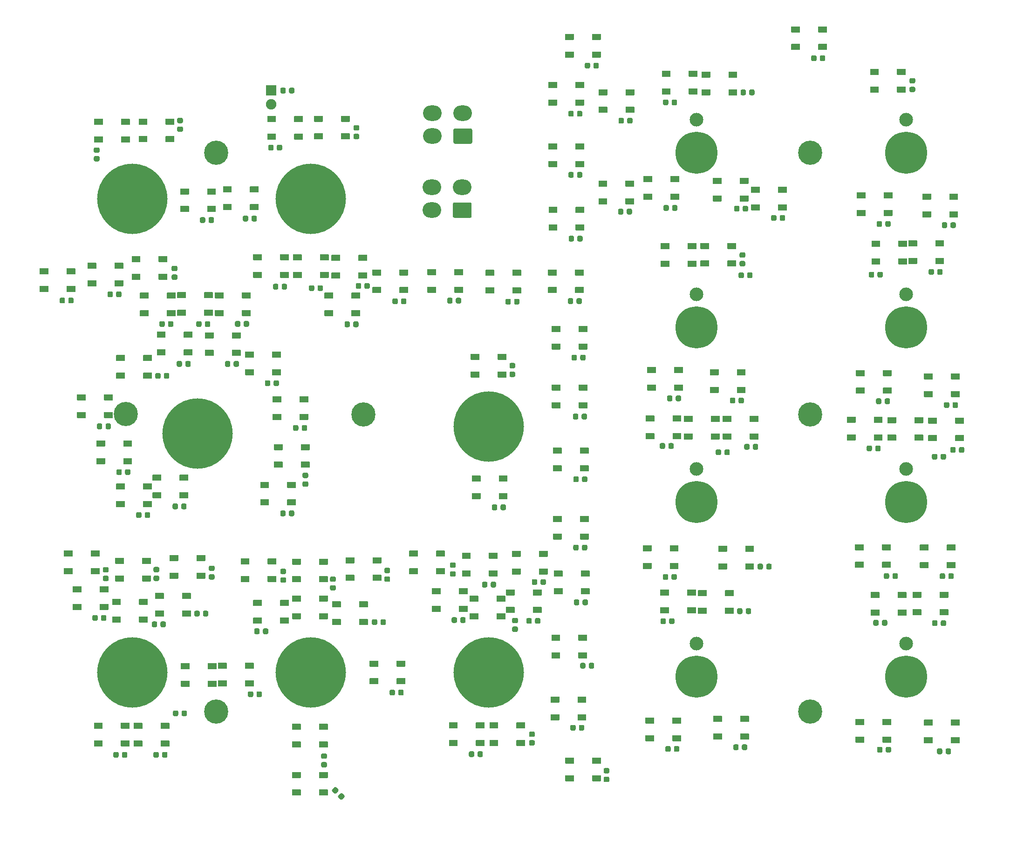
<source format=gbr>
%TF.GenerationSoftware,KiCad,Pcbnew,(5.1.10)-1*%
%TF.CreationDate,2021-11-16T16:52:48+11:00*%
%TF.ProjectId,COMM Panel PCB V2,434f4d4d-2050-4616-9e65-6c2050434220,rev?*%
%TF.SameCoordinates,Original*%
%TF.FileFunction,Soldermask,Top*%
%TF.FilePolarity,Negative*%
%FSLAX46Y46*%
G04 Gerber Fmt 4.6, Leading zero omitted, Abs format (unit mm)*
G04 Created by KiCad (PCBNEW (5.1.10)-1) date 2021-11-16 16:52:48*
%MOMM*%
%LPD*%
G01*
G04 APERTURE LIST*
%ADD10O,3.400000X2.800000*%
%ADD11C,12.800000*%
%ADD12C,4.400000*%
%ADD13C,7.640752*%
%ADD14C,2.481250*%
%ADD15C,1.900000*%
G04 APERTURE END LIST*
D10*
%TO.C,J2*%
X136842000Y-47870000D03*
X136842000Y-52070000D03*
X142342000Y-47870000D03*
G36*
G01*
X143782740Y-53470000D02*
X140901260Y-53470000D01*
G75*
G02*
X140642000Y-53210740I0J259260D01*
G01*
X140642000Y-50929260D01*
G75*
G02*
X140901260Y-50670000I259260J0D01*
G01*
X143782740Y-50670000D01*
G75*
G02*
X144042000Y-50929260I0J-259260D01*
G01*
X144042000Y-53210740D01*
G75*
G02*
X143782740Y-53470000I-259260J0D01*
G01*
G37*
%TD*%
%TO.C,J1*%
X136943000Y-34408000D03*
X136943000Y-38608000D03*
X142443000Y-34408000D03*
G36*
G01*
X143883740Y-40008000D02*
X141002260Y-40008000D01*
G75*
G02*
X140743000Y-39748740I0J259260D01*
G01*
X140743000Y-37467260D01*
G75*
G02*
X141002260Y-37208000I259260J0D01*
G01*
X143883740Y-37208000D01*
G75*
G02*
X144143000Y-37467260I0J-259260D01*
G01*
X144143000Y-39748740D01*
G75*
G02*
X143883740Y-40008000I-259260J0D01*
G01*
G37*
%TD*%
D11*
%TO.C,G3*%
X94190570Y-92683622D03*
X94190570Y-92683622D03*
%TD*%
D12*
%TO.C,21*%
X97619570Y-143229622D03*
%TD*%
%TO.C,23*%
X205569570Y-89254622D03*
%TD*%
D13*
%TO.C,9*%
X223019370Y-41629622D03*
D14*
X223019370Y-35629622D03*
D13*
X223019370Y-41629622D03*
%TD*%
%TO.C,8*%
X184919370Y-41629622D03*
D14*
X184919370Y-35629622D03*
D13*
X184919370Y-41629622D03*
%TD*%
%TO.C,11*%
X223019370Y-73379622D03*
D14*
X223019370Y-67379622D03*
D13*
X223019370Y-73379622D03*
%TD*%
%TO.C,10*%
X184919370Y-73379622D03*
D14*
X184919370Y-67379622D03*
D13*
X184919370Y-73379622D03*
%TD*%
D12*
%TO.C,24*%
X205569570Y-41629622D03*
%TD*%
D13*
%TO.C,13*%
X223019370Y-105129622D03*
D14*
X223019370Y-99129622D03*
D13*
X223019370Y-105129622D03*
%TD*%
%TO.C,12*%
X184919370Y-105129622D03*
D14*
X184919370Y-99129622D03*
D13*
X184919370Y-105129622D03*
%TD*%
D12*
%TO.C,22*%
X205569570Y-143229622D03*
%TD*%
D13*
%TO.C,16*%
X223019370Y-136879622D03*
D14*
X223019370Y-130879622D03*
D13*
X223019370Y-136879622D03*
%TD*%
%TO.C,14*%
X184919370Y-136879622D03*
D14*
X184919370Y-130879622D03*
D13*
X184919370Y-136879622D03*
%TD*%
D11*
%TO.C,7*%
X147149570Y-136117622D03*
X147149570Y-136117622D03*
%TD*%
%TO.C,6*%
X114764570Y-136117622D03*
X114764570Y-136117622D03*
%TD*%
%TO.C,5*%
X82379570Y-136117622D03*
X82379570Y-136117622D03*
%TD*%
%TO.C,4*%
X147149570Y-91413622D03*
X147149570Y-91413622D03*
%TD*%
D12*
%TO.C,20*%
X124341608Y-89254622D03*
%TD*%
%TO.C,19*%
X81178400Y-89154000D03*
%TD*%
%TO.C,17*%
X97619570Y-41629622D03*
%TD*%
D11*
%TO.C,2*%
X114764570Y-50011622D03*
X114764570Y-50011622D03*
%TD*%
%TO.C,1*%
X82379570Y-50011622D03*
X82379570Y-50011622D03*
%TD*%
%TO.C,C48*%
G36*
G01*
X152211250Y-127172500D02*
X151648750Y-127172500D01*
G75*
G02*
X151405000Y-126928750I0J243750D01*
G01*
X151405000Y-126441250D01*
G75*
G02*
X151648750Y-126197500I243750J0D01*
G01*
X152211250Y-126197500D01*
G75*
G02*
X152455000Y-126441250I0J-243750D01*
G01*
X152455000Y-126928750D01*
G75*
G02*
X152211250Y-127172500I-243750J0D01*
G01*
G37*
G36*
G01*
X152211250Y-128747500D02*
X151648750Y-128747500D01*
G75*
G02*
X151405000Y-128503750I0J243750D01*
G01*
X151405000Y-128016250D01*
G75*
G02*
X151648750Y-127772500I243750J0D01*
G01*
X152211250Y-127772500D01*
G75*
G02*
X152455000Y-128016250I0J-243750D01*
G01*
X152455000Y-128503750D01*
G75*
G02*
X152211250Y-128747500I-243750J0D01*
G01*
G37*
%TD*%
%TO.C,C59*%
G36*
G01*
X166172500Y-26071250D02*
X166172500Y-25508750D01*
G75*
G02*
X166416250Y-25265000I243750J0D01*
G01*
X166903750Y-25265000D01*
G75*
G02*
X167147500Y-25508750I0J-243750D01*
G01*
X167147500Y-26071250D01*
G75*
G02*
X166903750Y-26315000I-243750J0D01*
G01*
X166416250Y-26315000D01*
G75*
G02*
X166172500Y-26071250I0J243750D01*
G01*
G37*
G36*
G01*
X164597500Y-26071250D02*
X164597500Y-25508750D01*
G75*
G02*
X164841250Y-25265000I243750J0D01*
G01*
X165328750Y-25265000D01*
G75*
G02*
X165572500Y-25508750I0J-243750D01*
G01*
X165572500Y-26071250D01*
G75*
G02*
X165328750Y-26315000I-243750J0D01*
G01*
X164841250Y-26315000D01*
G75*
G02*
X164597500Y-26071250I0J243750D01*
G01*
G37*
%TD*%
%TO.C,D109*%
G36*
G01*
X161050000Y-152650000D02*
X161050000Y-151650000D01*
G75*
G02*
X161100000Y-151600000I50000J0D01*
G01*
X162600000Y-151600000D01*
G75*
G02*
X162650000Y-151650000I0J-50000D01*
G01*
X162650000Y-152650000D01*
G75*
G02*
X162600000Y-152700000I-50000J0D01*
G01*
X161100000Y-152700000D01*
G75*
G02*
X161050000Y-152650000I0J50000D01*
G01*
G37*
G36*
G01*
X161050000Y-155850000D02*
X161050000Y-154850000D01*
G75*
G02*
X161100000Y-154800000I50000J0D01*
G01*
X162600000Y-154800000D01*
G75*
G02*
X162650000Y-154850000I0J-50000D01*
G01*
X162650000Y-155850000D01*
G75*
G02*
X162600000Y-155900000I-50000J0D01*
G01*
X161100000Y-155900000D01*
G75*
G02*
X161050000Y-155850000I0J50000D01*
G01*
G37*
G36*
G01*
X165950000Y-152650000D02*
X165950000Y-151650000D01*
G75*
G02*
X166000000Y-151600000I50000J0D01*
G01*
X167500000Y-151600000D01*
G75*
G02*
X167550000Y-151650000I0J-50000D01*
G01*
X167550000Y-152650000D01*
G75*
G02*
X167500000Y-152700000I-50000J0D01*
G01*
X166000000Y-152700000D01*
G75*
G02*
X165950000Y-152650000I0J50000D01*
G01*
G37*
G36*
G01*
X165950000Y-155850000D02*
X165950000Y-154850000D01*
G75*
G02*
X166000000Y-154800000I50000J0D01*
G01*
X167500000Y-154800000D01*
G75*
G02*
X167550000Y-154850000I0J-50000D01*
G01*
X167550000Y-155850000D01*
G75*
G02*
X167500000Y-155900000I-50000J0D01*
G01*
X166000000Y-155900000D01*
G75*
G02*
X165950000Y-155850000I0J50000D01*
G01*
G37*
%TD*%
%TO.C,C33*%
G36*
G01*
X86468750Y-118512500D02*
X87031250Y-118512500D01*
G75*
G02*
X87275000Y-118756250I0J-243750D01*
G01*
X87275000Y-119243750D01*
G75*
G02*
X87031250Y-119487500I-243750J0D01*
G01*
X86468750Y-119487500D01*
G75*
G02*
X86225000Y-119243750I0J243750D01*
G01*
X86225000Y-118756250D01*
G75*
G02*
X86468750Y-118512500I243750J0D01*
G01*
G37*
G36*
G01*
X86468750Y-116937500D02*
X87031250Y-116937500D01*
G75*
G02*
X87275000Y-117181250I0J-243750D01*
G01*
X87275000Y-117668750D01*
G75*
G02*
X87031250Y-117912500I-243750J0D01*
G01*
X86468750Y-117912500D01*
G75*
G02*
X86225000Y-117668750I0J243750D01*
G01*
X86225000Y-117181250D01*
G75*
G02*
X86468750Y-116937500I243750J0D01*
G01*
G37*
%TD*%
%TO.C,C25*%
G36*
G01*
X91262500Y-106206250D02*
X91262500Y-105643750D01*
G75*
G02*
X91506250Y-105400000I243750J0D01*
G01*
X91993750Y-105400000D01*
G75*
G02*
X92237500Y-105643750I0J-243750D01*
G01*
X92237500Y-106206250D01*
G75*
G02*
X91993750Y-106450000I-243750J0D01*
G01*
X91506250Y-106450000D01*
G75*
G02*
X91262500Y-106206250I0J243750D01*
G01*
G37*
G36*
G01*
X89687500Y-106206250D02*
X89687500Y-105643750D01*
G75*
G02*
X89931250Y-105400000I243750J0D01*
G01*
X90418750Y-105400000D01*
G75*
G02*
X90662500Y-105643750I0J-243750D01*
G01*
X90662500Y-106206250D01*
G75*
G02*
X90418750Y-106450000I-243750J0D01*
G01*
X89931250Y-106450000D01*
G75*
G02*
X89687500Y-106206250I0J243750D01*
G01*
G37*
%TD*%
%TO.C,R1*%
G36*
G01*
X110862500Y-30606250D02*
X110862500Y-30043750D01*
G75*
G02*
X111106250Y-29800000I243750J0D01*
G01*
X111593750Y-29800000D01*
G75*
G02*
X111837500Y-30043750I0J-243750D01*
G01*
X111837500Y-30606250D01*
G75*
G02*
X111593750Y-30850000I-243750J0D01*
G01*
X111106250Y-30850000D01*
G75*
G02*
X110862500Y-30606250I0J243750D01*
G01*
G37*
G36*
G01*
X109287500Y-30606250D02*
X109287500Y-30043750D01*
G75*
G02*
X109531250Y-29800000I243750J0D01*
G01*
X110018750Y-29800000D01*
G75*
G02*
X110262500Y-30043750I0J-243750D01*
G01*
X110262500Y-30606250D01*
G75*
G02*
X110018750Y-30850000I-243750J0D01*
G01*
X109531250Y-30850000D01*
G75*
G02*
X109287500Y-30606250I0J243750D01*
G01*
G37*
%TD*%
%TO.C,C110*%
G36*
G01*
X76181250Y-41637500D02*
X75618750Y-41637500D01*
G75*
G02*
X75375000Y-41393750I0J243750D01*
G01*
X75375000Y-40906250D01*
G75*
G02*
X75618750Y-40662500I243750J0D01*
G01*
X76181250Y-40662500D01*
G75*
G02*
X76425000Y-40906250I0J-243750D01*
G01*
X76425000Y-41393750D01*
G75*
G02*
X76181250Y-41637500I-243750J0D01*
G01*
G37*
G36*
G01*
X76181250Y-43212500D02*
X75618750Y-43212500D01*
G75*
G02*
X75375000Y-42968750I0J243750D01*
G01*
X75375000Y-42481250D01*
G75*
G02*
X75618750Y-42237500I243750J0D01*
G01*
X76181250Y-42237500D01*
G75*
G02*
X76425000Y-42481250I0J-243750D01*
G01*
X76425000Y-42968750D01*
G75*
G02*
X76181250Y-43212500I-243750J0D01*
G01*
G37*
%TD*%
%TO.C,C109*%
G36*
G01*
X168268750Y-155080000D02*
X168831250Y-155080000D01*
G75*
G02*
X169075000Y-155323750I0J-243750D01*
G01*
X169075000Y-155811250D01*
G75*
G02*
X168831250Y-156055000I-243750J0D01*
G01*
X168268750Y-156055000D01*
G75*
G02*
X168025000Y-155811250I0J243750D01*
G01*
X168025000Y-155323750D01*
G75*
G02*
X168268750Y-155080000I243750J0D01*
G01*
G37*
G36*
G01*
X168268750Y-153505000D02*
X168831250Y-153505000D01*
G75*
G02*
X169075000Y-153748750I0J-243750D01*
G01*
X169075000Y-154236250D01*
G75*
G02*
X168831250Y-154480000I-243750J0D01*
G01*
X168268750Y-154480000D01*
G75*
G02*
X168025000Y-154236250I0J243750D01*
G01*
X168025000Y-153748750D01*
G75*
G02*
X168268750Y-153505000I243750J0D01*
G01*
G37*
%TD*%
%TO.C,C108*%
G36*
G01*
X122520000Y-73101250D02*
X122520000Y-72538750D01*
G75*
G02*
X122763750Y-72295000I243750J0D01*
G01*
X123251250Y-72295000D01*
G75*
G02*
X123495000Y-72538750I0J-243750D01*
G01*
X123495000Y-73101250D01*
G75*
G02*
X123251250Y-73345000I-243750J0D01*
G01*
X122763750Y-73345000D01*
G75*
G02*
X122520000Y-73101250I0J243750D01*
G01*
G37*
G36*
G01*
X120945000Y-73101250D02*
X120945000Y-72538750D01*
G75*
G02*
X121188750Y-72295000I243750J0D01*
G01*
X121676250Y-72295000D01*
G75*
G02*
X121920000Y-72538750I0J-243750D01*
G01*
X121920000Y-73101250D01*
G75*
G02*
X121676250Y-73345000I-243750J0D01*
G01*
X121188750Y-73345000D01*
G75*
G02*
X120945000Y-73101250I0J243750D01*
G01*
G37*
%TD*%
%TO.C,C107*%
G36*
G01*
X207322500Y-24731250D02*
X207322500Y-24168750D01*
G75*
G02*
X207566250Y-23925000I243750J0D01*
G01*
X208053750Y-23925000D01*
G75*
G02*
X208297500Y-24168750I0J-243750D01*
G01*
X208297500Y-24731250D01*
G75*
G02*
X208053750Y-24975000I-243750J0D01*
G01*
X207566250Y-24975000D01*
G75*
G02*
X207322500Y-24731250I0J243750D01*
G01*
G37*
G36*
G01*
X205747500Y-24731250D02*
X205747500Y-24168750D01*
G75*
G02*
X205991250Y-23925000I243750J0D01*
G01*
X206478750Y-23925000D01*
G75*
G02*
X206722500Y-24168750I0J-243750D01*
G01*
X206722500Y-24731250D01*
G75*
G02*
X206478750Y-24975000I-243750J0D01*
G01*
X205991250Y-24975000D01*
G75*
G02*
X205747500Y-24731250I0J243750D01*
G01*
G37*
%TD*%
%TO.C,C106*%
G36*
G01*
X223858750Y-29637500D02*
X224421250Y-29637500D01*
G75*
G02*
X224665000Y-29881250I0J-243750D01*
G01*
X224665000Y-30368750D01*
G75*
G02*
X224421250Y-30612500I-243750J0D01*
G01*
X223858750Y-30612500D01*
G75*
G02*
X223615000Y-30368750I0J243750D01*
G01*
X223615000Y-29881250D01*
G75*
G02*
X223858750Y-29637500I243750J0D01*
G01*
G37*
G36*
G01*
X223858750Y-28062500D02*
X224421250Y-28062500D01*
G75*
G02*
X224665000Y-28306250I0J-243750D01*
G01*
X224665000Y-28793750D01*
G75*
G02*
X224421250Y-29037500I-243750J0D01*
G01*
X223858750Y-29037500D01*
G75*
G02*
X223615000Y-28793750I0J243750D01*
G01*
X223615000Y-28306250D01*
G75*
G02*
X223858750Y-28062500I243750J0D01*
G01*
G37*
%TD*%
%TO.C,C105*%
G36*
G01*
X193887500Y-30378750D02*
X193887500Y-30941250D01*
G75*
G02*
X193643750Y-31185000I-243750J0D01*
G01*
X193156250Y-31185000D01*
G75*
G02*
X192912500Y-30941250I0J243750D01*
G01*
X192912500Y-30378750D01*
G75*
G02*
X193156250Y-30135000I243750J0D01*
G01*
X193643750Y-30135000D01*
G75*
G02*
X193887500Y-30378750I0J-243750D01*
G01*
G37*
G36*
G01*
X195462500Y-30378750D02*
X195462500Y-30941250D01*
G75*
G02*
X195218750Y-31185000I-243750J0D01*
G01*
X194731250Y-31185000D01*
G75*
G02*
X194487500Y-30941250I0J243750D01*
G01*
X194487500Y-30378750D01*
G75*
G02*
X194731250Y-30135000I243750J0D01*
G01*
X195218750Y-30135000D01*
G75*
G02*
X195462500Y-30378750I0J-243750D01*
G01*
G37*
%TD*%
%TO.C,C104*%
G36*
G01*
X180392500Y-32761250D02*
X180392500Y-32198750D01*
G75*
G02*
X180636250Y-31955000I243750J0D01*
G01*
X181123750Y-31955000D01*
G75*
G02*
X181367500Y-32198750I0J-243750D01*
G01*
X181367500Y-32761250D01*
G75*
G02*
X181123750Y-33005000I-243750J0D01*
G01*
X180636250Y-33005000D01*
G75*
G02*
X180392500Y-32761250I0J243750D01*
G01*
G37*
G36*
G01*
X178817500Y-32761250D02*
X178817500Y-32198750D01*
G75*
G02*
X179061250Y-31955000I243750J0D01*
G01*
X179548750Y-31955000D01*
G75*
G02*
X179792500Y-32198750I0J-243750D01*
G01*
X179792500Y-32761250D01*
G75*
G02*
X179548750Y-33005000I-243750J0D01*
G01*
X179061250Y-33005000D01*
G75*
G02*
X178817500Y-32761250I0J243750D01*
G01*
G37*
%TD*%
%TO.C,C103*%
G36*
G01*
X172312500Y-36091250D02*
X172312500Y-35528750D01*
G75*
G02*
X172556250Y-35285000I243750J0D01*
G01*
X173043750Y-35285000D01*
G75*
G02*
X173287500Y-35528750I0J-243750D01*
G01*
X173287500Y-36091250D01*
G75*
G02*
X173043750Y-36335000I-243750J0D01*
G01*
X172556250Y-36335000D01*
G75*
G02*
X172312500Y-36091250I0J243750D01*
G01*
G37*
G36*
G01*
X170737500Y-36091250D02*
X170737500Y-35528750D01*
G75*
G02*
X170981250Y-35285000I243750J0D01*
G01*
X171468750Y-35285000D01*
G75*
G02*
X171712500Y-35528750I0J-243750D01*
G01*
X171712500Y-36091250D01*
G75*
G02*
X171468750Y-36335000I-243750J0D01*
G01*
X170981250Y-36335000D01*
G75*
G02*
X170737500Y-36091250I0J243750D01*
G01*
G37*
%TD*%
%TO.C,C102*%
G36*
G01*
X231067500Y-55081250D02*
X231067500Y-54518750D01*
G75*
G02*
X231311250Y-54275000I243750J0D01*
G01*
X231798750Y-54275000D01*
G75*
G02*
X232042500Y-54518750I0J-243750D01*
G01*
X232042500Y-55081250D01*
G75*
G02*
X231798750Y-55325000I-243750J0D01*
G01*
X231311250Y-55325000D01*
G75*
G02*
X231067500Y-55081250I0J243750D01*
G01*
G37*
G36*
G01*
X229492500Y-55081250D02*
X229492500Y-54518750D01*
G75*
G02*
X229736250Y-54275000I243750J0D01*
G01*
X230223750Y-54275000D01*
G75*
G02*
X230467500Y-54518750I0J-243750D01*
G01*
X230467500Y-55081250D01*
G75*
G02*
X230223750Y-55325000I-243750J0D01*
G01*
X229736250Y-55325000D01*
G75*
G02*
X229492500Y-55081250I0J243750D01*
G01*
G37*
%TD*%
%TO.C,C101*%
G36*
G01*
X219232500Y-54861250D02*
X219232500Y-54298750D01*
G75*
G02*
X219476250Y-54055000I243750J0D01*
G01*
X219963750Y-54055000D01*
G75*
G02*
X220207500Y-54298750I0J-243750D01*
G01*
X220207500Y-54861250D01*
G75*
G02*
X219963750Y-55105000I-243750J0D01*
G01*
X219476250Y-55105000D01*
G75*
G02*
X219232500Y-54861250I0J243750D01*
G01*
G37*
G36*
G01*
X217657500Y-54861250D02*
X217657500Y-54298750D01*
G75*
G02*
X217901250Y-54055000I243750J0D01*
G01*
X218388750Y-54055000D01*
G75*
G02*
X218632500Y-54298750I0J-243750D01*
G01*
X218632500Y-54861250D01*
G75*
G02*
X218388750Y-55105000I-243750J0D01*
G01*
X217901250Y-55105000D01*
G75*
G02*
X217657500Y-54861250I0J243750D01*
G01*
G37*
%TD*%
%TO.C,C100*%
G36*
G01*
X200042500Y-53771250D02*
X200042500Y-53208750D01*
G75*
G02*
X200286250Y-52965000I243750J0D01*
G01*
X200773750Y-52965000D01*
G75*
G02*
X201017500Y-53208750I0J-243750D01*
G01*
X201017500Y-53771250D01*
G75*
G02*
X200773750Y-54015000I-243750J0D01*
G01*
X200286250Y-54015000D01*
G75*
G02*
X200042500Y-53771250I0J243750D01*
G01*
G37*
G36*
G01*
X198467500Y-53771250D02*
X198467500Y-53208750D01*
G75*
G02*
X198711250Y-52965000I243750J0D01*
G01*
X199198750Y-52965000D01*
G75*
G02*
X199442500Y-53208750I0J-243750D01*
G01*
X199442500Y-53771250D01*
G75*
G02*
X199198750Y-54015000I-243750J0D01*
G01*
X198711250Y-54015000D01*
G75*
G02*
X198467500Y-53771250I0J243750D01*
G01*
G37*
%TD*%
%TO.C,C99*%
G36*
G01*
X193300000Y-52081250D02*
X193300000Y-51518750D01*
G75*
G02*
X193543750Y-51275000I243750J0D01*
G01*
X194031250Y-51275000D01*
G75*
G02*
X194275000Y-51518750I0J-243750D01*
G01*
X194275000Y-52081250D01*
G75*
G02*
X194031250Y-52325000I-243750J0D01*
G01*
X193543750Y-52325000D01*
G75*
G02*
X193300000Y-52081250I0J243750D01*
G01*
G37*
G36*
G01*
X191725000Y-52081250D02*
X191725000Y-51518750D01*
G75*
G02*
X191968750Y-51275000I243750J0D01*
G01*
X192456250Y-51275000D01*
G75*
G02*
X192700000Y-51518750I0J-243750D01*
G01*
X192700000Y-52081250D01*
G75*
G02*
X192456250Y-52325000I-243750J0D01*
G01*
X191968750Y-52325000D01*
G75*
G02*
X191725000Y-52081250I0J243750D01*
G01*
G37*
%TD*%
%TO.C,C98*%
G36*
G01*
X180477500Y-51951250D02*
X180477500Y-51388750D01*
G75*
G02*
X180721250Y-51145000I243750J0D01*
G01*
X181208750Y-51145000D01*
G75*
G02*
X181452500Y-51388750I0J-243750D01*
G01*
X181452500Y-51951250D01*
G75*
G02*
X181208750Y-52195000I-243750J0D01*
G01*
X180721250Y-52195000D01*
G75*
G02*
X180477500Y-51951250I0J243750D01*
G01*
G37*
G36*
G01*
X178902500Y-51951250D02*
X178902500Y-51388750D01*
G75*
G02*
X179146250Y-51145000I243750J0D01*
G01*
X179633750Y-51145000D01*
G75*
G02*
X179877500Y-51388750I0J-243750D01*
G01*
X179877500Y-51951250D01*
G75*
G02*
X179633750Y-52195000I-243750J0D01*
G01*
X179146250Y-52195000D01*
G75*
G02*
X178902500Y-51951250I0J243750D01*
G01*
G37*
%TD*%
%TO.C,C97*%
G36*
G01*
X172227500Y-52621250D02*
X172227500Y-52058750D01*
G75*
G02*
X172471250Y-51815000I243750J0D01*
G01*
X172958750Y-51815000D01*
G75*
G02*
X173202500Y-52058750I0J-243750D01*
G01*
X173202500Y-52621250D01*
G75*
G02*
X172958750Y-52865000I-243750J0D01*
G01*
X172471250Y-52865000D01*
G75*
G02*
X172227500Y-52621250I0J243750D01*
G01*
G37*
G36*
G01*
X170652500Y-52621250D02*
X170652500Y-52058750D01*
G75*
G02*
X170896250Y-51815000I243750J0D01*
G01*
X171383750Y-51815000D01*
G75*
G02*
X171627500Y-52058750I0J-243750D01*
G01*
X171627500Y-52621250D01*
G75*
G02*
X171383750Y-52865000I-243750J0D01*
G01*
X170896250Y-52865000D01*
G75*
G02*
X170652500Y-52621250I0J243750D01*
G01*
G37*
%TD*%
%TO.C,C96*%
G36*
G01*
X228662500Y-63581250D02*
X228662500Y-63018750D01*
G75*
G02*
X228906250Y-62775000I243750J0D01*
G01*
X229393750Y-62775000D01*
G75*
G02*
X229637500Y-63018750I0J-243750D01*
G01*
X229637500Y-63581250D01*
G75*
G02*
X229393750Y-63825000I-243750J0D01*
G01*
X228906250Y-63825000D01*
G75*
G02*
X228662500Y-63581250I0J243750D01*
G01*
G37*
G36*
G01*
X227087500Y-63581250D02*
X227087500Y-63018750D01*
G75*
G02*
X227331250Y-62775000I243750J0D01*
G01*
X227818750Y-62775000D01*
G75*
G02*
X228062500Y-63018750I0J-243750D01*
G01*
X228062500Y-63581250D01*
G75*
G02*
X227818750Y-63825000I-243750J0D01*
G01*
X227331250Y-63825000D01*
G75*
G02*
X227087500Y-63581250I0J243750D01*
G01*
G37*
%TD*%
%TO.C,C95*%
G36*
G01*
X217800000Y-64081250D02*
X217800000Y-63518750D01*
G75*
G02*
X218043750Y-63275000I243750J0D01*
G01*
X218531250Y-63275000D01*
G75*
G02*
X218775000Y-63518750I0J-243750D01*
G01*
X218775000Y-64081250D01*
G75*
G02*
X218531250Y-64325000I-243750J0D01*
G01*
X218043750Y-64325000D01*
G75*
G02*
X217800000Y-64081250I0J243750D01*
G01*
G37*
G36*
G01*
X216225000Y-64081250D02*
X216225000Y-63518750D01*
G75*
G02*
X216468750Y-63275000I243750J0D01*
G01*
X216956250Y-63275000D01*
G75*
G02*
X217200000Y-63518750I0J-243750D01*
G01*
X217200000Y-64081250D01*
G75*
G02*
X216956250Y-64325000I-243750J0D01*
G01*
X216468750Y-64325000D01*
G75*
G02*
X216225000Y-64081250I0J243750D01*
G01*
G37*
%TD*%
%TO.C,C94*%
G36*
G01*
X192978750Y-61317500D02*
X193541250Y-61317500D01*
G75*
G02*
X193785000Y-61561250I0J-243750D01*
G01*
X193785000Y-62048750D01*
G75*
G02*
X193541250Y-62292500I-243750J0D01*
G01*
X192978750Y-62292500D01*
G75*
G02*
X192735000Y-62048750I0J243750D01*
G01*
X192735000Y-61561250D01*
G75*
G02*
X192978750Y-61317500I243750J0D01*
G01*
G37*
G36*
G01*
X192978750Y-59742500D02*
X193541250Y-59742500D01*
G75*
G02*
X193785000Y-59986250I0J-243750D01*
G01*
X193785000Y-60473750D01*
G75*
G02*
X193541250Y-60717500I-243750J0D01*
G01*
X192978750Y-60717500D01*
G75*
G02*
X192735000Y-60473750I0J243750D01*
G01*
X192735000Y-59986250D01*
G75*
G02*
X192978750Y-59742500I243750J0D01*
G01*
G37*
%TD*%
%TO.C,C93*%
G36*
G01*
X193527500Y-63628750D02*
X193527500Y-64191250D01*
G75*
G02*
X193283750Y-64435000I-243750J0D01*
G01*
X192796250Y-64435000D01*
G75*
G02*
X192552500Y-64191250I0J243750D01*
G01*
X192552500Y-63628750D01*
G75*
G02*
X192796250Y-63385000I243750J0D01*
G01*
X193283750Y-63385000D01*
G75*
G02*
X193527500Y-63628750I0J-243750D01*
G01*
G37*
G36*
G01*
X195102500Y-63628750D02*
X195102500Y-64191250D01*
G75*
G02*
X194858750Y-64435000I-243750J0D01*
G01*
X194371250Y-64435000D01*
G75*
G02*
X194127500Y-64191250I0J243750D01*
G01*
X194127500Y-63628750D01*
G75*
G02*
X194371250Y-63385000I243750J0D01*
G01*
X194858750Y-63385000D01*
G75*
G02*
X195102500Y-63628750I0J-243750D01*
G01*
G37*
%TD*%
%TO.C,C92*%
G36*
G01*
X231442500Y-87791250D02*
X231442500Y-87228750D01*
G75*
G02*
X231686250Y-86985000I243750J0D01*
G01*
X232173750Y-86985000D01*
G75*
G02*
X232417500Y-87228750I0J-243750D01*
G01*
X232417500Y-87791250D01*
G75*
G02*
X232173750Y-88035000I-243750J0D01*
G01*
X231686250Y-88035000D01*
G75*
G02*
X231442500Y-87791250I0J243750D01*
G01*
G37*
G36*
G01*
X229867500Y-87791250D02*
X229867500Y-87228750D01*
G75*
G02*
X230111250Y-86985000I243750J0D01*
G01*
X230598750Y-86985000D01*
G75*
G02*
X230842500Y-87228750I0J-243750D01*
G01*
X230842500Y-87791250D01*
G75*
G02*
X230598750Y-88035000I-243750J0D01*
G01*
X230111250Y-88035000D01*
G75*
G02*
X229867500Y-87791250I0J243750D01*
G01*
G37*
%TD*%
%TO.C,C91*%
G36*
G01*
X219107500Y-87101250D02*
X219107500Y-86538750D01*
G75*
G02*
X219351250Y-86295000I243750J0D01*
G01*
X219838750Y-86295000D01*
G75*
G02*
X220082500Y-86538750I0J-243750D01*
G01*
X220082500Y-87101250D01*
G75*
G02*
X219838750Y-87345000I-243750J0D01*
G01*
X219351250Y-87345000D01*
G75*
G02*
X219107500Y-87101250I0J243750D01*
G01*
G37*
G36*
G01*
X217532500Y-87101250D02*
X217532500Y-86538750D01*
G75*
G02*
X217776250Y-86295000I243750J0D01*
G01*
X218263750Y-86295000D01*
G75*
G02*
X218507500Y-86538750I0J-243750D01*
G01*
X218507500Y-87101250D01*
G75*
G02*
X218263750Y-87345000I-243750J0D01*
G01*
X217776250Y-87345000D01*
G75*
G02*
X217532500Y-87101250I0J243750D01*
G01*
G37*
%TD*%
%TO.C,C90*%
G36*
G01*
X192542500Y-86961250D02*
X192542500Y-86398750D01*
G75*
G02*
X192786250Y-86155000I243750J0D01*
G01*
X193273750Y-86155000D01*
G75*
G02*
X193517500Y-86398750I0J-243750D01*
G01*
X193517500Y-86961250D01*
G75*
G02*
X193273750Y-87205000I-243750J0D01*
G01*
X192786250Y-87205000D01*
G75*
G02*
X192542500Y-86961250I0J243750D01*
G01*
G37*
G36*
G01*
X190967500Y-86961250D02*
X190967500Y-86398750D01*
G75*
G02*
X191211250Y-86155000I243750J0D01*
G01*
X191698750Y-86155000D01*
G75*
G02*
X191942500Y-86398750I0J-243750D01*
G01*
X191942500Y-86961250D01*
G75*
G02*
X191698750Y-87205000I-243750J0D01*
G01*
X191211250Y-87205000D01*
G75*
G02*
X190967500Y-86961250I0J243750D01*
G01*
G37*
%TD*%
%TO.C,C89*%
G36*
G01*
X181132500Y-86571250D02*
X181132500Y-86008750D01*
G75*
G02*
X181376250Y-85765000I243750J0D01*
G01*
X181863750Y-85765000D01*
G75*
G02*
X182107500Y-86008750I0J-243750D01*
G01*
X182107500Y-86571250D01*
G75*
G02*
X181863750Y-86815000I-243750J0D01*
G01*
X181376250Y-86815000D01*
G75*
G02*
X181132500Y-86571250I0J243750D01*
G01*
G37*
G36*
G01*
X179557500Y-86571250D02*
X179557500Y-86008750D01*
G75*
G02*
X179801250Y-85765000I243750J0D01*
G01*
X180288750Y-85765000D01*
G75*
G02*
X180532500Y-86008750I0J-243750D01*
G01*
X180532500Y-86571250D01*
G75*
G02*
X180288750Y-86815000I-243750J0D01*
G01*
X179801250Y-86815000D01*
G75*
G02*
X179557500Y-86571250I0J243750D01*
G01*
G37*
%TD*%
%TO.C,C88*%
G36*
G01*
X232612500Y-95941250D02*
X232612500Y-95378750D01*
G75*
G02*
X232856250Y-95135000I243750J0D01*
G01*
X233343750Y-95135000D01*
G75*
G02*
X233587500Y-95378750I0J-243750D01*
G01*
X233587500Y-95941250D01*
G75*
G02*
X233343750Y-96185000I-243750J0D01*
G01*
X232856250Y-96185000D01*
G75*
G02*
X232612500Y-95941250I0J243750D01*
G01*
G37*
G36*
G01*
X231037500Y-95941250D02*
X231037500Y-95378750D01*
G75*
G02*
X231281250Y-95135000I243750J0D01*
G01*
X231768750Y-95135000D01*
G75*
G02*
X232012500Y-95378750I0J-243750D01*
G01*
X232012500Y-95941250D01*
G75*
G02*
X231768750Y-96185000I-243750J0D01*
G01*
X231281250Y-96185000D01*
G75*
G02*
X231037500Y-95941250I0J243750D01*
G01*
G37*
%TD*%
%TO.C,C87*%
G36*
G01*
X229280000Y-97181250D02*
X229280000Y-96618750D01*
G75*
G02*
X229523750Y-96375000I243750J0D01*
G01*
X230011250Y-96375000D01*
G75*
G02*
X230255000Y-96618750I0J-243750D01*
G01*
X230255000Y-97181250D01*
G75*
G02*
X230011250Y-97425000I-243750J0D01*
G01*
X229523750Y-97425000D01*
G75*
G02*
X229280000Y-97181250I0J243750D01*
G01*
G37*
G36*
G01*
X227705000Y-97181250D02*
X227705000Y-96618750D01*
G75*
G02*
X227948750Y-96375000I243750J0D01*
G01*
X228436250Y-96375000D01*
G75*
G02*
X228680000Y-96618750I0J-243750D01*
G01*
X228680000Y-97181250D01*
G75*
G02*
X228436250Y-97425000I-243750J0D01*
G01*
X227948750Y-97425000D01*
G75*
G02*
X227705000Y-97181250I0J243750D01*
G01*
G37*
%TD*%
%TO.C,C86*%
G36*
G01*
X217392500Y-95671250D02*
X217392500Y-95108750D01*
G75*
G02*
X217636250Y-94865000I243750J0D01*
G01*
X218123750Y-94865000D01*
G75*
G02*
X218367500Y-95108750I0J-243750D01*
G01*
X218367500Y-95671250D01*
G75*
G02*
X218123750Y-95915000I-243750J0D01*
G01*
X217636250Y-95915000D01*
G75*
G02*
X217392500Y-95671250I0J243750D01*
G01*
G37*
G36*
G01*
X215817500Y-95671250D02*
X215817500Y-95108750D01*
G75*
G02*
X216061250Y-94865000I243750J0D01*
G01*
X216548750Y-94865000D01*
G75*
G02*
X216792500Y-95108750I0J-243750D01*
G01*
X216792500Y-95671250D01*
G75*
G02*
X216548750Y-95915000I-243750J0D01*
G01*
X216061250Y-95915000D01*
G75*
G02*
X215817500Y-95671250I0J243750D01*
G01*
G37*
%TD*%
%TO.C,C85*%
G36*
G01*
X195150000Y-95381250D02*
X195150000Y-94818750D01*
G75*
G02*
X195393750Y-94575000I243750J0D01*
G01*
X195881250Y-94575000D01*
G75*
G02*
X196125000Y-94818750I0J-243750D01*
G01*
X196125000Y-95381250D01*
G75*
G02*
X195881250Y-95625000I-243750J0D01*
G01*
X195393750Y-95625000D01*
G75*
G02*
X195150000Y-95381250I0J243750D01*
G01*
G37*
G36*
G01*
X193575000Y-95381250D02*
X193575000Y-94818750D01*
G75*
G02*
X193818750Y-94575000I243750J0D01*
G01*
X194306250Y-94575000D01*
G75*
G02*
X194550000Y-94818750I0J-243750D01*
G01*
X194550000Y-95381250D01*
G75*
G02*
X194306250Y-95625000I-243750J0D01*
G01*
X193818750Y-95625000D01*
G75*
G02*
X193575000Y-95381250I0J243750D01*
G01*
G37*
%TD*%
%TO.C,C84*%
G36*
G01*
X189980000Y-96381250D02*
X189980000Y-95818750D01*
G75*
G02*
X190223750Y-95575000I243750J0D01*
G01*
X190711250Y-95575000D01*
G75*
G02*
X190955000Y-95818750I0J-243750D01*
G01*
X190955000Y-96381250D01*
G75*
G02*
X190711250Y-96625000I-243750J0D01*
G01*
X190223750Y-96625000D01*
G75*
G02*
X189980000Y-96381250I0J243750D01*
G01*
G37*
G36*
G01*
X188405000Y-96381250D02*
X188405000Y-95818750D01*
G75*
G02*
X188648750Y-95575000I243750J0D01*
G01*
X189136250Y-95575000D01*
G75*
G02*
X189380000Y-95818750I0J-243750D01*
G01*
X189380000Y-96381250D01*
G75*
G02*
X189136250Y-96625000I-243750J0D01*
G01*
X188648750Y-96625000D01*
G75*
G02*
X188405000Y-96381250I0J243750D01*
G01*
G37*
%TD*%
%TO.C,C83*%
G36*
G01*
X179800000Y-95231250D02*
X179800000Y-94668750D01*
G75*
G02*
X180043750Y-94425000I243750J0D01*
G01*
X180531250Y-94425000D01*
G75*
G02*
X180775000Y-94668750I0J-243750D01*
G01*
X180775000Y-95231250D01*
G75*
G02*
X180531250Y-95475000I-243750J0D01*
G01*
X180043750Y-95475000D01*
G75*
G02*
X179800000Y-95231250I0J243750D01*
G01*
G37*
G36*
G01*
X178225000Y-95231250D02*
X178225000Y-94668750D01*
G75*
G02*
X178468750Y-94425000I243750J0D01*
G01*
X178956250Y-94425000D01*
G75*
G02*
X179200000Y-94668750I0J-243750D01*
G01*
X179200000Y-95231250D01*
G75*
G02*
X178956250Y-95475000I-243750J0D01*
G01*
X178468750Y-95475000D01*
G75*
G02*
X178225000Y-95231250I0J243750D01*
G01*
G37*
%TD*%
%TO.C,C82*%
G36*
G01*
X230682500Y-118901250D02*
X230682500Y-118338750D01*
G75*
G02*
X230926250Y-118095000I243750J0D01*
G01*
X231413750Y-118095000D01*
G75*
G02*
X231657500Y-118338750I0J-243750D01*
G01*
X231657500Y-118901250D01*
G75*
G02*
X231413750Y-119145000I-243750J0D01*
G01*
X230926250Y-119145000D01*
G75*
G02*
X230682500Y-118901250I0J243750D01*
G01*
G37*
G36*
G01*
X229107500Y-118901250D02*
X229107500Y-118338750D01*
G75*
G02*
X229351250Y-118095000I243750J0D01*
G01*
X229838750Y-118095000D01*
G75*
G02*
X230082500Y-118338750I0J-243750D01*
G01*
X230082500Y-118901250D01*
G75*
G02*
X229838750Y-119145000I-243750J0D01*
G01*
X229351250Y-119145000D01*
G75*
G02*
X229107500Y-118901250I0J243750D01*
G01*
G37*
%TD*%
%TO.C,C81*%
G36*
G01*
X219922500Y-118318750D02*
X219922500Y-118881250D01*
G75*
G02*
X219678750Y-119125000I-243750J0D01*
G01*
X219191250Y-119125000D01*
G75*
G02*
X218947500Y-118881250I0J243750D01*
G01*
X218947500Y-118318750D01*
G75*
G02*
X219191250Y-118075000I243750J0D01*
G01*
X219678750Y-118075000D01*
G75*
G02*
X219922500Y-118318750I0J-243750D01*
G01*
G37*
G36*
G01*
X221497500Y-118318750D02*
X221497500Y-118881250D01*
G75*
G02*
X221253750Y-119125000I-243750J0D01*
G01*
X220766250Y-119125000D01*
G75*
G02*
X220522500Y-118881250I0J243750D01*
G01*
X220522500Y-118318750D01*
G75*
G02*
X220766250Y-118075000I243750J0D01*
G01*
X221253750Y-118075000D01*
G75*
G02*
X221497500Y-118318750I0J-243750D01*
G01*
G37*
%TD*%
%TO.C,C80*%
G36*
G01*
X196987500Y-116593750D02*
X196987500Y-117156250D01*
G75*
G02*
X196743750Y-117400000I-243750J0D01*
G01*
X196256250Y-117400000D01*
G75*
G02*
X196012500Y-117156250I0J243750D01*
G01*
X196012500Y-116593750D01*
G75*
G02*
X196256250Y-116350000I243750J0D01*
G01*
X196743750Y-116350000D01*
G75*
G02*
X196987500Y-116593750I0J-243750D01*
G01*
G37*
G36*
G01*
X198562500Y-116593750D02*
X198562500Y-117156250D01*
G75*
G02*
X198318750Y-117400000I-243750J0D01*
G01*
X197831250Y-117400000D01*
G75*
G02*
X197587500Y-117156250I0J243750D01*
G01*
X197587500Y-116593750D01*
G75*
G02*
X197831250Y-116350000I243750J0D01*
G01*
X198318750Y-116350000D01*
G75*
G02*
X198562500Y-116593750I0J-243750D01*
G01*
G37*
%TD*%
%TO.C,C79*%
G36*
G01*
X180362500Y-119041250D02*
X180362500Y-118478750D01*
G75*
G02*
X180606250Y-118235000I243750J0D01*
G01*
X181093750Y-118235000D01*
G75*
G02*
X181337500Y-118478750I0J-243750D01*
G01*
X181337500Y-119041250D01*
G75*
G02*
X181093750Y-119285000I-243750J0D01*
G01*
X180606250Y-119285000D01*
G75*
G02*
X180362500Y-119041250I0J243750D01*
G01*
G37*
G36*
G01*
X178787500Y-119041250D02*
X178787500Y-118478750D01*
G75*
G02*
X179031250Y-118235000I243750J0D01*
G01*
X179518750Y-118235000D01*
G75*
G02*
X179762500Y-118478750I0J-243750D01*
G01*
X179762500Y-119041250D01*
G75*
G02*
X179518750Y-119285000I-243750J0D01*
G01*
X179031250Y-119285000D01*
G75*
G02*
X178787500Y-119041250I0J243750D01*
G01*
G37*
%TD*%
%TO.C,C78*%
G36*
G01*
X229307500Y-127441250D02*
X229307500Y-126878750D01*
G75*
G02*
X229551250Y-126635000I243750J0D01*
G01*
X230038750Y-126635000D01*
G75*
G02*
X230282500Y-126878750I0J-243750D01*
G01*
X230282500Y-127441250D01*
G75*
G02*
X230038750Y-127685000I-243750J0D01*
G01*
X229551250Y-127685000D01*
G75*
G02*
X229307500Y-127441250I0J243750D01*
G01*
G37*
G36*
G01*
X227732500Y-127441250D02*
X227732500Y-126878750D01*
G75*
G02*
X227976250Y-126635000I243750J0D01*
G01*
X228463750Y-126635000D01*
G75*
G02*
X228707500Y-126878750I0J-243750D01*
G01*
X228707500Y-127441250D01*
G75*
G02*
X228463750Y-127685000I-243750J0D01*
G01*
X227976250Y-127685000D01*
G75*
G02*
X227732500Y-127441250I0J243750D01*
G01*
G37*
%TD*%
%TO.C,C77*%
G36*
G01*
X218607960Y-127375230D02*
X218607960Y-126812730D01*
G75*
G02*
X218851710Y-126568980I243750J0D01*
G01*
X219339210Y-126568980D01*
G75*
G02*
X219582960Y-126812730I0J-243750D01*
G01*
X219582960Y-127375230D01*
G75*
G02*
X219339210Y-127618980I-243750J0D01*
G01*
X218851710Y-127618980D01*
G75*
G02*
X218607960Y-127375230I0J243750D01*
G01*
G37*
G36*
G01*
X217032960Y-127375230D02*
X217032960Y-126812730D01*
G75*
G02*
X217276710Y-126568980I243750J0D01*
G01*
X217764210Y-126568980D01*
G75*
G02*
X218007960Y-126812730I0J-243750D01*
G01*
X218007960Y-127375230D01*
G75*
G02*
X217764210Y-127618980I-243750J0D01*
G01*
X217276710Y-127618980D01*
G75*
G02*
X217032960Y-127375230I0J243750D01*
G01*
G37*
%TD*%
%TO.C,C76*%
G36*
G01*
X193262500Y-124693750D02*
X193262500Y-125256250D01*
G75*
G02*
X193018750Y-125500000I-243750J0D01*
G01*
X192531250Y-125500000D01*
G75*
G02*
X192287500Y-125256250I0J243750D01*
G01*
X192287500Y-124693750D01*
G75*
G02*
X192531250Y-124450000I243750J0D01*
G01*
X193018750Y-124450000D01*
G75*
G02*
X193262500Y-124693750I0J-243750D01*
G01*
G37*
G36*
G01*
X194837500Y-124693750D02*
X194837500Y-125256250D01*
G75*
G02*
X194593750Y-125500000I-243750J0D01*
G01*
X194106250Y-125500000D01*
G75*
G02*
X193862500Y-125256250I0J243750D01*
G01*
X193862500Y-124693750D01*
G75*
G02*
X194106250Y-124450000I243750J0D01*
G01*
X194593750Y-124450000D01*
G75*
G02*
X194837500Y-124693750I0J-243750D01*
G01*
G37*
%TD*%
%TO.C,C75*%
G36*
G01*
X179937500Y-127081250D02*
X179937500Y-126518750D01*
G75*
G02*
X180181250Y-126275000I243750J0D01*
G01*
X180668750Y-126275000D01*
G75*
G02*
X180912500Y-126518750I0J-243750D01*
G01*
X180912500Y-127081250D01*
G75*
G02*
X180668750Y-127325000I-243750J0D01*
G01*
X180181250Y-127325000D01*
G75*
G02*
X179937500Y-127081250I0J243750D01*
G01*
G37*
G36*
G01*
X178362500Y-127081250D02*
X178362500Y-126518750D01*
G75*
G02*
X178606250Y-126275000I243750J0D01*
G01*
X179093750Y-126275000D01*
G75*
G02*
X179337500Y-126518750I0J-243750D01*
G01*
X179337500Y-127081250D01*
G75*
G02*
X179093750Y-127325000I-243750J0D01*
G01*
X178606250Y-127325000D01*
G75*
G02*
X178362500Y-127081250I0J243750D01*
G01*
G37*
%TD*%
%TO.C,C74*%
G36*
G01*
X230187500Y-150741250D02*
X230187500Y-150178750D01*
G75*
G02*
X230431250Y-149935000I243750J0D01*
G01*
X230918750Y-149935000D01*
G75*
G02*
X231162500Y-150178750I0J-243750D01*
G01*
X231162500Y-150741250D01*
G75*
G02*
X230918750Y-150985000I-243750J0D01*
G01*
X230431250Y-150985000D01*
G75*
G02*
X230187500Y-150741250I0J243750D01*
G01*
G37*
G36*
G01*
X228612500Y-150741250D02*
X228612500Y-150178750D01*
G75*
G02*
X228856250Y-149935000I243750J0D01*
G01*
X229343750Y-149935000D01*
G75*
G02*
X229587500Y-150178750I0J-243750D01*
G01*
X229587500Y-150741250D01*
G75*
G02*
X229343750Y-150985000I-243750J0D01*
G01*
X228856250Y-150985000D01*
G75*
G02*
X228612500Y-150741250I0J243750D01*
G01*
G37*
%TD*%
%TO.C,C73*%
G36*
G01*
X219300000Y-150446050D02*
X219300000Y-149883550D01*
G75*
G02*
X219543750Y-149639800I243750J0D01*
G01*
X220031250Y-149639800D01*
G75*
G02*
X220275000Y-149883550I0J-243750D01*
G01*
X220275000Y-150446050D01*
G75*
G02*
X220031250Y-150689800I-243750J0D01*
G01*
X219543750Y-150689800D01*
G75*
G02*
X219300000Y-150446050I0J243750D01*
G01*
G37*
G36*
G01*
X217725000Y-150446050D02*
X217725000Y-149883550D01*
G75*
G02*
X217968750Y-149639800I243750J0D01*
G01*
X218456250Y-149639800D01*
G75*
G02*
X218700000Y-149883550I0J-243750D01*
G01*
X218700000Y-150446050D01*
G75*
G02*
X218456250Y-150689800I-243750J0D01*
G01*
X217968750Y-150689800D01*
G75*
G02*
X217725000Y-150446050I0J243750D01*
G01*
G37*
%TD*%
%TO.C,C72*%
G36*
G01*
X193162500Y-150006250D02*
X193162500Y-149443750D01*
G75*
G02*
X193406250Y-149200000I243750J0D01*
G01*
X193893750Y-149200000D01*
G75*
G02*
X194137500Y-149443750I0J-243750D01*
G01*
X194137500Y-150006250D01*
G75*
G02*
X193893750Y-150250000I-243750J0D01*
G01*
X193406250Y-150250000D01*
G75*
G02*
X193162500Y-150006250I0J243750D01*
G01*
G37*
G36*
G01*
X191587500Y-150006250D02*
X191587500Y-149443750D01*
G75*
G02*
X191831250Y-149200000I243750J0D01*
G01*
X192318750Y-149200000D01*
G75*
G02*
X192562500Y-149443750I0J-243750D01*
G01*
X192562500Y-150006250D01*
G75*
G02*
X192318750Y-150250000I-243750J0D01*
G01*
X191831250Y-150250000D01*
G75*
G02*
X191587500Y-150006250I0J243750D01*
G01*
G37*
%TD*%
%TO.C,C71*%
G36*
G01*
X180812500Y-150306250D02*
X180812500Y-149743750D01*
G75*
G02*
X181056250Y-149500000I243750J0D01*
G01*
X181543750Y-149500000D01*
G75*
G02*
X181787500Y-149743750I0J-243750D01*
G01*
X181787500Y-150306250D01*
G75*
G02*
X181543750Y-150550000I-243750J0D01*
G01*
X181056250Y-150550000D01*
G75*
G02*
X180812500Y-150306250I0J243750D01*
G01*
G37*
G36*
G01*
X179237500Y-150306250D02*
X179237500Y-149743750D01*
G75*
G02*
X179481250Y-149500000I243750J0D01*
G01*
X179968750Y-149500000D01*
G75*
G02*
X180212500Y-149743750I0J-243750D01*
G01*
X180212500Y-150306250D01*
G75*
G02*
X179968750Y-150550000I-243750J0D01*
G01*
X179481250Y-150550000D01*
G75*
G02*
X179237500Y-150306250I0J243750D01*
G01*
G37*
%TD*%
%TO.C,C70*%
G36*
G01*
X163537500Y-146456250D02*
X163537500Y-145893750D01*
G75*
G02*
X163781250Y-145650000I243750J0D01*
G01*
X164268750Y-145650000D01*
G75*
G02*
X164512500Y-145893750I0J-243750D01*
G01*
X164512500Y-146456250D01*
G75*
G02*
X164268750Y-146700000I-243750J0D01*
G01*
X163781250Y-146700000D01*
G75*
G02*
X163537500Y-146456250I0J243750D01*
G01*
G37*
G36*
G01*
X161962500Y-146456250D02*
X161962500Y-145893750D01*
G75*
G02*
X162206250Y-145650000I243750J0D01*
G01*
X162693750Y-145650000D01*
G75*
G02*
X162937500Y-145893750I0J-243750D01*
G01*
X162937500Y-146456250D01*
G75*
G02*
X162693750Y-146700000I-243750J0D01*
G01*
X162206250Y-146700000D01*
G75*
G02*
X161962500Y-146456250I0J243750D01*
G01*
G37*
%TD*%
%TO.C,C69*%
G36*
G01*
X164737500Y-134618750D02*
X164737500Y-135181250D01*
G75*
G02*
X164493750Y-135425000I-243750J0D01*
G01*
X164006250Y-135425000D01*
G75*
G02*
X163762500Y-135181250I0J243750D01*
G01*
X163762500Y-134618750D01*
G75*
G02*
X164006250Y-134375000I243750J0D01*
G01*
X164493750Y-134375000D01*
G75*
G02*
X164737500Y-134618750I0J-243750D01*
G01*
G37*
G36*
G01*
X166312500Y-134618750D02*
X166312500Y-135181250D01*
G75*
G02*
X166068750Y-135425000I-243750J0D01*
G01*
X165581250Y-135425000D01*
G75*
G02*
X165337500Y-135181250I0J243750D01*
G01*
X165337500Y-134618750D01*
G75*
G02*
X165581250Y-134375000I243750J0D01*
G01*
X166068750Y-134375000D01*
G75*
G02*
X166312500Y-134618750I0J-243750D01*
G01*
G37*
%TD*%
%TO.C,C68*%
G36*
G01*
X164200000Y-123656250D02*
X164200000Y-123093750D01*
G75*
G02*
X164443750Y-122850000I243750J0D01*
G01*
X164931250Y-122850000D01*
G75*
G02*
X165175000Y-123093750I0J-243750D01*
G01*
X165175000Y-123656250D01*
G75*
G02*
X164931250Y-123900000I-243750J0D01*
G01*
X164443750Y-123900000D01*
G75*
G02*
X164200000Y-123656250I0J243750D01*
G01*
G37*
G36*
G01*
X162625000Y-123656250D02*
X162625000Y-123093750D01*
G75*
G02*
X162868750Y-122850000I243750J0D01*
G01*
X163356250Y-122850000D01*
G75*
G02*
X163600000Y-123093750I0J-243750D01*
G01*
X163600000Y-123656250D01*
G75*
G02*
X163356250Y-123900000I-243750J0D01*
G01*
X162868750Y-123900000D01*
G75*
G02*
X162625000Y-123656250I0J243750D01*
G01*
G37*
%TD*%
%TO.C,C67*%
G36*
G01*
X164087500Y-113706250D02*
X164087500Y-113143750D01*
G75*
G02*
X164331250Y-112900000I243750J0D01*
G01*
X164818750Y-112900000D01*
G75*
G02*
X165062500Y-113143750I0J-243750D01*
G01*
X165062500Y-113706250D01*
G75*
G02*
X164818750Y-113950000I-243750J0D01*
G01*
X164331250Y-113950000D01*
G75*
G02*
X164087500Y-113706250I0J243750D01*
G01*
G37*
G36*
G01*
X162512500Y-113706250D02*
X162512500Y-113143750D01*
G75*
G02*
X162756250Y-112900000I243750J0D01*
G01*
X163243750Y-112900000D01*
G75*
G02*
X163487500Y-113143750I0J-243750D01*
G01*
X163487500Y-113706250D01*
G75*
G02*
X163243750Y-113950000I-243750J0D01*
G01*
X162756250Y-113950000D01*
G75*
G02*
X162512500Y-113706250I0J243750D01*
G01*
G37*
%TD*%
%TO.C,C66*%
G36*
G01*
X164102500Y-101281250D02*
X164102500Y-100718750D01*
G75*
G02*
X164346250Y-100475000I243750J0D01*
G01*
X164833750Y-100475000D01*
G75*
G02*
X165077500Y-100718750I0J-243750D01*
G01*
X165077500Y-101281250D01*
G75*
G02*
X164833750Y-101525000I-243750J0D01*
G01*
X164346250Y-101525000D01*
G75*
G02*
X164102500Y-101281250I0J243750D01*
G01*
G37*
G36*
G01*
X162527500Y-101281250D02*
X162527500Y-100718750D01*
G75*
G02*
X162771250Y-100475000I243750J0D01*
G01*
X163258750Y-100475000D01*
G75*
G02*
X163502500Y-100718750I0J-243750D01*
G01*
X163502500Y-101281250D01*
G75*
G02*
X163258750Y-101525000I-243750J0D01*
G01*
X162771250Y-101525000D01*
G75*
G02*
X162527500Y-101281250I0J243750D01*
G01*
G37*
%TD*%
%TO.C,C65*%
G36*
G01*
X164030000Y-89881250D02*
X164030000Y-89318750D01*
G75*
G02*
X164273750Y-89075000I243750J0D01*
G01*
X164761250Y-89075000D01*
G75*
G02*
X165005000Y-89318750I0J-243750D01*
G01*
X165005000Y-89881250D01*
G75*
G02*
X164761250Y-90125000I-243750J0D01*
G01*
X164273750Y-90125000D01*
G75*
G02*
X164030000Y-89881250I0J243750D01*
G01*
G37*
G36*
G01*
X162455000Y-89881250D02*
X162455000Y-89318750D01*
G75*
G02*
X162698750Y-89075000I243750J0D01*
G01*
X163186250Y-89075000D01*
G75*
G02*
X163430000Y-89318750I0J-243750D01*
G01*
X163430000Y-89881250D01*
G75*
G02*
X163186250Y-90125000I-243750J0D01*
G01*
X162698750Y-90125000D01*
G75*
G02*
X162455000Y-89881250I0J243750D01*
G01*
G37*
%TD*%
%TO.C,C64*%
G36*
G01*
X163782500Y-79161250D02*
X163782500Y-78598750D01*
G75*
G02*
X164026250Y-78355000I243750J0D01*
G01*
X164513750Y-78355000D01*
G75*
G02*
X164757500Y-78598750I0J-243750D01*
G01*
X164757500Y-79161250D01*
G75*
G02*
X164513750Y-79405000I-243750J0D01*
G01*
X164026250Y-79405000D01*
G75*
G02*
X163782500Y-79161250I0J243750D01*
G01*
G37*
G36*
G01*
X162207500Y-79161250D02*
X162207500Y-78598750D01*
G75*
G02*
X162451250Y-78355000I243750J0D01*
G01*
X162938750Y-78355000D01*
G75*
G02*
X163182500Y-78598750I0J-243750D01*
G01*
X163182500Y-79161250D01*
G75*
G02*
X162938750Y-79405000I-243750J0D01*
G01*
X162451250Y-79405000D01*
G75*
G02*
X162207500Y-79161250I0J243750D01*
G01*
G37*
%TD*%
%TO.C,C63*%
G36*
G01*
X163102500Y-68891250D02*
X163102500Y-68328750D01*
G75*
G02*
X163346250Y-68085000I243750J0D01*
G01*
X163833750Y-68085000D01*
G75*
G02*
X164077500Y-68328750I0J-243750D01*
G01*
X164077500Y-68891250D01*
G75*
G02*
X163833750Y-69135000I-243750J0D01*
G01*
X163346250Y-69135000D01*
G75*
G02*
X163102500Y-68891250I0J243750D01*
G01*
G37*
G36*
G01*
X161527500Y-68891250D02*
X161527500Y-68328750D01*
G75*
G02*
X161771250Y-68085000I243750J0D01*
G01*
X162258750Y-68085000D01*
G75*
G02*
X162502500Y-68328750I0J-243750D01*
G01*
X162502500Y-68891250D01*
G75*
G02*
X162258750Y-69135000I-243750J0D01*
G01*
X161771250Y-69135000D01*
G75*
G02*
X161527500Y-68891250I0J243750D01*
G01*
G37*
%TD*%
%TO.C,C62*%
G36*
G01*
X163242500Y-57531250D02*
X163242500Y-56968750D01*
G75*
G02*
X163486250Y-56725000I243750J0D01*
G01*
X163973750Y-56725000D01*
G75*
G02*
X164217500Y-56968750I0J-243750D01*
G01*
X164217500Y-57531250D01*
G75*
G02*
X163973750Y-57775000I-243750J0D01*
G01*
X163486250Y-57775000D01*
G75*
G02*
X163242500Y-57531250I0J243750D01*
G01*
G37*
G36*
G01*
X161667500Y-57531250D02*
X161667500Y-56968750D01*
G75*
G02*
X161911250Y-56725000I243750J0D01*
G01*
X162398750Y-56725000D01*
G75*
G02*
X162642500Y-56968750I0J-243750D01*
G01*
X162642500Y-57531250D01*
G75*
G02*
X162398750Y-57775000I-243750J0D01*
G01*
X161911250Y-57775000D01*
G75*
G02*
X161667500Y-57531250I0J243750D01*
G01*
G37*
%TD*%
%TO.C,C61*%
G36*
G01*
X163192500Y-45931250D02*
X163192500Y-45368750D01*
G75*
G02*
X163436250Y-45125000I243750J0D01*
G01*
X163923750Y-45125000D01*
G75*
G02*
X164167500Y-45368750I0J-243750D01*
G01*
X164167500Y-45931250D01*
G75*
G02*
X163923750Y-46175000I-243750J0D01*
G01*
X163436250Y-46175000D01*
G75*
G02*
X163192500Y-45931250I0J243750D01*
G01*
G37*
G36*
G01*
X161617500Y-45931250D02*
X161617500Y-45368750D01*
G75*
G02*
X161861250Y-45125000I243750J0D01*
G01*
X162348750Y-45125000D01*
G75*
G02*
X162592500Y-45368750I0J-243750D01*
G01*
X162592500Y-45931250D01*
G75*
G02*
X162348750Y-46175000I-243750J0D01*
G01*
X161861250Y-46175000D01*
G75*
G02*
X161617500Y-45931250I0J243750D01*
G01*
G37*
%TD*%
%TO.C,C60*%
G36*
G01*
X163192500Y-34821250D02*
X163192500Y-34258750D01*
G75*
G02*
X163436250Y-34015000I243750J0D01*
G01*
X163923750Y-34015000D01*
G75*
G02*
X164167500Y-34258750I0J-243750D01*
G01*
X164167500Y-34821250D01*
G75*
G02*
X163923750Y-35065000I-243750J0D01*
G01*
X163436250Y-35065000D01*
G75*
G02*
X163192500Y-34821250I0J243750D01*
G01*
G37*
G36*
G01*
X161617500Y-34821250D02*
X161617500Y-34258750D01*
G75*
G02*
X161861250Y-34015000I243750J0D01*
G01*
X162348750Y-34015000D01*
G75*
G02*
X162592500Y-34258750I0J-243750D01*
G01*
X162592500Y-34821250D01*
G75*
G02*
X162348750Y-35065000I-243750J0D01*
G01*
X161861250Y-35065000D01*
G75*
G02*
X161617500Y-34821250I0J243750D01*
G01*
G37*
%TD*%
%TO.C,C58*%
G36*
G01*
X154718750Y-148437500D02*
X155281250Y-148437500D01*
G75*
G02*
X155525000Y-148681250I0J-243750D01*
G01*
X155525000Y-149168750D01*
G75*
G02*
X155281250Y-149412500I-243750J0D01*
G01*
X154718750Y-149412500D01*
G75*
G02*
X154475000Y-149168750I0J243750D01*
G01*
X154475000Y-148681250D01*
G75*
G02*
X154718750Y-148437500I243750J0D01*
G01*
G37*
G36*
G01*
X154718750Y-146862500D02*
X155281250Y-146862500D01*
G75*
G02*
X155525000Y-147106250I0J-243750D01*
G01*
X155525000Y-147593750D01*
G75*
G02*
X155281250Y-147837500I-243750J0D01*
G01*
X154718750Y-147837500D01*
G75*
G02*
X154475000Y-147593750I0J243750D01*
G01*
X154475000Y-147106250D01*
G75*
G02*
X154718750Y-146862500I243750J0D01*
G01*
G37*
%TD*%
%TO.C,C57*%
G36*
G01*
X145112500Y-151256250D02*
X145112500Y-150693750D01*
G75*
G02*
X145356250Y-150450000I243750J0D01*
G01*
X145843750Y-150450000D01*
G75*
G02*
X146087500Y-150693750I0J-243750D01*
G01*
X146087500Y-151256250D01*
G75*
G02*
X145843750Y-151500000I-243750J0D01*
G01*
X145356250Y-151500000D01*
G75*
G02*
X145112500Y-151256250I0J243750D01*
G01*
G37*
G36*
G01*
X143537500Y-151256250D02*
X143537500Y-150693750D01*
G75*
G02*
X143781250Y-150450000I243750J0D01*
G01*
X144268750Y-150450000D01*
G75*
G02*
X144512500Y-150693750I0J-243750D01*
G01*
X144512500Y-151256250D01*
G75*
G02*
X144268750Y-151500000I-243750J0D01*
G01*
X143781250Y-151500000D01*
G75*
G02*
X143537500Y-151256250I0J243750D01*
G01*
G37*
%TD*%
%TO.C,C56*%
G36*
G01*
X119790921Y-157698913D02*
X119393173Y-158096661D01*
G75*
G02*
X119048459Y-158096661I-172357J172357D01*
G01*
X118703745Y-157751947D01*
G75*
G02*
X118703745Y-157407233I172357J172357D01*
G01*
X119101493Y-157009485D01*
G75*
G02*
X119446207Y-157009485I172357J-172357D01*
G01*
X119790921Y-157354199D01*
G75*
G02*
X119790921Y-157698913I-172357J-172357D01*
G01*
G37*
G36*
G01*
X120904615Y-158812607D02*
X120506867Y-159210355D01*
G75*
G02*
X120162153Y-159210355I-172357J172357D01*
G01*
X119817439Y-158865641D01*
G75*
G02*
X119817439Y-158520927I172357J172357D01*
G01*
X120215187Y-158123179D01*
G75*
G02*
X120559901Y-158123179I172357J-172357D01*
G01*
X120904615Y-158467893D01*
G75*
G02*
X120904615Y-158812607I-172357J-172357D01*
G01*
G37*
%TD*%
%TO.C,C55*%
G36*
G01*
X117502250Y-151820500D02*
X116939750Y-151820500D01*
G75*
G02*
X116696000Y-151576750I0J243750D01*
G01*
X116696000Y-151089250D01*
G75*
G02*
X116939750Y-150845500I243750J0D01*
G01*
X117502250Y-150845500D01*
G75*
G02*
X117746000Y-151089250I0J-243750D01*
G01*
X117746000Y-151576750D01*
G75*
G02*
X117502250Y-151820500I-243750J0D01*
G01*
G37*
G36*
G01*
X117502250Y-153395500D02*
X116939750Y-153395500D01*
G75*
G02*
X116696000Y-153151750I0J243750D01*
G01*
X116696000Y-152664250D01*
G75*
G02*
X116939750Y-152420500I243750J0D01*
G01*
X117502250Y-152420500D01*
G75*
G02*
X117746000Y-152664250I0J-243750D01*
G01*
X117746000Y-153151750D01*
G75*
G02*
X117502250Y-153395500I-243750J0D01*
G01*
G37*
%TD*%
%TO.C,C54*%
G36*
G01*
X87780000Y-151371250D02*
X87780000Y-150808750D01*
G75*
G02*
X88023750Y-150565000I243750J0D01*
G01*
X88511250Y-150565000D01*
G75*
G02*
X88755000Y-150808750I0J-243750D01*
G01*
X88755000Y-151371250D01*
G75*
G02*
X88511250Y-151615000I-243750J0D01*
G01*
X88023750Y-151615000D01*
G75*
G02*
X87780000Y-151371250I0J243750D01*
G01*
G37*
G36*
G01*
X86205000Y-151371250D02*
X86205000Y-150808750D01*
G75*
G02*
X86448750Y-150565000I243750J0D01*
G01*
X86936250Y-150565000D01*
G75*
G02*
X87180000Y-150808750I0J-243750D01*
G01*
X87180000Y-151371250D01*
G75*
G02*
X86936250Y-151615000I-243750J0D01*
G01*
X86448750Y-151615000D01*
G75*
G02*
X86205000Y-151371250I0J243750D01*
G01*
G37*
%TD*%
%TO.C,C53*%
G36*
G01*
X80492500Y-151371250D02*
X80492500Y-150808750D01*
G75*
G02*
X80736250Y-150565000I243750J0D01*
G01*
X81223750Y-150565000D01*
G75*
G02*
X81467500Y-150808750I0J-243750D01*
G01*
X81467500Y-151371250D01*
G75*
G02*
X81223750Y-151615000I-243750J0D01*
G01*
X80736250Y-151615000D01*
G75*
G02*
X80492500Y-151371250I0J243750D01*
G01*
G37*
G36*
G01*
X78917500Y-151371250D02*
X78917500Y-150808750D01*
G75*
G02*
X79161250Y-150565000I243750J0D01*
G01*
X79648750Y-150565000D01*
G75*
G02*
X79892500Y-150808750I0J-243750D01*
G01*
X79892500Y-151371250D01*
G75*
G02*
X79648750Y-151615000I-243750J0D01*
G01*
X79161250Y-151615000D01*
G75*
G02*
X78917500Y-151371250I0J243750D01*
G01*
G37*
%TD*%
%TO.C,C52*%
G36*
G01*
X130712500Y-140056250D02*
X130712500Y-139493750D01*
G75*
G02*
X130956250Y-139250000I243750J0D01*
G01*
X131443750Y-139250000D01*
G75*
G02*
X131687500Y-139493750I0J-243750D01*
G01*
X131687500Y-140056250D01*
G75*
G02*
X131443750Y-140300000I-243750J0D01*
G01*
X130956250Y-140300000D01*
G75*
G02*
X130712500Y-140056250I0J243750D01*
G01*
G37*
G36*
G01*
X129137500Y-140056250D02*
X129137500Y-139493750D01*
G75*
G02*
X129381250Y-139250000I243750J0D01*
G01*
X129868750Y-139250000D01*
G75*
G02*
X130112500Y-139493750I0J-243750D01*
G01*
X130112500Y-140056250D01*
G75*
G02*
X129868750Y-140300000I-243750J0D01*
G01*
X129381250Y-140300000D01*
G75*
G02*
X129137500Y-140056250I0J243750D01*
G01*
G37*
%TD*%
%TO.C,C51*%
G36*
G01*
X104348000Y-139799750D02*
X104348000Y-140362250D01*
G75*
G02*
X104104250Y-140606000I-243750J0D01*
G01*
X103616750Y-140606000D01*
G75*
G02*
X103373000Y-140362250I0J243750D01*
G01*
X103373000Y-139799750D01*
G75*
G02*
X103616750Y-139556000I243750J0D01*
G01*
X104104250Y-139556000D01*
G75*
G02*
X104348000Y-139799750I0J-243750D01*
G01*
G37*
G36*
G01*
X105923000Y-139799750D02*
X105923000Y-140362250D01*
G75*
G02*
X105679250Y-140606000I-243750J0D01*
G01*
X105191750Y-140606000D01*
G75*
G02*
X104948000Y-140362250I0J243750D01*
G01*
X104948000Y-139799750D01*
G75*
G02*
X105191750Y-139556000I243750J0D01*
G01*
X105679250Y-139556000D01*
G75*
G02*
X105923000Y-139799750I0J-243750D01*
G01*
G37*
%TD*%
%TO.C,C50*%
G36*
G01*
X91330000Y-143831250D02*
X91330000Y-143268750D01*
G75*
G02*
X91573750Y-143025000I243750J0D01*
G01*
X92061250Y-143025000D01*
G75*
G02*
X92305000Y-143268750I0J-243750D01*
G01*
X92305000Y-143831250D01*
G75*
G02*
X92061250Y-144075000I-243750J0D01*
G01*
X91573750Y-144075000D01*
G75*
G02*
X91330000Y-143831250I0J243750D01*
G01*
G37*
G36*
G01*
X89755000Y-143831250D02*
X89755000Y-143268750D01*
G75*
G02*
X89998750Y-143025000I243750J0D01*
G01*
X90486250Y-143025000D01*
G75*
G02*
X90730000Y-143268750I0J-243750D01*
G01*
X90730000Y-143831250D01*
G75*
G02*
X90486250Y-144075000I-243750J0D01*
G01*
X89998750Y-144075000D01*
G75*
G02*
X89755000Y-143831250I0J243750D01*
G01*
G37*
%TD*%
%TO.C,C49*%
G36*
G01*
X155562500Y-127031250D02*
X155562500Y-126468750D01*
G75*
G02*
X155806250Y-126225000I243750J0D01*
G01*
X156293750Y-126225000D01*
G75*
G02*
X156537500Y-126468750I0J-243750D01*
G01*
X156537500Y-127031250D01*
G75*
G02*
X156293750Y-127275000I-243750J0D01*
G01*
X155806250Y-127275000D01*
G75*
G02*
X155562500Y-127031250I0J243750D01*
G01*
G37*
G36*
G01*
X153987500Y-127031250D02*
X153987500Y-126468750D01*
G75*
G02*
X154231250Y-126225000I243750J0D01*
G01*
X154718750Y-126225000D01*
G75*
G02*
X154962500Y-126468750I0J-243750D01*
G01*
X154962500Y-127031250D01*
G75*
G02*
X154718750Y-127275000I-243750J0D01*
G01*
X154231250Y-127275000D01*
G75*
G02*
X153987500Y-127031250I0J243750D01*
G01*
G37*
%TD*%
%TO.C,C47*%
G36*
G01*
X141972500Y-126881250D02*
X141972500Y-126318750D01*
G75*
G02*
X142216250Y-126075000I243750J0D01*
G01*
X142703750Y-126075000D01*
G75*
G02*
X142947500Y-126318750I0J-243750D01*
G01*
X142947500Y-126881250D01*
G75*
G02*
X142703750Y-127125000I-243750J0D01*
G01*
X142216250Y-127125000D01*
G75*
G02*
X141972500Y-126881250I0J243750D01*
G01*
G37*
G36*
G01*
X140397500Y-126881250D02*
X140397500Y-126318750D01*
G75*
G02*
X140641250Y-126075000I243750J0D01*
G01*
X141128750Y-126075000D01*
G75*
G02*
X141372500Y-126318750I0J-243750D01*
G01*
X141372500Y-126881250D01*
G75*
G02*
X141128750Y-127125000I-243750J0D01*
G01*
X140641250Y-127125000D01*
G75*
G02*
X140397500Y-126881250I0J243750D01*
G01*
G37*
%TD*%
%TO.C,C46*%
G36*
G01*
X126887500Y-126693750D02*
X126887500Y-127256250D01*
G75*
G02*
X126643750Y-127500000I-243750J0D01*
G01*
X126156250Y-127500000D01*
G75*
G02*
X125912500Y-127256250I0J243750D01*
G01*
X125912500Y-126693750D01*
G75*
G02*
X126156250Y-126450000I243750J0D01*
G01*
X126643750Y-126450000D01*
G75*
G02*
X126887500Y-126693750I0J-243750D01*
G01*
G37*
G36*
G01*
X128462500Y-126693750D02*
X128462500Y-127256250D01*
G75*
G02*
X128218750Y-127500000I-243750J0D01*
G01*
X127731250Y-127500000D01*
G75*
G02*
X127487500Y-127256250I0J243750D01*
G01*
X127487500Y-126693750D01*
G75*
G02*
X127731250Y-126450000I243750J0D01*
G01*
X128218750Y-126450000D01*
G75*
G02*
X128462500Y-126693750I0J-243750D01*
G01*
G37*
%TD*%
%TO.C,C44*%
G36*
G01*
X106111360Y-128922090D02*
X106111360Y-128359590D01*
G75*
G02*
X106355110Y-128115840I243750J0D01*
G01*
X106842610Y-128115840D01*
G75*
G02*
X107086360Y-128359590I0J-243750D01*
G01*
X107086360Y-128922090D01*
G75*
G02*
X106842610Y-129165840I-243750J0D01*
G01*
X106355110Y-129165840D01*
G75*
G02*
X106111360Y-128922090I0J243750D01*
G01*
G37*
G36*
G01*
X104536360Y-128922090D02*
X104536360Y-128359590D01*
G75*
G02*
X104780110Y-128115840I243750J0D01*
G01*
X105267610Y-128115840D01*
G75*
G02*
X105511360Y-128359590I0J-243750D01*
G01*
X105511360Y-128922090D01*
G75*
G02*
X105267610Y-129165840I-243750J0D01*
G01*
X104780110Y-129165840D01*
G75*
G02*
X104536360Y-128922090I0J243750D01*
G01*
G37*
%TD*%
%TO.C,C43*%
G36*
G01*
X94612500Y-125143750D02*
X94612500Y-125706250D01*
G75*
G02*
X94368750Y-125950000I-243750J0D01*
G01*
X93881250Y-125950000D01*
G75*
G02*
X93637500Y-125706250I0J243750D01*
G01*
X93637500Y-125143750D01*
G75*
G02*
X93881250Y-124900000I243750J0D01*
G01*
X94368750Y-124900000D01*
G75*
G02*
X94612500Y-125143750I0J-243750D01*
G01*
G37*
G36*
G01*
X96187500Y-125143750D02*
X96187500Y-125706250D01*
G75*
G02*
X95943750Y-125950000I-243750J0D01*
G01*
X95456250Y-125950000D01*
G75*
G02*
X95212500Y-125706250I0J243750D01*
G01*
X95212500Y-125143750D01*
G75*
G02*
X95456250Y-124900000I243750J0D01*
G01*
X95943750Y-124900000D01*
G75*
G02*
X96187500Y-125143750I0J-243750D01*
G01*
G37*
%TD*%
%TO.C,C42*%
G36*
G01*
X86887500Y-127093750D02*
X86887500Y-127656250D01*
G75*
G02*
X86643750Y-127900000I-243750J0D01*
G01*
X86156250Y-127900000D01*
G75*
G02*
X85912500Y-127656250I0J243750D01*
G01*
X85912500Y-127093750D01*
G75*
G02*
X86156250Y-126850000I243750J0D01*
G01*
X86643750Y-126850000D01*
G75*
G02*
X86887500Y-127093750I0J-243750D01*
G01*
G37*
G36*
G01*
X88462500Y-127093750D02*
X88462500Y-127656250D01*
G75*
G02*
X88218750Y-127900000I-243750J0D01*
G01*
X87731250Y-127900000D01*
G75*
G02*
X87487500Y-127656250I0J243750D01*
G01*
X87487500Y-127093750D01*
G75*
G02*
X87731250Y-126850000I243750J0D01*
G01*
X88218750Y-126850000D01*
G75*
G02*
X88462500Y-127093750I0J-243750D01*
G01*
G37*
%TD*%
%TO.C,C41*%
G36*
G01*
X76687500Y-126481250D02*
X76687500Y-125918750D01*
G75*
G02*
X76931250Y-125675000I243750J0D01*
G01*
X77418750Y-125675000D01*
G75*
G02*
X77662500Y-125918750I0J-243750D01*
G01*
X77662500Y-126481250D01*
G75*
G02*
X77418750Y-126725000I-243750J0D01*
G01*
X76931250Y-126725000D01*
G75*
G02*
X76687500Y-126481250I0J243750D01*
G01*
G37*
G36*
G01*
X75112500Y-126481250D02*
X75112500Y-125918750D01*
G75*
G02*
X75356250Y-125675000I243750J0D01*
G01*
X75843750Y-125675000D01*
G75*
G02*
X76087500Y-125918750I0J-243750D01*
G01*
X76087500Y-126481250D01*
G75*
G02*
X75843750Y-126725000I-243750J0D01*
G01*
X75356250Y-126725000D01*
G75*
G02*
X75112500Y-126481250I0J243750D01*
G01*
G37*
%TD*%
%TO.C,C40*%
G36*
G01*
X156562500Y-119956250D02*
X156562500Y-119393750D01*
G75*
G02*
X156806250Y-119150000I243750J0D01*
G01*
X157293750Y-119150000D01*
G75*
G02*
X157537500Y-119393750I0J-243750D01*
G01*
X157537500Y-119956250D01*
G75*
G02*
X157293750Y-120200000I-243750J0D01*
G01*
X156806250Y-120200000D01*
G75*
G02*
X156562500Y-119956250I0J243750D01*
G01*
G37*
G36*
G01*
X154987500Y-119956250D02*
X154987500Y-119393750D01*
G75*
G02*
X155231250Y-119150000I243750J0D01*
G01*
X155718750Y-119150000D01*
G75*
G02*
X155962500Y-119393750I0J-243750D01*
G01*
X155962500Y-119956250D01*
G75*
G02*
X155718750Y-120200000I-243750J0D01*
G01*
X155231250Y-120200000D01*
G75*
G02*
X154987500Y-119956250I0J243750D01*
G01*
G37*
%TD*%
%TO.C,C39*%
G36*
G01*
X147512500Y-120431250D02*
X147512500Y-119868750D01*
G75*
G02*
X147756250Y-119625000I243750J0D01*
G01*
X148243750Y-119625000D01*
G75*
G02*
X148487500Y-119868750I0J-243750D01*
G01*
X148487500Y-120431250D01*
G75*
G02*
X148243750Y-120675000I-243750J0D01*
G01*
X147756250Y-120675000D01*
G75*
G02*
X147512500Y-120431250I0J243750D01*
G01*
G37*
G36*
G01*
X145937500Y-120431250D02*
X145937500Y-119868750D01*
G75*
G02*
X146181250Y-119625000I243750J0D01*
G01*
X146668750Y-119625000D01*
G75*
G02*
X146912500Y-119868750I0J-243750D01*
G01*
X146912500Y-120431250D01*
G75*
G02*
X146668750Y-120675000I-243750J0D01*
G01*
X146181250Y-120675000D01*
G75*
G02*
X145937500Y-120431250I0J243750D01*
G01*
G37*
%TD*%
%TO.C,C38*%
G36*
G01*
X140343750Y-117712500D02*
X140906250Y-117712500D01*
G75*
G02*
X141150000Y-117956250I0J-243750D01*
G01*
X141150000Y-118443750D01*
G75*
G02*
X140906250Y-118687500I-243750J0D01*
G01*
X140343750Y-118687500D01*
G75*
G02*
X140100000Y-118443750I0J243750D01*
G01*
X140100000Y-117956250D01*
G75*
G02*
X140343750Y-117712500I243750J0D01*
G01*
G37*
G36*
G01*
X140343750Y-116137500D02*
X140906250Y-116137500D01*
G75*
G02*
X141150000Y-116381250I0J-243750D01*
G01*
X141150000Y-116868750D01*
G75*
G02*
X140906250Y-117112500I-243750J0D01*
G01*
X140343750Y-117112500D01*
G75*
G02*
X140100000Y-116868750I0J243750D01*
G01*
X140100000Y-116381250D01*
G75*
G02*
X140343750Y-116137500I243750J0D01*
G01*
G37*
%TD*%
%TO.C,C37*%
G36*
G01*
X128420550Y-118674200D02*
X128983050Y-118674200D01*
G75*
G02*
X129226800Y-118917950I0J-243750D01*
G01*
X129226800Y-119405450D01*
G75*
G02*
X128983050Y-119649200I-243750J0D01*
G01*
X128420550Y-119649200D01*
G75*
G02*
X128176800Y-119405450I0J243750D01*
G01*
X128176800Y-118917950D01*
G75*
G02*
X128420550Y-118674200I243750J0D01*
G01*
G37*
G36*
G01*
X128420550Y-117099200D02*
X128983050Y-117099200D01*
G75*
G02*
X129226800Y-117342950I0J-243750D01*
G01*
X129226800Y-117830450D01*
G75*
G02*
X128983050Y-118074200I-243750J0D01*
G01*
X128420550Y-118074200D01*
G75*
G02*
X128176800Y-117830450I0J243750D01*
G01*
X128176800Y-117342950D01*
G75*
G02*
X128420550Y-117099200I243750J0D01*
G01*
G37*
%TD*%
%TO.C,C36*%
G36*
G01*
X119115150Y-119651600D02*
X118552650Y-119651600D01*
G75*
G02*
X118308900Y-119407850I0J243750D01*
G01*
X118308900Y-118920350D01*
G75*
G02*
X118552650Y-118676600I243750J0D01*
G01*
X119115150Y-118676600D01*
G75*
G02*
X119358900Y-118920350I0J-243750D01*
G01*
X119358900Y-119407850D01*
G75*
G02*
X119115150Y-119651600I-243750J0D01*
G01*
G37*
G36*
G01*
X119115150Y-121226600D02*
X118552650Y-121226600D01*
G75*
G02*
X118308900Y-120982850I0J243750D01*
G01*
X118308900Y-120495350D01*
G75*
G02*
X118552650Y-120251600I243750J0D01*
G01*
X119115150Y-120251600D01*
G75*
G02*
X119358900Y-120495350I0J-243750D01*
G01*
X119358900Y-120982850D01*
G75*
G02*
X119115150Y-121226600I-243750J0D01*
G01*
G37*
%TD*%
%TO.C,C35*%
G36*
G01*
X109518750Y-118837500D02*
X110081250Y-118837500D01*
G75*
G02*
X110325000Y-119081250I0J-243750D01*
G01*
X110325000Y-119568750D01*
G75*
G02*
X110081250Y-119812500I-243750J0D01*
G01*
X109518750Y-119812500D01*
G75*
G02*
X109275000Y-119568750I0J243750D01*
G01*
X109275000Y-119081250D01*
G75*
G02*
X109518750Y-118837500I243750J0D01*
G01*
G37*
G36*
G01*
X109518750Y-117262500D02*
X110081250Y-117262500D01*
G75*
G02*
X110325000Y-117506250I0J-243750D01*
G01*
X110325000Y-117993750D01*
G75*
G02*
X110081250Y-118237500I-243750J0D01*
G01*
X109518750Y-118237500D01*
G75*
G02*
X109275000Y-117993750I0J243750D01*
G01*
X109275000Y-117506250D01*
G75*
G02*
X109518750Y-117262500I243750J0D01*
G01*
G37*
%TD*%
%TO.C,C34*%
G36*
G01*
X96518150Y-118267800D02*
X97080650Y-118267800D01*
G75*
G02*
X97324400Y-118511550I0J-243750D01*
G01*
X97324400Y-118999050D01*
G75*
G02*
X97080650Y-119242800I-243750J0D01*
G01*
X96518150Y-119242800D01*
G75*
G02*
X96274400Y-118999050I0J243750D01*
G01*
X96274400Y-118511550D01*
G75*
G02*
X96518150Y-118267800I243750J0D01*
G01*
G37*
G36*
G01*
X96518150Y-116692800D02*
X97080650Y-116692800D01*
G75*
G02*
X97324400Y-116936550I0J-243750D01*
G01*
X97324400Y-117424050D01*
G75*
G02*
X97080650Y-117667800I-243750J0D01*
G01*
X96518150Y-117667800D01*
G75*
G02*
X96274400Y-117424050I0J243750D01*
G01*
X96274400Y-116936550D01*
G75*
G02*
X96518150Y-116692800I243750J0D01*
G01*
G37*
%TD*%
%TO.C,C32*%
G36*
G01*
X77831250Y-117937500D02*
X77268750Y-117937500D01*
G75*
G02*
X77025000Y-117693750I0J243750D01*
G01*
X77025000Y-117206250D01*
G75*
G02*
X77268750Y-116962500I243750J0D01*
G01*
X77831250Y-116962500D01*
G75*
G02*
X78075000Y-117206250I0J-243750D01*
G01*
X78075000Y-117693750D01*
G75*
G02*
X77831250Y-117937500I-243750J0D01*
G01*
G37*
G36*
G01*
X77831250Y-119512500D02*
X77268750Y-119512500D01*
G75*
G02*
X77025000Y-119268750I0J243750D01*
G01*
X77025000Y-118781250D01*
G75*
G02*
X77268750Y-118537500I243750J0D01*
G01*
X77831250Y-118537500D01*
G75*
G02*
X78075000Y-118781250I0J-243750D01*
G01*
X78075000Y-119268750D01*
G75*
G02*
X77831250Y-119512500I-243750J0D01*
G01*
G37*
%TD*%
%TO.C,C31*%
G36*
G01*
X149292500Y-106381250D02*
X149292500Y-105818750D01*
G75*
G02*
X149536250Y-105575000I243750J0D01*
G01*
X150023750Y-105575000D01*
G75*
G02*
X150267500Y-105818750I0J-243750D01*
G01*
X150267500Y-106381250D01*
G75*
G02*
X150023750Y-106625000I-243750J0D01*
G01*
X149536250Y-106625000D01*
G75*
G02*
X149292500Y-106381250I0J243750D01*
G01*
G37*
G36*
G01*
X147717500Y-106381250D02*
X147717500Y-105818750D01*
G75*
G02*
X147961250Y-105575000I243750J0D01*
G01*
X148448750Y-105575000D01*
G75*
G02*
X148692500Y-105818750I0J-243750D01*
G01*
X148692500Y-106381250D01*
G75*
G02*
X148448750Y-106625000I-243750J0D01*
G01*
X147961250Y-106625000D01*
G75*
G02*
X147717500Y-106381250I0J243750D01*
G01*
G37*
%TD*%
%TO.C,C30*%
G36*
G01*
X151158750Y-81437500D02*
X151721250Y-81437500D01*
G75*
G02*
X151965000Y-81681250I0J-243750D01*
G01*
X151965000Y-82168750D01*
G75*
G02*
X151721250Y-82412500I-243750J0D01*
G01*
X151158750Y-82412500D01*
G75*
G02*
X150915000Y-82168750I0J243750D01*
G01*
X150915000Y-81681250D01*
G75*
G02*
X151158750Y-81437500I243750J0D01*
G01*
G37*
G36*
G01*
X151158750Y-79862500D02*
X151721250Y-79862500D01*
G75*
G02*
X151965000Y-80106250I0J-243750D01*
G01*
X151965000Y-80593750D01*
G75*
G02*
X151721250Y-80837500I-243750J0D01*
G01*
X151158750Y-80837500D01*
G75*
G02*
X150915000Y-80593750I0J243750D01*
G01*
X150915000Y-80106250D01*
G75*
G02*
X151158750Y-79862500I243750J0D01*
G01*
G37*
%TD*%
%TO.C,C29*%
G36*
G01*
X87512500Y-81918750D02*
X87512500Y-82481250D01*
G75*
G02*
X87268750Y-82725000I-243750J0D01*
G01*
X86781250Y-82725000D01*
G75*
G02*
X86537500Y-82481250I0J243750D01*
G01*
X86537500Y-81918750D01*
G75*
G02*
X86781250Y-81675000I243750J0D01*
G01*
X87268750Y-81675000D01*
G75*
G02*
X87512500Y-81918750I0J-243750D01*
G01*
G37*
G36*
G01*
X89087500Y-81918750D02*
X89087500Y-82481250D01*
G75*
G02*
X88843750Y-82725000I-243750J0D01*
G01*
X88356250Y-82725000D01*
G75*
G02*
X88112500Y-82481250I0J243750D01*
G01*
X88112500Y-81918750D01*
G75*
G02*
X88356250Y-81675000I243750J0D01*
G01*
X88843750Y-81675000D01*
G75*
G02*
X89087500Y-81918750I0J-243750D01*
G01*
G37*
%TD*%
%TO.C,C28*%
G36*
G01*
X77512500Y-91656250D02*
X77512500Y-91093750D01*
G75*
G02*
X77756250Y-90850000I243750J0D01*
G01*
X78243750Y-90850000D01*
G75*
G02*
X78487500Y-91093750I0J-243750D01*
G01*
X78487500Y-91656250D01*
G75*
G02*
X78243750Y-91900000I-243750J0D01*
G01*
X77756250Y-91900000D01*
G75*
G02*
X77512500Y-91656250I0J243750D01*
G01*
G37*
G36*
G01*
X75937500Y-91656250D02*
X75937500Y-91093750D01*
G75*
G02*
X76181250Y-90850000I243750J0D01*
G01*
X76668750Y-90850000D01*
G75*
G02*
X76912500Y-91093750I0J-243750D01*
G01*
X76912500Y-91656250D01*
G75*
G02*
X76668750Y-91900000I-243750J0D01*
G01*
X76181250Y-91900000D01*
G75*
G02*
X75937500Y-91656250I0J243750D01*
G01*
G37*
%TD*%
%TO.C,C27*%
G36*
G01*
X81062500Y-99981250D02*
X81062500Y-99418750D01*
G75*
G02*
X81306250Y-99175000I243750J0D01*
G01*
X81793750Y-99175000D01*
G75*
G02*
X82037500Y-99418750I0J-243750D01*
G01*
X82037500Y-99981250D01*
G75*
G02*
X81793750Y-100225000I-243750J0D01*
G01*
X81306250Y-100225000D01*
G75*
G02*
X81062500Y-99981250I0J243750D01*
G01*
G37*
G36*
G01*
X79487500Y-99981250D02*
X79487500Y-99418750D01*
G75*
G02*
X79731250Y-99175000I243750J0D01*
G01*
X80218750Y-99175000D01*
G75*
G02*
X80462500Y-99418750I0J-243750D01*
G01*
X80462500Y-99981250D01*
G75*
G02*
X80218750Y-100225000I-243750J0D01*
G01*
X79731250Y-100225000D01*
G75*
G02*
X79487500Y-99981250I0J243750D01*
G01*
G37*
%TD*%
%TO.C,C26*%
G36*
G01*
X84637500Y-107781250D02*
X84637500Y-107218750D01*
G75*
G02*
X84881250Y-106975000I243750J0D01*
G01*
X85368750Y-106975000D01*
G75*
G02*
X85612500Y-107218750I0J-243750D01*
G01*
X85612500Y-107781250D01*
G75*
G02*
X85368750Y-108025000I-243750J0D01*
G01*
X84881250Y-108025000D01*
G75*
G02*
X84637500Y-107781250I0J243750D01*
G01*
G37*
G36*
G01*
X83062500Y-107781250D02*
X83062500Y-107218750D01*
G75*
G02*
X83306250Y-106975000I243750J0D01*
G01*
X83793750Y-106975000D01*
G75*
G02*
X84037500Y-107218750I0J-243750D01*
G01*
X84037500Y-107781250D01*
G75*
G02*
X83793750Y-108025000I-243750J0D01*
G01*
X83306250Y-108025000D01*
G75*
G02*
X83062500Y-107781250I0J243750D01*
G01*
G37*
%TD*%
%TO.C,C24*%
G36*
G01*
X110837500Y-107481250D02*
X110837500Y-106918750D01*
G75*
G02*
X111081250Y-106675000I243750J0D01*
G01*
X111568750Y-106675000D01*
G75*
G02*
X111812500Y-106918750I0J-243750D01*
G01*
X111812500Y-107481250D01*
G75*
G02*
X111568750Y-107725000I-243750J0D01*
G01*
X111081250Y-107725000D01*
G75*
G02*
X110837500Y-107481250I0J243750D01*
G01*
G37*
G36*
G01*
X109262500Y-107481250D02*
X109262500Y-106918750D01*
G75*
G02*
X109506250Y-106675000I243750J0D01*
G01*
X109993750Y-106675000D01*
G75*
G02*
X110237500Y-106918750I0J-243750D01*
G01*
X110237500Y-107481250D01*
G75*
G02*
X109993750Y-107725000I-243750J0D01*
G01*
X109506250Y-107725000D01*
G75*
G02*
X109262500Y-107481250I0J243750D01*
G01*
G37*
%TD*%
%TO.C,C23*%
G36*
G01*
X114106250Y-100787500D02*
X113543750Y-100787500D01*
G75*
G02*
X113300000Y-100543750I0J243750D01*
G01*
X113300000Y-100056250D01*
G75*
G02*
X113543750Y-99812500I243750J0D01*
G01*
X114106250Y-99812500D01*
G75*
G02*
X114350000Y-100056250I0J-243750D01*
G01*
X114350000Y-100543750D01*
G75*
G02*
X114106250Y-100787500I-243750J0D01*
G01*
G37*
G36*
G01*
X114106250Y-102362500D02*
X113543750Y-102362500D01*
G75*
G02*
X113300000Y-102118750I0J243750D01*
G01*
X113300000Y-101631250D01*
G75*
G02*
X113543750Y-101387500I243750J0D01*
G01*
X114106250Y-101387500D01*
G75*
G02*
X114350000Y-101631250I0J-243750D01*
G01*
X114350000Y-102118750D01*
G75*
G02*
X114106250Y-102362500I-243750J0D01*
G01*
G37*
%TD*%
%TO.C,C22*%
G36*
G01*
X113162500Y-91951250D02*
X113162500Y-91388750D01*
G75*
G02*
X113406250Y-91145000I243750J0D01*
G01*
X113893750Y-91145000D01*
G75*
G02*
X114137500Y-91388750I0J-243750D01*
G01*
X114137500Y-91951250D01*
G75*
G02*
X113893750Y-92195000I-243750J0D01*
G01*
X113406250Y-92195000D01*
G75*
G02*
X113162500Y-91951250I0J243750D01*
G01*
G37*
G36*
G01*
X111587500Y-91951250D02*
X111587500Y-91388750D01*
G75*
G02*
X111831250Y-91145000I243750J0D01*
G01*
X112318750Y-91145000D01*
G75*
G02*
X112562500Y-91388750I0J-243750D01*
G01*
X112562500Y-91951250D01*
G75*
G02*
X112318750Y-92195000I-243750J0D01*
G01*
X111831250Y-92195000D01*
G75*
G02*
X111587500Y-91951250I0J243750D01*
G01*
G37*
%TD*%
%TO.C,C21*%
G36*
G01*
X108050000Y-83806250D02*
X108050000Y-83243750D01*
G75*
G02*
X108293750Y-83000000I243750J0D01*
G01*
X108781250Y-83000000D01*
G75*
G02*
X109025000Y-83243750I0J-243750D01*
G01*
X109025000Y-83806250D01*
G75*
G02*
X108781250Y-84050000I-243750J0D01*
G01*
X108293750Y-84050000D01*
G75*
G02*
X108050000Y-83806250I0J243750D01*
G01*
G37*
G36*
G01*
X106475000Y-83806250D02*
X106475000Y-83243750D01*
G75*
G02*
X106718750Y-83000000I243750J0D01*
G01*
X107206250Y-83000000D01*
G75*
G02*
X107450000Y-83243750I0J-243750D01*
G01*
X107450000Y-83806250D01*
G75*
G02*
X107206250Y-84050000I-243750J0D01*
G01*
X106718750Y-84050000D01*
G75*
G02*
X106475000Y-83806250I0J243750D01*
G01*
G37*
%TD*%
%TO.C,C20*%
G36*
G01*
X100787500Y-80306250D02*
X100787500Y-79743750D01*
G75*
G02*
X101031250Y-79500000I243750J0D01*
G01*
X101518750Y-79500000D01*
G75*
G02*
X101762500Y-79743750I0J-243750D01*
G01*
X101762500Y-80306250D01*
G75*
G02*
X101518750Y-80550000I-243750J0D01*
G01*
X101031250Y-80550000D01*
G75*
G02*
X100787500Y-80306250I0J243750D01*
G01*
G37*
G36*
G01*
X99212500Y-80306250D02*
X99212500Y-79743750D01*
G75*
G02*
X99456250Y-79500000I243750J0D01*
G01*
X99943750Y-79500000D01*
G75*
G02*
X100187500Y-79743750I0J-243750D01*
G01*
X100187500Y-80306250D01*
G75*
G02*
X99943750Y-80550000I-243750J0D01*
G01*
X99456250Y-80550000D01*
G75*
G02*
X99212500Y-80306250I0J243750D01*
G01*
G37*
%TD*%
%TO.C,C19*%
G36*
G01*
X92012500Y-80306250D02*
X92012500Y-79743750D01*
G75*
G02*
X92256250Y-79500000I243750J0D01*
G01*
X92743750Y-79500000D01*
G75*
G02*
X92987500Y-79743750I0J-243750D01*
G01*
X92987500Y-80306250D01*
G75*
G02*
X92743750Y-80550000I-243750J0D01*
G01*
X92256250Y-80550000D01*
G75*
G02*
X92012500Y-80306250I0J243750D01*
G01*
G37*
G36*
G01*
X90437500Y-80306250D02*
X90437500Y-79743750D01*
G75*
G02*
X90681250Y-79500000I243750J0D01*
G01*
X91168750Y-79500000D01*
G75*
G02*
X91412500Y-79743750I0J-243750D01*
G01*
X91412500Y-80306250D01*
G75*
G02*
X91168750Y-80550000I-243750J0D01*
G01*
X90681250Y-80550000D01*
G75*
G02*
X90437500Y-80306250I0J243750D01*
G01*
G37*
%TD*%
%TO.C,C18*%
G36*
G01*
X102612500Y-73031250D02*
X102612500Y-72468750D01*
G75*
G02*
X102856250Y-72225000I243750J0D01*
G01*
X103343750Y-72225000D01*
G75*
G02*
X103587500Y-72468750I0J-243750D01*
G01*
X103587500Y-73031250D01*
G75*
G02*
X103343750Y-73275000I-243750J0D01*
G01*
X102856250Y-73275000D01*
G75*
G02*
X102612500Y-73031250I0J243750D01*
G01*
G37*
G36*
G01*
X101037500Y-73031250D02*
X101037500Y-72468750D01*
G75*
G02*
X101281250Y-72225000I243750J0D01*
G01*
X101768750Y-72225000D01*
G75*
G02*
X102012500Y-72468750I0J-243750D01*
G01*
X102012500Y-73031250D01*
G75*
G02*
X101768750Y-73275000I-243750J0D01*
G01*
X101281250Y-73275000D01*
G75*
G02*
X101037500Y-73031250I0J243750D01*
G01*
G37*
%TD*%
%TO.C,C17*%
G36*
G01*
X95562500Y-73056250D02*
X95562500Y-72493750D01*
G75*
G02*
X95806250Y-72250000I243750J0D01*
G01*
X96293750Y-72250000D01*
G75*
G02*
X96537500Y-72493750I0J-243750D01*
G01*
X96537500Y-73056250D01*
G75*
G02*
X96293750Y-73300000I-243750J0D01*
G01*
X95806250Y-73300000D01*
G75*
G02*
X95562500Y-73056250I0J243750D01*
G01*
G37*
G36*
G01*
X93987500Y-73056250D02*
X93987500Y-72493750D01*
G75*
G02*
X94231250Y-72250000I243750J0D01*
G01*
X94718750Y-72250000D01*
G75*
G02*
X94962500Y-72493750I0J-243750D01*
G01*
X94962500Y-73056250D01*
G75*
G02*
X94718750Y-73300000I-243750J0D01*
G01*
X94231250Y-73300000D01*
G75*
G02*
X93987500Y-73056250I0J243750D01*
G01*
G37*
%TD*%
%TO.C,C16*%
G36*
G01*
X88862500Y-73056250D02*
X88862500Y-72493750D01*
G75*
G02*
X89106250Y-72250000I243750J0D01*
G01*
X89593750Y-72250000D01*
G75*
G02*
X89837500Y-72493750I0J-243750D01*
G01*
X89837500Y-73056250D01*
G75*
G02*
X89593750Y-73300000I-243750J0D01*
G01*
X89106250Y-73300000D01*
G75*
G02*
X88862500Y-73056250I0J243750D01*
G01*
G37*
G36*
G01*
X87287500Y-73056250D02*
X87287500Y-72493750D01*
G75*
G02*
X87531250Y-72250000I243750J0D01*
G01*
X88018750Y-72250000D01*
G75*
G02*
X88262500Y-72493750I0J-243750D01*
G01*
X88262500Y-73056250D01*
G75*
G02*
X88018750Y-73300000I-243750J0D01*
G01*
X87531250Y-73300000D01*
G75*
G02*
X87287500Y-73056250I0J243750D01*
G01*
G37*
%TD*%
%TO.C,C15*%
G36*
G01*
X151762500Y-68991250D02*
X151762500Y-68428750D01*
G75*
G02*
X152006250Y-68185000I243750J0D01*
G01*
X152493750Y-68185000D01*
G75*
G02*
X152737500Y-68428750I0J-243750D01*
G01*
X152737500Y-68991250D01*
G75*
G02*
X152493750Y-69235000I-243750J0D01*
G01*
X152006250Y-69235000D01*
G75*
G02*
X151762500Y-68991250I0J243750D01*
G01*
G37*
G36*
G01*
X150187500Y-68991250D02*
X150187500Y-68428750D01*
G75*
G02*
X150431250Y-68185000I243750J0D01*
G01*
X150918750Y-68185000D01*
G75*
G02*
X151162500Y-68428750I0J-243750D01*
G01*
X151162500Y-68991250D01*
G75*
G02*
X150918750Y-69235000I-243750J0D01*
G01*
X150431250Y-69235000D01*
G75*
G02*
X150187500Y-68991250I0J243750D01*
G01*
G37*
%TD*%
%TO.C,C14*%
G36*
G01*
X141172500Y-68801250D02*
X141172500Y-68238750D01*
G75*
G02*
X141416250Y-67995000I243750J0D01*
G01*
X141903750Y-67995000D01*
G75*
G02*
X142147500Y-68238750I0J-243750D01*
G01*
X142147500Y-68801250D01*
G75*
G02*
X141903750Y-69045000I-243750J0D01*
G01*
X141416250Y-69045000D01*
G75*
G02*
X141172500Y-68801250I0J243750D01*
G01*
G37*
G36*
G01*
X139597500Y-68801250D02*
X139597500Y-68238750D01*
G75*
G02*
X139841250Y-67995000I243750J0D01*
G01*
X140328750Y-67995000D01*
G75*
G02*
X140572500Y-68238750I0J-243750D01*
G01*
X140572500Y-68801250D01*
G75*
G02*
X140328750Y-69045000I-243750J0D01*
G01*
X139841250Y-69045000D01*
G75*
G02*
X139597500Y-68801250I0J243750D01*
G01*
G37*
%TD*%
%TO.C,C13*%
G36*
G01*
X131222500Y-68921250D02*
X131222500Y-68358750D01*
G75*
G02*
X131466250Y-68115000I243750J0D01*
G01*
X131953750Y-68115000D01*
G75*
G02*
X132197500Y-68358750I0J-243750D01*
G01*
X132197500Y-68921250D01*
G75*
G02*
X131953750Y-69165000I-243750J0D01*
G01*
X131466250Y-69165000D01*
G75*
G02*
X131222500Y-68921250I0J243750D01*
G01*
G37*
G36*
G01*
X129647500Y-68921250D02*
X129647500Y-68358750D01*
G75*
G02*
X129891250Y-68115000I243750J0D01*
G01*
X130378750Y-68115000D01*
G75*
G02*
X130622500Y-68358750I0J-243750D01*
G01*
X130622500Y-68921250D01*
G75*
G02*
X130378750Y-69165000I-243750J0D01*
G01*
X129891250Y-69165000D01*
G75*
G02*
X129647500Y-68921250I0J243750D01*
G01*
G37*
%TD*%
%TO.C,C12*%
G36*
G01*
X124550000Y-66131250D02*
X124550000Y-65568750D01*
G75*
G02*
X124793750Y-65325000I243750J0D01*
G01*
X125281250Y-65325000D01*
G75*
G02*
X125525000Y-65568750I0J-243750D01*
G01*
X125525000Y-66131250D01*
G75*
G02*
X125281250Y-66375000I-243750J0D01*
G01*
X124793750Y-66375000D01*
G75*
G02*
X124550000Y-66131250I0J243750D01*
G01*
G37*
G36*
G01*
X122975000Y-66131250D02*
X122975000Y-65568750D01*
G75*
G02*
X123218750Y-65325000I243750J0D01*
G01*
X123706250Y-65325000D01*
G75*
G02*
X123950000Y-65568750I0J-243750D01*
G01*
X123950000Y-66131250D01*
G75*
G02*
X123706250Y-66375000I-243750J0D01*
G01*
X123218750Y-66375000D01*
G75*
G02*
X122975000Y-66131250I0J243750D01*
G01*
G37*
%TD*%
%TO.C,C11*%
G36*
G01*
X116050000Y-66531250D02*
X116050000Y-65968750D01*
G75*
G02*
X116293750Y-65725000I243750J0D01*
G01*
X116781250Y-65725000D01*
G75*
G02*
X117025000Y-65968750I0J-243750D01*
G01*
X117025000Y-66531250D01*
G75*
G02*
X116781250Y-66775000I-243750J0D01*
G01*
X116293750Y-66775000D01*
G75*
G02*
X116050000Y-66531250I0J243750D01*
G01*
G37*
G36*
G01*
X114475000Y-66531250D02*
X114475000Y-65968750D01*
G75*
G02*
X114718750Y-65725000I243750J0D01*
G01*
X115206250Y-65725000D01*
G75*
G02*
X115450000Y-65968750I0J-243750D01*
G01*
X115450000Y-66531250D01*
G75*
G02*
X115206250Y-66775000I-243750J0D01*
G01*
X114718750Y-66775000D01*
G75*
G02*
X114475000Y-66531250I0J243750D01*
G01*
G37*
%TD*%
%TO.C,C10*%
G36*
G01*
X109517500Y-66271250D02*
X109517500Y-65708750D01*
G75*
G02*
X109761250Y-65465000I243750J0D01*
G01*
X110248750Y-65465000D01*
G75*
G02*
X110492500Y-65708750I0J-243750D01*
G01*
X110492500Y-66271250D01*
G75*
G02*
X110248750Y-66515000I-243750J0D01*
G01*
X109761250Y-66515000D01*
G75*
G02*
X109517500Y-66271250I0J243750D01*
G01*
G37*
G36*
G01*
X107942500Y-66271250D02*
X107942500Y-65708750D01*
G75*
G02*
X108186250Y-65465000I243750J0D01*
G01*
X108673750Y-65465000D01*
G75*
G02*
X108917500Y-65708750I0J-243750D01*
G01*
X108917500Y-66271250D01*
G75*
G02*
X108673750Y-66515000I-243750J0D01*
G01*
X108186250Y-66515000D01*
G75*
G02*
X107942500Y-66271250I0J243750D01*
G01*
G37*
%TD*%
%TO.C,C9*%
G36*
G01*
X89768750Y-63762500D02*
X90331250Y-63762500D01*
G75*
G02*
X90575000Y-64006250I0J-243750D01*
G01*
X90575000Y-64493750D01*
G75*
G02*
X90331250Y-64737500I-243750J0D01*
G01*
X89768750Y-64737500D01*
G75*
G02*
X89525000Y-64493750I0J243750D01*
G01*
X89525000Y-64006250D01*
G75*
G02*
X89768750Y-63762500I243750J0D01*
G01*
G37*
G36*
G01*
X89768750Y-62187500D02*
X90331250Y-62187500D01*
G75*
G02*
X90575000Y-62431250I0J-243750D01*
G01*
X90575000Y-62918750D01*
G75*
G02*
X90331250Y-63162500I-243750J0D01*
G01*
X89768750Y-63162500D01*
G75*
G02*
X89525000Y-62918750I0J243750D01*
G01*
X89525000Y-62431250D01*
G75*
G02*
X89768750Y-62187500I243750J0D01*
G01*
G37*
%TD*%
%TO.C,C8*%
G36*
G01*
X79437500Y-67656250D02*
X79437500Y-67093750D01*
G75*
G02*
X79681250Y-66850000I243750J0D01*
G01*
X80168750Y-66850000D01*
G75*
G02*
X80412500Y-67093750I0J-243750D01*
G01*
X80412500Y-67656250D01*
G75*
G02*
X80168750Y-67900000I-243750J0D01*
G01*
X79681250Y-67900000D01*
G75*
G02*
X79437500Y-67656250I0J243750D01*
G01*
G37*
G36*
G01*
X77862500Y-67656250D02*
X77862500Y-67093750D01*
G75*
G02*
X78106250Y-66850000I243750J0D01*
G01*
X78593750Y-66850000D01*
G75*
G02*
X78837500Y-67093750I0J-243750D01*
G01*
X78837500Y-67656250D01*
G75*
G02*
X78593750Y-67900000I-243750J0D01*
G01*
X78106250Y-67900000D01*
G75*
G02*
X77862500Y-67656250I0J243750D01*
G01*
G37*
%TD*%
%TO.C,C7*%
G36*
G01*
X70737500Y-68781250D02*
X70737500Y-68218750D01*
G75*
G02*
X70981250Y-67975000I243750J0D01*
G01*
X71468750Y-67975000D01*
G75*
G02*
X71712500Y-68218750I0J-243750D01*
G01*
X71712500Y-68781250D01*
G75*
G02*
X71468750Y-69025000I-243750J0D01*
G01*
X70981250Y-69025000D01*
G75*
G02*
X70737500Y-68781250I0J243750D01*
G01*
G37*
G36*
G01*
X69162500Y-68781250D02*
X69162500Y-68218750D01*
G75*
G02*
X69406250Y-67975000I243750J0D01*
G01*
X69893750Y-67975000D01*
G75*
G02*
X70137500Y-68218750I0J-243750D01*
G01*
X70137500Y-68781250D01*
G75*
G02*
X69893750Y-69025000I-243750J0D01*
G01*
X69406250Y-69025000D01*
G75*
G02*
X69162500Y-68781250I0J243750D01*
G01*
G37*
%TD*%
%TO.C,C6*%
G36*
G01*
X104037500Y-53881250D02*
X104037500Y-53318750D01*
G75*
G02*
X104281250Y-53075000I243750J0D01*
G01*
X104768750Y-53075000D01*
G75*
G02*
X105012500Y-53318750I0J-243750D01*
G01*
X105012500Y-53881250D01*
G75*
G02*
X104768750Y-54125000I-243750J0D01*
G01*
X104281250Y-54125000D01*
G75*
G02*
X104037500Y-53881250I0J243750D01*
G01*
G37*
G36*
G01*
X102462500Y-53881250D02*
X102462500Y-53318750D01*
G75*
G02*
X102706250Y-53075000I243750J0D01*
G01*
X103193750Y-53075000D01*
G75*
G02*
X103437500Y-53318750I0J-243750D01*
G01*
X103437500Y-53881250D01*
G75*
G02*
X103193750Y-54125000I-243750J0D01*
G01*
X102706250Y-54125000D01*
G75*
G02*
X102462500Y-53881250I0J243750D01*
G01*
G37*
%TD*%
%TO.C,C5*%
G36*
G01*
X96237500Y-54156250D02*
X96237500Y-53593750D01*
G75*
G02*
X96481250Y-53350000I243750J0D01*
G01*
X96968750Y-53350000D01*
G75*
G02*
X97212500Y-53593750I0J-243750D01*
G01*
X97212500Y-54156250D01*
G75*
G02*
X96968750Y-54400000I-243750J0D01*
G01*
X96481250Y-54400000D01*
G75*
G02*
X96237500Y-54156250I0J243750D01*
G01*
G37*
G36*
G01*
X94662500Y-54156250D02*
X94662500Y-53593750D01*
G75*
G02*
X94906250Y-53350000I243750J0D01*
G01*
X95393750Y-53350000D01*
G75*
G02*
X95637500Y-53593750I0J-243750D01*
G01*
X95637500Y-54156250D01*
G75*
G02*
X95393750Y-54400000I-243750J0D01*
G01*
X94906250Y-54400000D01*
G75*
G02*
X94662500Y-54156250I0J243750D01*
G01*
G37*
%TD*%
%TO.C,C4*%
G36*
G01*
X122818750Y-38187500D02*
X123381250Y-38187500D01*
G75*
G02*
X123625000Y-38431250I0J-243750D01*
G01*
X123625000Y-38918750D01*
G75*
G02*
X123381250Y-39162500I-243750J0D01*
G01*
X122818750Y-39162500D01*
G75*
G02*
X122575000Y-38918750I0J243750D01*
G01*
X122575000Y-38431250D01*
G75*
G02*
X122818750Y-38187500I243750J0D01*
G01*
G37*
G36*
G01*
X122818750Y-36612500D02*
X123381250Y-36612500D01*
G75*
G02*
X123625000Y-36856250I0J-243750D01*
G01*
X123625000Y-37343750D01*
G75*
G02*
X123381250Y-37587500I-243750J0D01*
G01*
X122818750Y-37587500D01*
G75*
G02*
X122575000Y-37343750I0J243750D01*
G01*
X122575000Y-36856250D01*
G75*
G02*
X122818750Y-36612500I243750J0D01*
G01*
G37*
%TD*%
%TO.C,C3*%
G36*
G01*
X108637500Y-40981250D02*
X108637500Y-40418750D01*
G75*
G02*
X108881250Y-40175000I243750J0D01*
G01*
X109368750Y-40175000D01*
G75*
G02*
X109612500Y-40418750I0J-243750D01*
G01*
X109612500Y-40981250D01*
G75*
G02*
X109368750Y-41225000I-243750J0D01*
G01*
X108881250Y-41225000D01*
G75*
G02*
X108637500Y-40981250I0J243750D01*
G01*
G37*
G36*
G01*
X107062500Y-40981250D02*
X107062500Y-40418750D01*
G75*
G02*
X107306250Y-40175000I243750J0D01*
G01*
X107793750Y-40175000D01*
G75*
G02*
X108037500Y-40418750I0J-243750D01*
G01*
X108037500Y-40981250D01*
G75*
G02*
X107793750Y-41225000I-243750J0D01*
G01*
X107306250Y-41225000D01*
G75*
G02*
X107062500Y-40981250I0J243750D01*
G01*
G37*
%TD*%
%TO.C,C2*%
G36*
G01*
X90768750Y-36862500D02*
X91331250Y-36862500D01*
G75*
G02*
X91575000Y-37106250I0J-243750D01*
G01*
X91575000Y-37593750D01*
G75*
G02*
X91331250Y-37837500I-243750J0D01*
G01*
X90768750Y-37837500D01*
G75*
G02*
X90525000Y-37593750I0J243750D01*
G01*
X90525000Y-37106250D01*
G75*
G02*
X90768750Y-36862500I243750J0D01*
G01*
G37*
G36*
G01*
X90768750Y-35287500D02*
X91331250Y-35287500D01*
G75*
G02*
X91575000Y-35531250I0J-243750D01*
G01*
X91575000Y-36018750D01*
G75*
G02*
X91331250Y-36262500I-243750J0D01*
G01*
X90768750Y-36262500D01*
G75*
G02*
X90525000Y-36018750I0J243750D01*
G01*
X90525000Y-35531250D01*
G75*
G02*
X90768750Y-35287500I243750J0D01*
G01*
G37*
%TD*%
D15*
%TO.C,D110*%
X107600000Y-32825000D03*
G36*
G01*
X106700000Y-29335000D02*
X108500000Y-29335000D01*
G75*
G02*
X108550000Y-29385000I0J-50000D01*
G01*
X108550000Y-31185000D01*
G75*
G02*
X108500000Y-31235000I-50000J0D01*
G01*
X106700000Y-31235000D01*
G75*
G02*
X106650000Y-31185000I0J50000D01*
G01*
X106650000Y-29385000D01*
G75*
G02*
X106700000Y-29335000I50000J0D01*
G01*
G37*
%TD*%
%TO.C,D40*%
G36*
G01*
X151374000Y-115054000D02*
X151374000Y-114054000D01*
G75*
G02*
X151424000Y-114004000I50000J0D01*
G01*
X152924000Y-114004000D01*
G75*
G02*
X152974000Y-114054000I0J-50000D01*
G01*
X152974000Y-115054000D01*
G75*
G02*
X152924000Y-115104000I-50000J0D01*
G01*
X151424000Y-115104000D01*
G75*
G02*
X151374000Y-115054000I0J50000D01*
G01*
G37*
G36*
G01*
X151374000Y-118254000D02*
X151374000Y-117254000D01*
G75*
G02*
X151424000Y-117204000I50000J0D01*
G01*
X152924000Y-117204000D01*
G75*
G02*
X152974000Y-117254000I0J-50000D01*
G01*
X152974000Y-118254000D01*
G75*
G02*
X152924000Y-118304000I-50000J0D01*
G01*
X151424000Y-118304000D01*
G75*
G02*
X151374000Y-118254000I0J50000D01*
G01*
G37*
G36*
G01*
X156274000Y-115054000D02*
X156274000Y-114054000D01*
G75*
G02*
X156324000Y-114004000I50000J0D01*
G01*
X157824000Y-114004000D01*
G75*
G02*
X157874000Y-114054000I0J-50000D01*
G01*
X157874000Y-115054000D01*
G75*
G02*
X157824000Y-115104000I-50000J0D01*
G01*
X156324000Y-115104000D01*
G75*
G02*
X156274000Y-115054000I0J50000D01*
G01*
G37*
G36*
G01*
X156274000Y-118254000D02*
X156274000Y-117254000D01*
G75*
G02*
X156324000Y-117204000I50000J0D01*
G01*
X157824000Y-117204000D01*
G75*
G02*
X157874000Y-117254000I0J-50000D01*
G01*
X157874000Y-118254000D01*
G75*
G02*
X157824000Y-118304000I-50000J0D01*
G01*
X156324000Y-118304000D01*
G75*
G02*
X156274000Y-118254000I0J50000D01*
G01*
G37*
%TD*%
%TO.C,D108*%
G36*
G01*
X117300000Y-68100000D02*
X117300000Y-67100000D01*
G75*
G02*
X117350000Y-67050000I50000J0D01*
G01*
X118850000Y-67050000D01*
G75*
G02*
X118900000Y-67100000I0J-50000D01*
G01*
X118900000Y-68100000D01*
G75*
G02*
X118850000Y-68150000I-50000J0D01*
G01*
X117350000Y-68150000D01*
G75*
G02*
X117300000Y-68100000I0J50000D01*
G01*
G37*
G36*
G01*
X117300000Y-71300000D02*
X117300000Y-70300000D01*
G75*
G02*
X117350000Y-70250000I50000J0D01*
G01*
X118850000Y-70250000D01*
G75*
G02*
X118900000Y-70300000I0J-50000D01*
G01*
X118900000Y-71300000D01*
G75*
G02*
X118850000Y-71350000I-50000J0D01*
G01*
X117350000Y-71350000D01*
G75*
G02*
X117300000Y-71300000I0J50000D01*
G01*
G37*
G36*
G01*
X122200000Y-68100000D02*
X122200000Y-67100000D01*
G75*
G02*
X122250000Y-67050000I50000J0D01*
G01*
X123750000Y-67050000D01*
G75*
G02*
X123800000Y-67100000I0J-50000D01*
G01*
X123800000Y-68100000D01*
G75*
G02*
X123750000Y-68150000I-50000J0D01*
G01*
X122250000Y-68150000D01*
G75*
G02*
X122200000Y-68100000I0J50000D01*
G01*
G37*
G36*
G01*
X122200000Y-71300000D02*
X122200000Y-70300000D01*
G75*
G02*
X122250000Y-70250000I50000J0D01*
G01*
X123750000Y-70250000D01*
G75*
G02*
X123800000Y-70300000I0J-50000D01*
G01*
X123800000Y-71300000D01*
G75*
G02*
X123750000Y-71350000I-50000J0D01*
G01*
X122250000Y-71350000D01*
G75*
G02*
X122200000Y-71300000I0J50000D01*
G01*
G37*
%TD*%
%TO.C,D107*%
G36*
G01*
X202123000Y-19702400D02*
X202123000Y-18702400D01*
G75*
G02*
X202173000Y-18652400I50000J0D01*
G01*
X203673000Y-18652400D01*
G75*
G02*
X203723000Y-18702400I0J-50000D01*
G01*
X203723000Y-19702400D01*
G75*
G02*
X203673000Y-19752400I-50000J0D01*
G01*
X202173000Y-19752400D01*
G75*
G02*
X202123000Y-19702400I0J50000D01*
G01*
G37*
G36*
G01*
X202123000Y-22902400D02*
X202123000Y-21902400D01*
G75*
G02*
X202173000Y-21852400I50000J0D01*
G01*
X203673000Y-21852400D01*
G75*
G02*
X203723000Y-21902400I0J-50000D01*
G01*
X203723000Y-22902400D01*
G75*
G02*
X203673000Y-22952400I-50000J0D01*
G01*
X202173000Y-22952400D01*
G75*
G02*
X202123000Y-22902400I0J50000D01*
G01*
G37*
G36*
G01*
X207023000Y-19702400D02*
X207023000Y-18702400D01*
G75*
G02*
X207073000Y-18652400I50000J0D01*
G01*
X208573000Y-18652400D01*
G75*
G02*
X208623000Y-18702400I0J-50000D01*
G01*
X208623000Y-19702400D01*
G75*
G02*
X208573000Y-19752400I-50000J0D01*
G01*
X207073000Y-19752400D01*
G75*
G02*
X207023000Y-19702400I0J50000D01*
G01*
G37*
G36*
G01*
X207023000Y-22902400D02*
X207023000Y-21902400D01*
G75*
G02*
X207073000Y-21852400I50000J0D01*
G01*
X208573000Y-21852400D01*
G75*
G02*
X208623000Y-21902400I0J-50000D01*
G01*
X208623000Y-22902400D01*
G75*
G02*
X208573000Y-22952400I-50000J0D01*
G01*
X207073000Y-22952400D01*
G75*
G02*
X207023000Y-22902400I0J50000D01*
G01*
G37*
%TD*%
%TO.C,D106*%
G36*
G01*
X216448000Y-27424400D02*
X216448000Y-26424400D01*
G75*
G02*
X216498000Y-26374400I50000J0D01*
G01*
X217998000Y-26374400D01*
G75*
G02*
X218048000Y-26424400I0J-50000D01*
G01*
X218048000Y-27424400D01*
G75*
G02*
X217998000Y-27474400I-50000J0D01*
G01*
X216498000Y-27474400D01*
G75*
G02*
X216448000Y-27424400I0J50000D01*
G01*
G37*
G36*
G01*
X216448000Y-30624400D02*
X216448000Y-29624400D01*
G75*
G02*
X216498000Y-29574400I50000J0D01*
G01*
X217998000Y-29574400D01*
G75*
G02*
X218048000Y-29624400I0J-50000D01*
G01*
X218048000Y-30624400D01*
G75*
G02*
X217998000Y-30674400I-50000J0D01*
G01*
X216498000Y-30674400D01*
G75*
G02*
X216448000Y-30624400I0J50000D01*
G01*
G37*
G36*
G01*
X221348000Y-27424400D02*
X221348000Y-26424400D01*
G75*
G02*
X221398000Y-26374400I50000J0D01*
G01*
X222898000Y-26374400D01*
G75*
G02*
X222948000Y-26424400I0J-50000D01*
G01*
X222948000Y-27424400D01*
G75*
G02*
X222898000Y-27474400I-50000J0D01*
G01*
X221398000Y-27474400D01*
G75*
G02*
X221348000Y-27424400I0J50000D01*
G01*
G37*
G36*
G01*
X221348000Y-30624400D02*
X221348000Y-29624400D01*
G75*
G02*
X221398000Y-29574400I50000J0D01*
G01*
X222898000Y-29574400D01*
G75*
G02*
X222948000Y-29624400I0J-50000D01*
G01*
X222948000Y-30624400D01*
G75*
G02*
X222898000Y-30674400I-50000J0D01*
G01*
X221398000Y-30674400D01*
G75*
G02*
X221348000Y-30624400I0J50000D01*
G01*
G37*
%TD*%
%TO.C,D105*%
G36*
G01*
X185816000Y-27932400D02*
X185816000Y-26932400D01*
G75*
G02*
X185866000Y-26882400I50000J0D01*
G01*
X187366000Y-26882400D01*
G75*
G02*
X187416000Y-26932400I0J-50000D01*
G01*
X187416000Y-27932400D01*
G75*
G02*
X187366000Y-27982400I-50000J0D01*
G01*
X185866000Y-27982400D01*
G75*
G02*
X185816000Y-27932400I0J50000D01*
G01*
G37*
G36*
G01*
X185816000Y-31132400D02*
X185816000Y-30132400D01*
G75*
G02*
X185866000Y-30082400I50000J0D01*
G01*
X187366000Y-30082400D01*
G75*
G02*
X187416000Y-30132400I0J-50000D01*
G01*
X187416000Y-31132400D01*
G75*
G02*
X187366000Y-31182400I-50000J0D01*
G01*
X185866000Y-31182400D01*
G75*
G02*
X185816000Y-31132400I0J50000D01*
G01*
G37*
G36*
G01*
X190716000Y-27932400D02*
X190716000Y-26932400D01*
G75*
G02*
X190766000Y-26882400I50000J0D01*
G01*
X192266000Y-26882400D01*
G75*
G02*
X192316000Y-26932400I0J-50000D01*
G01*
X192316000Y-27932400D01*
G75*
G02*
X192266000Y-27982400I-50000J0D01*
G01*
X190766000Y-27982400D01*
G75*
G02*
X190716000Y-27932400I0J50000D01*
G01*
G37*
G36*
G01*
X190716000Y-31132400D02*
X190716000Y-30132400D01*
G75*
G02*
X190766000Y-30082400I50000J0D01*
G01*
X192266000Y-30082400D01*
G75*
G02*
X192316000Y-30132400I0J-50000D01*
G01*
X192316000Y-31132400D01*
G75*
G02*
X192266000Y-31182400I-50000J0D01*
G01*
X190766000Y-31182400D01*
G75*
G02*
X190716000Y-31132400I0J50000D01*
G01*
G37*
%TD*%
%TO.C,D104*%
G36*
G01*
X178602000Y-27780000D02*
X178602000Y-26780000D01*
G75*
G02*
X178652000Y-26730000I50000J0D01*
G01*
X180152000Y-26730000D01*
G75*
G02*
X180202000Y-26780000I0J-50000D01*
G01*
X180202000Y-27780000D01*
G75*
G02*
X180152000Y-27830000I-50000J0D01*
G01*
X178652000Y-27830000D01*
G75*
G02*
X178602000Y-27780000I0J50000D01*
G01*
G37*
G36*
G01*
X178602000Y-30980000D02*
X178602000Y-29980000D01*
G75*
G02*
X178652000Y-29930000I50000J0D01*
G01*
X180152000Y-29930000D01*
G75*
G02*
X180202000Y-29980000I0J-50000D01*
G01*
X180202000Y-30980000D01*
G75*
G02*
X180152000Y-31030000I-50000J0D01*
G01*
X178652000Y-31030000D01*
G75*
G02*
X178602000Y-30980000I0J50000D01*
G01*
G37*
G36*
G01*
X183502000Y-27780000D02*
X183502000Y-26780000D01*
G75*
G02*
X183552000Y-26730000I50000J0D01*
G01*
X185052000Y-26730000D01*
G75*
G02*
X185102000Y-26780000I0J-50000D01*
G01*
X185102000Y-27780000D01*
G75*
G02*
X185052000Y-27830000I-50000J0D01*
G01*
X183552000Y-27830000D01*
G75*
G02*
X183502000Y-27780000I0J50000D01*
G01*
G37*
G36*
G01*
X183502000Y-30980000D02*
X183502000Y-29980000D01*
G75*
G02*
X183552000Y-29930000I50000J0D01*
G01*
X185052000Y-29930000D01*
G75*
G02*
X185102000Y-29980000I0J-50000D01*
G01*
X185102000Y-30980000D01*
G75*
G02*
X185052000Y-31030000I-50000J0D01*
G01*
X183552000Y-31030000D01*
G75*
G02*
X183502000Y-30980000I0J50000D01*
G01*
G37*
%TD*%
%TO.C,D103*%
G36*
G01*
X167122000Y-31132400D02*
X167122000Y-30132400D01*
G75*
G02*
X167172000Y-30082400I50000J0D01*
G01*
X168672000Y-30082400D01*
G75*
G02*
X168722000Y-30132400I0J-50000D01*
G01*
X168722000Y-31132400D01*
G75*
G02*
X168672000Y-31182400I-50000J0D01*
G01*
X167172000Y-31182400D01*
G75*
G02*
X167122000Y-31132400I0J50000D01*
G01*
G37*
G36*
G01*
X167122000Y-34332400D02*
X167122000Y-33332400D01*
G75*
G02*
X167172000Y-33282400I50000J0D01*
G01*
X168672000Y-33282400D01*
G75*
G02*
X168722000Y-33332400I0J-50000D01*
G01*
X168722000Y-34332400D01*
G75*
G02*
X168672000Y-34382400I-50000J0D01*
G01*
X167172000Y-34382400D01*
G75*
G02*
X167122000Y-34332400I0J50000D01*
G01*
G37*
G36*
G01*
X172022000Y-31132400D02*
X172022000Y-30132400D01*
G75*
G02*
X172072000Y-30082400I50000J0D01*
G01*
X173572000Y-30082400D01*
G75*
G02*
X173622000Y-30132400I0J-50000D01*
G01*
X173622000Y-31132400D01*
G75*
G02*
X173572000Y-31182400I-50000J0D01*
G01*
X172072000Y-31182400D01*
G75*
G02*
X172022000Y-31132400I0J50000D01*
G01*
G37*
G36*
G01*
X172022000Y-34332400D02*
X172022000Y-33332400D01*
G75*
G02*
X172072000Y-33282400I50000J0D01*
G01*
X173572000Y-33282400D01*
G75*
G02*
X173622000Y-33332400I0J-50000D01*
G01*
X173622000Y-34332400D01*
G75*
G02*
X173572000Y-34382400I-50000J0D01*
G01*
X172072000Y-34382400D01*
G75*
G02*
X172022000Y-34332400I0J50000D01*
G01*
G37*
%TD*%
%TO.C,D102*%
G36*
G01*
X225948000Y-50132000D02*
X225948000Y-49132000D01*
G75*
G02*
X225998000Y-49082000I50000J0D01*
G01*
X227498000Y-49082000D01*
G75*
G02*
X227548000Y-49132000I0J-50000D01*
G01*
X227548000Y-50132000D01*
G75*
G02*
X227498000Y-50182000I-50000J0D01*
G01*
X225998000Y-50182000D01*
G75*
G02*
X225948000Y-50132000I0J50000D01*
G01*
G37*
G36*
G01*
X225948000Y-53332000D02*
X225948000Y-52332000D01*
G75*
G02*
X225998000Y-52282000I50000J0D01*
G01*
X227498000Y-52282000D01*
G75*
G02*
X227548000Y-52332000I0J-50000D01*
G01*
X227548000Y-53332000D01*
G75*
G02*
X227498000Y-53382000I-50000J0D01*
G01*
X225998000Y-53382000D01*
G75*
G02*
X225948000Y-53332000I0J50000D01*
G01*
G37*
G36*
G01*
X230848000Y-50132000D02*
X230848000Y-49132000D01*
G75*
G02*
X230898000Y-49082000I50000J0D01*
G01*
X232398000Y-49082000D01*
G75*
G02*
X232448000Y-49132000I0J-50000D01*
G01*
X232448000Y-50132000D01*
G75*
G02*
X232398000Y-50182000I-50000J0D01*
G01*
X230898000Y-50182000D01*
G75*
G02*
X230848000Y-50132000I0J50000D01*
G01*
G37*
G36*
G01*
X230848000Y-53332000D02*
X230848000Y-52332000D01*
G75*
G02*
X230898000Y-52282000I50000J0D01*
G01*
X232398000Y-52282000D01*
G75*
G02*
X232448000Y-52332000I0J-50000D01*
G01*
X232448000Y-53332000D01*
G75*
G02*
X232398000Y-53382000I-50000J0D01*
G01*
X230898000Y-53382000D01*
G75*
G02*
X230848000Y-53332000I0J50000D01*
G01*
G37*
%TD*%
%TO.C,D101*%
G36*
G01*
X214033000Y-49877600D02*
X214033000Y-48877600D01*
G75*
G02*
X214083000Y-48827600I50000J0D01*
G01*
X215583000Y-48827600D01*
G75*
G02*
X215633000Y-48877600I0J-50000D01*
G01*
X215633000Y-49877600D01*
G75*
G02*
X215583000Y-49927600I-50000J0D01*
G01*
X214083000Y-49927600D01*
G75*
G02*
X214033000Y-49877600I0J50000D01*
G01*
G37*
G36*
G01*
X214033000Y-53077600D02*
X214033000Y-52077600D01*
G75*
G02*
X214083000Y-52027600I50000J0D01*
G01*
X215583000Y-52027600D01*
G75*
G02*
X215633000Y-52077600I0J-50000D01*
G01*
X215633000Y-53077600D01*
G75*
G02*
X215583000Y-53127600I-50000J0D01*
G01*
X214083000Y-53127600D01*
G75*
G02*
X214033000Y-53077600I0J50000D01*
G01*
G37*
G36*
G01*
X218933000Y-49877600D02*
X218933000Y-48877600D01*
G75*
G02*
X218983000Y-48827600I50000J0D01*
G01*
X220483000Y-48827600D01*
G75*
G02*
X220533000Y-48877600I0J-50000D01*
G01*
X220533000Y-49877600D01*
G75*
G02*
X220483000Y-49927600I-50000J0D01*
G01*
X218983000Y-49927600D01*
G75*
G02*
X218933000Y-49877600I0J50000D01*
G01*
G37*
G36*
G01*
X218933000Y-53077600D02*
X218933000Y-52077600D01*
G75*
G02*
X218983000Y-52027600I50000J0D01*
G01*
X220483000Y-52027600D01*
G75*
G02*
X220533000Y-52077600I0J-50000D01*
G01*
X220533000Y-53077600D01*
G75*
G02*
X220483000Y-53127600I-50000J0D01*
G01*
X218983000Y-53127600D01*
G75*
G02*
X218933000Y-53077600I0J50000D01*
G01*
G37*
%TD*%
%TO.C,D100*%
G36*
G01*
X194831000Y-48861600D02*
X194831000Y-47861600D01*
G75*
G02*
X194881000Y-47811600I50000J0D01*
G01*
X196381000Y-47811600D01*
G75*
G02*
X196431000Y-47861600I0J-50000D01*
G01*
X196431000Y-48861600D01*
G75*
G02*
X196381000Y-48911600I-50000J0D01*
G01*
X194881000Y-48911600D01*
G75*
G02*
X194831000Y-48861600I0J50000D01*
G01*
G37*
G36*
G01*
X194831000Y-52061600D02*
X194831000Y-51061600D01*
G75*
G02*
X194881000Y-51011600I50000J0D01*
G01*
X196381000Y-51011600D01*
G75*
G02*
X196431000Y-51061600I0J-50000D01*
G01*
X196431000Y-52061600D01*
G75*
G02*
X196381000Y-52111600I-50000J0D01*
G01*
X194881000Y-52111600D01*
G75*
G02*
X194831000Y-52061600I0J50000D01*
G01*
G37*
G36*
G01*
X199731000Y-48861600D02*
X199731000Y-47861600D01*
G75*
G02*
X199781000Y-47811600I50000J0D01*
G01*
X201281000Y-47811600D01*
G75*
G02*
X201331000Y-47861600I0J-50000D01*
G01*
X201331000Y-48861600D01*
G75*
G02*
X201281000Y-48911600I-50000J0D01*
G01*
X199781000Y-48911600D01*
G75*
G02*
X199731000Y-48861600I0J50000D01*
G01*
G37*
G36*
G01*
X199731000Y-52061600D02*
X199731000Y-51061600D01*
G75*
G02*
X199781000Y-51011600I50000J0D01*
G01*
X201281000Y-51011600D01*
G75*
G02*
X201331000Y-51061600I0J-50000D01*
G01*
X201331000Y-52061600D01*
G75*
G02*
X201281000Y-52111600I-50000J0D01*
G01*
X199781000Y-52111600D01*
G75*
G02*
X199731000Y-52061600I0J50000D01*
G01*
G37*
%TD*%
%TO.C,D99*%
G36*
G01*
X187871000Y-47236000D02*
X187871000Y-46236000D01*
G75*
G02*
X187921000Y-46186000I50000J0D01*
G01*
X189421000Y-46186000D01*
G75*
G02*
X189471000Y-46236000I0J-50000D01*
G01*
X189471000Y-47236000D01*
G75*
G02*
X189421000Y-47286000I-50000J0D01*
G01*
X187921000Y-47286000D01*
G75*
G02*
X187871000Y-47236000I0J50000D01*
G01*
G37*
G36*
G01*
X187871000Y-50436000D02*
X187871000Y-49436000D01*
G75*
G02*
X187921000Y-49386000I50000J0D01*
G01*
X189421000Y-49386000D01*
G75*
G02*
X189471000Y-49436000I0J-50000D01*
G01*
X189471000Y-50436000D01*
G75*
G02*
X189421000Y-50486000I-50000J0D01*
G01*
X187921000Y-50486000D01*
G75*
G02*
X187871000Y-50436000I0J50000D01*
G01*
G37*
G36*
G01*
X192771000Y-47236000D02*
X192771000Y-46236000D01*
G75*
G02*
X192821000Y-46186000I50000J0D01*
G01*
X194321000Y-46186000D01*
G75*
G02*
X194371000Y-46236000I0J-50000D01*
G01*
X194371000Y-47236000D01*
G75*
G02*
X194321000Y-47286000I-50000J0D01*
G01*
X192821000Y-47286000D01*
G75*
G02*
X192771000Y-47236000I0J50000D01*
G01*
G37*
G36*
G01*
X192771000Y-50436000D02*
X192771000Y-49436000D01*
G75*
G02*
X192821000Y-49386000I50000J0D01*
G01*
X194321000Y-49386000D01*
G75*
G02*
X194371000Y-49436000I0J-50000D01*
G01*
X194371000Y-50436000D01*
G75*
G02*
X194321000Y-50486000I-50000J0D01*
G01*
X192821000Y-50486000D01*
G75*
G02*
X192771000Y-50436000I0J50000D01*
G01*
G37*
%TD*%
%TO.C,D98*%
G36*
G01*
X175273000Y-46931200D02*
X175273000Y-45931200D01*
G75*
G02*
X175323000Y-45881200I50000J0D01*
G01*
X176823000Y-45881200D01*
G75*
G02*
X176873000Y-45931200I0J-50000D01*
G01*
X176873000Y-46931200D01*
G75*
G02*
X176823000Y-46981200I-50000J0D01*
G01*
X175323000Y-46981200D01*
G75*
G02*
X175273000Y-46931200I0J50000D01*
G01*
G37*
G36*
G01*
X175273000Y-50131200D02*
X175273000Y-49131200D01*
G75*
G02*
X175323000Y-49081200I50000J0D01*
G01*
X176823000Y-49081200D01*
G75*
G02*
X176873000Y-49131200I0J-50000D01*
G01*
X176873000Y-50131200D01*
G75*
G02*
X176823000Y-50181200I-50000J0D01*
G01*
X175323000Y-50181200D01*
G75*
G02*
X175273000Y-50131200I0J50000D01*
G01*
G37*
G36*
G01*
X180173000Y-46931200D02*
X180173000Y-45931200D01*
G75*
G02*
X180223000Y-45881200I50000J0D01*
G01*
X181723000Y-45881200D01*
G75*
G02*
X181773000Y-45931200I0J-50000D01*
G01*
X181773000Y-46931200D01*
G75*
G02*
X181723000Y-46981200I-50000J0D01*
G01*
X180223000Y-46981200D01*
G75*
G02*
X180173000Y-46931200I0J50000D01*
G01*
G37*
G36*
G01*
X180173000Y-50131200D02*
X180173000Y-49131200D01*
G75*
G02*
X180223000Y-49081200I50000J0D01*
G01*
X181723000Y-49081200D01*
G75*
G02*
X181773000Y-49131200I0J-50000D01*
G01*
X181773000Y-50131200D01*
G75*
G02*
X181723000Y-50181200I-50000J0D01*
G01*
X180223000Y-50181200D01*
G75*
G02*
X180173000Y-50131200I0J50000D01*
G01*
G37*
%TD*%
%TO.C,D97*%
G36*
G01*
X167094000Y-47744000D02*
X167094000Y-46744000D01*
G75*
G02*
X167144000Y-46694000I50000J0D01*
G01*
X168644000Y-46694000D01*
G75*
G02*
X168694000Y-46744000I0J-50000D01*
G01*
X168694000Y-47744000D01*
G75*
G02*
X168644000Y-47794000I-50000J0D01*
G01*
X167144000Y-47794000D01*
G75*
G02*
X167094000Y-47744000I0J50000D01*
G01*
G37*
G36*
G01*
X167094000Y-50944000D02*
X167094000Y-49944000D01*
G75*
G02*
X167144000Y-49894000I50000J0D01*
G01*
X168644000Y-49894000D01*
G75*
G02*
X168694000Y-49944000I0J-50000D01*
G01*
X168694000Y-50944000D01*
G75*
G02*
X168644000Y-50994000I-50000J0D01*
G01*
X167144000Y-50994000D01*
G75*
G02*
X167094000Y-50944000I0J50000D01*
G01*
G37*
G36*
G01*
X171994000Y-47744000D02*
X171994000Y-46744000D01*
G75*
G02*
X172044000Y-46694000I50000J0D01*
G01*
X173544000Y-46694000D01*
G75*
G02*
X173594000Y-46744000I0J-50000D01*
G01*
X173594000Y-47744000D01*
G75*
G02*
X173544000Y-47794000I-50000J0D01*
G01*
X172044000Y-47794000D01*
G75*
G02*
X171994000Y-47744000I0J50000D01*
G01*
G37*
G36*
G01*
X171994000Y-50944000D02*
X171994000Y-49944000D01*
G75*
G02*
X172044000Y-49894000I50000J0D01*
G01*
X173544000Y-49894000D01*
G75*
G02*
X173594000Y-49944000I0J-50000D01*
G01*
X173594000Y-50944000D01*
G75*
G02*
X173544000Y-50994000I-50000J0D01*
G01*
X172044000Y-50994000D01*
G75*
G02*
X171994000Y-50944000I0J50000D01*
G01*
G37*
%TD*%
%TO.C,D96*%
G36*
G01*
X223408000Y-58615200D02*
X223408000Y-57615200D01*
G75*
G02*
X223458000Y-57565200I50000J0D01*
G01*
X224958000Y-57565200D01*
G75*
G02*
X225008000Y-57615200I0J-50000D01*
G01*
X225008000Y-58615200D01*
G75*
G02*
X224958000Y-58665200I-50000J0D01*
G01*
X223458000Y-58665200D01*
G75*
G02*
X223408000Y-58615200I0J50000D01*
G01*
G37*
G36*
G01*
X223408000Y-61815200D02*
X223408000Y-60815200D01*
G75*
G02*
X223458000Y-60765200I50000J0D01*
G01*
X224958000Y-60765200D01*
G75*
G02*
X225008000Y-60815200I0J-50000D01*
G01*
X225008000Y-61815200D01*
G75*
G02*
X224958000Y-61865200I-50000J0D01*
G01*
X223458000Y-61865200D01*
G75*
G02*
X223408000Y-61815200I0J50000D01*
G01*
G37*
G36*
G01*
X228308000Y-58615200D02*
X228308000Y-57615200D01*
G75*
G02*
X228358000Y-57565200I50000J0D01*
G01*
X229858000Y-57565200D01*
G75*
G02*
X229908000Y-57615200I0J-50000D01*
G01*
X229908000Y-58615200D01*
G75*
G02*
X229858000Y-58665200I-50000J0D01*
G01*
X228358000Y-58665200D01*
G75*
G02*
X228308000Y-58615200I0J50000D01*
G01*
G37*
G36*
G01*
X228308000Y-61815200D02*
X228308000Y-60815200D01*
G75*
G02*
X228358000Y-60765200I50000J0D01*
G01*
X229858000Y-60765200D01*
G75*
G02*
X229908000Y-60815200I0J-50000D01*
G01*
X229908000Y-61815200D01*
G75*
G02*
X229858000Y-61865200I-50000J0D01*
G01*
X228358000Y-61865200D01*
G75*
G02*
X228308000Y-61815200I0J50000D01*
G01*
G37*
%TD*%
%TO.C,D95*%
G36*
G01*
X216702000Y-58666400D02*
X216702000Y-57666400D01*
G75*
G02*
X216752000Y-57616400I50000J0D01*
G01*
X218252000Y-57616400D01*
G75*
G02*
X218302000Y-57666400I0J-50000D01*
G01*
X218302000Y-58666400D01*
G75*
G02*
X218252000Y-58716400I-50000J0D01*
G01*
X216752000Y-58716400D01*
G75*
G02*
X216702000Y-58666400I0J50000D01*
G01*
G37*
G36*
G01*
X216702000Y-61866400D02*
X216702000Y-60866400D01*
G75*
G02*
X216752000Y-60816400I50000J0D01*
G01*
X218252000Y-60816400D01*
G75*
G02*
X218302000Y-60866400I0J-50000D01*
G01*
X218302000Y-61866400D01*
G75*
G02*
X218252000Y-61916400I-50000J0D01*
G01*
X216752000Y-61916400D01*
G75*
G02*
X216702000Y-61866400I0J50000D01*
G01*
G37*
G36*
G01*
X221602000Y-58666400D02*
X221602000Y-57666400D01*
G75*
G02*
X221652000Y-57616400I50000J0D01*
G01*
X223152000Y-57616400D01*
G75*
G02*
X223202000Y-57666400I0J-50000D01*
G01*
X223202000Y-58666400D01*
G75*
G02*
X223152000Y-58716400I-50000J0D01*
G01*
X221652000Y-58716400D01*
G75*
G02*
X221602000Y-58666400I0J50000D01*
G01*
G37*
G36*
G01*
X221602000Y-61866400D02*
X221602000Y-60866400D01*
G75*
G02*
X221652000Y-60816400I50000J0D01*
G01*
X223152000Y-60816400D01*
G75*
G02*
X223202000Y-60866400I0J-50000D01*
G01*
X223202000Y-61866400D01*
G75*
G02*
X223152000Y-61916400I-50000J0D01*
G01*
X221652000Y-61916400D01*
G75*
G02*
X221602000Y-61866400I0J50000D01*
G01*
G37*
%TD*%
%TO.C,D94*%
G36*
G01*
X185613000Y-59072800D02*
X185613000Y-58072800D01*
G75*
G02*
X185663000Y-58022800I50000J0D01*
G01*
X187163000Y-58022800D01*
G75*
G02*
X187213000Y-58072800I0J-50000D01*
G01*
X187213000Y-59072800D01*
G75*
G02*
X187163000Y-59122800I-50000J0D01*
G01*
X185663000Y-59122800D01*
G75*
G02*
X185613000Y-59072800I0J50000D01*
G01*
G37*
G36*
G01*
X185613000Y-62272800D02*
X185613000Y-61272800D01*
G75*
G02*
X185663000Y-61222800I50000J0D01*
G01*
X187163000Y-61222800D01*
G75*
G02*
X187213000Y-61272800I0J-50000D01*
G01*
X187213000Y-62272800D01*
G75*
G02*
X187163000Y-62322800I-50000J0D01*
G01*
X185663000Y-62322800D01*
G75*
G02*
X185613000Y-62272800I0J50000D01*
G01*
G37*
G36*
G01*
X190513000Y-59072800D02*
X190513000Y-58072800D01*
G75*
G02*
X190563000Y-58022800I50000J0D01*
G01*
X192063000Y-58022800D01*
G75*
G02*
X192113000Y-58072800I0J-50000D01*
G01*
X192113000Y-59072800D01*
G75*
G02*
X192063000Y-59122800I-50000J0D01*
G01*
X190563000Y-59122800D01*
G75*
G02*
X190513000Y-59072800I0J50000D01*
G01*
G37*
G36*
G01*
X190513000Y-62272800D02*
X190513000Y-61272800D01*
G75*
G02*
X190563000Y-61222800I50000J0D01*
G01*
X192063000Y-61222800D01*
G75*
G02*
X192113000Y-61272800I0J-50000D01*
G01*
X192113000Y-62272800D01*
G75*
G02*
X192063000Y-62322800I-50000J0D01*
G01*
X190563000Y-62322800D01*
G75*
G02*
X190513000Y-62272800I0J50000D01*
G01*
G37*
%TD*%
%TO.C,D93*%
G36*
G01*
X178399000Y-59123600D02*
X178399000Y-58123600D01*
G75*
G02*
X178449000Y-58073600I50000J0D01*
G01*
X179949000Y-58073600D01*
G75*
G02*
X179999000Y-58123600I0J-50000D01*
G01*
X179999000Y-59123600D01*
G75*
G02*
X179949000Y-59173600I-50000J0D01*
G01*
X178449000Y-59173600D01*
G75*
G02*
X178399000Y-59123600I0J50000D01*
G01*
G37*
G36*
G01*
X178399000Y-62323600D02*
X178399000Y-61323600D01*
G75*
G02*
X178449000Y-61273600I50000J0D01*
G01*
X179949000Y-61273600D01*
G75*
G02*
X179999000Y-61323600I0J-50000D01*
G01*
X179999000Y-62323600D01*
G75*
G02*
X179949000Y-62373600I-50000J0D01*
G01*
X178449000Y-62373600D01*
G75*
G02*
X178399000Y-62323600I0J50000D01*
G01*
G37*
G36*
G01*
X183299000Y-59123600D02*
X183299000Y-58123600D01*
G75*
G02*
X183349000Y-58073600I50000J0D01*
G01*
X184849000Y-58073600D01*
G75*
G02*
X184899000Y-58123600I0J-50000D01*
G01*
X184899000Y-59123600D01*
G75*
G02*
X184849000Y-59173600I-50000J0D01*
G01*
X183349000Y-59173600D01*
G75*
G02*
X183299000Y-59123600I0J50000D01*
G01*
G37*
G36*
G01*
X183299000Y-62323600D02*
X183299000Y-61323600D01*
G75*
G02*
X183349000Y-61273600I50000J0D01*
G01*
X184849000Y-61273600D01*
G75*
G02*
X184899000Y-61323600I0J-50000D01*
G01*
X184899000Y-62323600D01*
G75*
G02*
X184849000Y-62373600I-50000J0D01*
G01*
X183349000Y-62373600D01*
G75*
G02*
X183299000Y-62323600I0J50000D01*
G01*
G37*
%TD*%
%TO.C,D92*%
G36*
G01*
X226253000Y-82796400D02*
X226253000Y-81796400D01*
G75*
G02*
X226303000Y-81746400I50000J0D01*
G01*
X227803000Y-81746400D01*
G75*
G02*
X227853000Y-81796400I0J-50000D01*
G01*
X227853000Y-82796400D01*
G75*
G02*
X227803000Y-82846400I-50000J0D01*
G01*
X226303000Y-82846400D01*
G75*
G02*
X226253000Y-82796400I0J50000D01*
G01*
G37*
G36*
G01*
X226253000Y-85996400D02*
X226253000Y-84996400D01*
G75*
G02*
X226303000Y-84946400I50000J0D01*
G01*
X227803000Y-84946400D01*
G75*
G02*
X227853000Y-84996400I0J-50000D01*
G01*
X227853000Y-85996400D01*
G75*
G02*
X227803000Y-86046400I-50000J0D01*
G01*
X226303000Y-86046400D01*
G75*
G02*
X226253000Y-85996400I0J50000D01*
G01*
G37*
G36*
G01*
X231153000Y-82796400D02*
X231153000Y-81796400D01*
G75*
G02*
X231203000Y-81746400I50000J0D01*
G01*
X232703000Y-81746400D01*
G75*
G02*
X232753000Y-81796400I0J-50000D01*
G01*
X232753000Y-82796400D01*
G75*
G02*
X232703000Y-82846400I-50000J0D01*
G01*
X231203000Y-82846400D01*
G75*
G02*
X231153000Y-82796400I0J50000D01*
G01*
G37*
G36*
G01*
X231153000Y-85996400D02*
X231153000Y-84996400D01*
G75*
G02*
X231203000Y-84946400I50000J0D01*
G01*
X232703000Y-84946400D01*
G75*
G02*
X232753000Y-84996400I0J-50000D01*
G01*
X232753000Y-85996400D01*
G75*
G02*
X232703000Y-86046400I-50000J0D01*
G01*
X231203000Y-86046400D01*
G75*
G02*
X231153000Y-85996400I0J50000D01*
G01*
G37*
%TD*%
%TO.C,D91*%
G36*
G01*
X213881000Y-82186800D02*
X213881000Y-81186800D01*
G75*
G02*
X213931000Y-81136800I50000J0D01*
G01*
X215431000Y-81136800D01*
G75*
G02*
X215481000Y-81186800I0J-50000D01*
G01*
X215481000Y-82186800D01*
G75*
G02*
X215431000Y-82236800I-50000J0D01*
G01*
X213931000Y-82236800D01*
G75*
G02*
X213881000Y-82186800I0J50000D01*
G01*
G37*
G36*
G01*
X213881000Y-85386800D02*
X213881000Y-84386800D01*
G75*
G02*
X213931000Y-84336800I50000J0D01*
G01*
X215431000Y-84336800D01*
G75*
G02*
X215481000Y-84386800I0J-50000D01*
G01*
X215481000Y-85386800D01*
G75*
G02*
X215431000Y-85436800I-50000J0D01*
G01*
X213931000Y-85436800D01*
G75*
G02*
X213881000Y-85386800I0J50000D01*
G01*
G37*
G36*
G01*
X218781000Y-82186800D02*
X218781000Y-81186800D01*
G75*
G02*
X218831000Y-81136800I50000J0D01*
G01*
X220331000Y-81136800D01*
G75*
G02*
X220381000Y-81186800I0J-50000D01*
G01*
X220381000Y-82186800D01*
G75*
G02*
X220331000Y-82236800I-50000J0D01*
G01*
X218831000Y-82236800D01*
G75*
G02*
X218781000Y-82186800I0J50000D01*
G01*
G37*
G36*
G01*
X218781000Y-85386800D02*
X218781000Y-84386800D01*
G75*
G02*
X218831000Y-84336800I50000J0D01*
G01*
X220331000Y-84336800D01*
G75*
G02*
X220381000Y-84386800I0J-50000D01*
G01*
X220381000Y-85386800D01*
G75*
G02*
X220331000Y-85436800I-50000J0D01*
G01*
X218831000Y-85436800D01*
G75*
G02*
X218781000Y-85386800I0J50000D01*
G01*
G37*
%TD*%
%TO.C,D90*%
G36*
G01*
X187340000Y-82034400D02*
X187340000Y-81034400D01*
G75*
G02*
X187390000Y-80984400I50000J0D01*
G01*
X188890000Y-80984400D01*
G75*
G02*
X188940000Y-81034400I0J-50000D01*
G01*
X188940000Y-82034400D01*
G75*
G02*
X188890000Y-82084400I-50000J0D01*
G01*
X187390000Y-82084400D01*
G75*
G02*
X187340000Y-82034400I0J50000D01*
G01*
G37*
G36*
G01*
X187340000Y-85234400D02*
X187340000Y-84234400D01*
G75*
G02*
X187390000Y-84184400I50000J0D01*
G01*
X188890000Y-84184400D01*
G75*
G02*
X188940000Y-84234400I0J-50000D01*
G01*
X188940000Y-85234400D01*
G75*
G02*
X188890000Y-85284400I-50000J0D01*
G01*
X187390000Y-85284400D01*
G75*
G02*
X187340000Y-85234400I0J50000D01*
G01*
G37*
G36*
G01*
X192240000Y-82034400D02*
X192240000Y-81034400D01*
G75*
G02*
X192290000Y-80984400I50000J0D01*
G01*
X193790000Y-80984400D01*
G75*
G02*
X193840000Y-81034400I0J-50000D01*
G01*
X193840000Y-82034400D01*
G75*
G02*
X193790000Y-82084400I-50000J0D01*
G01*
X192290000Y-82084400D01*
G75*
G02*
X192240000Y-82034400I0J50000D01*
G01*
G37*
G36*
G01*
X192240000Y-85234400D02*
X192240000Y-84234400D01*
G75*
G02*
X192290000Y-84184400I50000J0D01*
G01*
X193790000Y-84184400D01*
G75*
G02*
X193840000Y-84234400I0J-50000D01*
G01*
X193840000Y-85234400D01*
G75*
G02*
X193790000Y-85284400I-50000J0D01*
G01*
X192290000Y-85284400D01*
G75*
G02*
X192240000Y-85234400I0J50000D01*
G01*
G37*
%TD*%
%TO.C,D89*%
G36*
G01*
X175961000Y-81628000D02*
X175961000Y-80628000D01*
G75*
G02*
X176011000Y-80578000I50000J0D01*
G01*
X177511000Y-80578000D01*
G75*
G02*
X177561000Y-80628000I0J-50000D01*
G01*
X177561000Y-81628000D01*
G75*
G02*
X177511000Y-81678000I-50000J0D01*
G01*
X176011000Y-81678000D01*
G75*
G02*
X175961000Y-81628000I0J50000D01*
G01*
G37*
G36*
G01*
X175961000Y-84828000D02*
X175961000Y-83828000D01*
G75*
G02*
X176011000Y-83778000I50000J0D01*
G01*
X177511000Y-83778000D01*
G75*
G02*
X177561000Y-83828000I0J-50000D01*
G01*
X177561000Y-84828000D01*
G75*
G02*
X177511000Y-84878000I-50000J0D01*
G01*
X176011000Y-84878000D01*
G75*
G02*
X175961000Y-84828000I0J50000D01*
G01*
G37*
G36*
G01*
X180861000Y-81628000D02*
X180861000Y-80628000D01*
G75*
G02*
X180911000Y-80578000I50000J0D01*
G01*
X182411000Y-80578000D01*
G75*
G02*
X182461000Y-80628000I0J-50000D01*
G01*
X182461000Y-81628000D01*
G75*
G02*
X182411000Y-81678000I-50000J0D01*
G01*
X180911000Y-81678000D01*
G75*
G02*
X180861000Y-81628000I0J50000D01*
G01*
G37*
G36*
G01*
X180861000Y-84828000D02*
X180861000Y-83828000D01*
G75*
G02*
X180911000Y-83778000I50000J0D01*
G01*
X182411000Y-83778000D01*
G75*
G02*
X182461000Y-83828000I0J-50000D01*
G01*
X182461000Y-84828000D01*
G75*
G02*
X182411000Y-84878000I-50000J0D01*
G01*
X180911000Y-84878000D01*
G75*
G02*
X180861000Y-84828000I0J50000D01*
G01*
G37*
%TD*%
%TO.C,D88*%
G36*
G01*
X227015000Y-90822400D02*
X227015000Y-89822400D01*
G75*
G02*
X227065000Y-89772400I50000J0D01*
G01*
X228565000Y-89772400D01*
G75*
G02*
X228615000Y-89822400I0J-50000D01*
G01*
X228615000Y-90822400D01*
G75*
G02*
X228565000Y-90872400I-50000J0D01*
G01*
X227065000Y-90872400D01*
G75*
G02*
X227015000Y-90822400I0J50000D01*
G01*
G37*
G36*
G01*
X227015000Y-94022400D02*
X227015000Y-93022400D01*
G75*
G02*
X227065000Y-92972400I50000J0D01*
G01*
X228565000Y-92972400D01*
G75*
G02*
X228615000Y-93022400I0J-50000D01*
G01*
X228615000Y-94022400D01*
G75*
G02*
X228565000Y-94072400I-50000J0D01*
G01*
X227065000Y-94072400D01*
G75*
G02*
X227015000Y-94022400I0J50000D01*
G01*
G37*
G36*
G01*
X231915000Y-90822400D02*
X231915000Y-89822400D01*
G75*
G02*
X231965000Y-89772400I50000J0D01*
G01*
X233465000Y-89772400D01*
G75*
G02*
X233515000Y-89822400I0J-50000D01*
G01*
X233515000Y-90822400D01*
G75*
G02*
X233465000Y-90872400I-50000J0D01*
G01*
X231965000Y-90872400D01*
G75*
G02*
X231915000Y-90822400I0J50000D01*
G01*
G37*
G36*
G01*
X231915000Y-94022400D02*
X231915000Y-93022400D01*
G75*
G02*
X231965000Y-92972400I50000J0D01*
G01*
X233465000Y-92972400D01*
G75*
G02*
X233515000Y-93022400I0J-50000D01*
G01*
X233515000Y-94022400D01*
G75*
G02*
X233465000Y-94072400I-50000J0D01*
G01*
X231965000Y-94072400D01*
G75*
G02*
X231915000Y-94022400I0J50000D01*
G01*
G37*
%TD*%
%TO.C,D87*%
G36*
G01*
X219610000Y-90746400D02*
X219610000Y-89746400D01*
G75*
G02*
X219660000Y-89696400I50000J0D01*
G01*
X221160000Y-89696400D01*
G75*
G02*
X221210000Y-89746400I0J-50000D01*
G01*
X221210000Y-90746400D01*
G75*
G02*
X221160000Y-90796400I-50000J0D01*
G01*
X219660000Y-90796400D01*
G75*
G02*
X219610000Y-90746400I0J50000D01*
G01*
G37*
G36*
G01*
X219610000Y-93946400D02*
X219610000Y-92946400D01*
G75*
G02*
X219660000Y-92896400I50000J0D01*
G01*
X221160000Y-92896400D01*
G75*
G02*
X221210000Y-92946400I0J-50000D01*
G01*
X221210000Y-93946400D01*
G75*
G02*
X221160000Y-93996400I-50000J0D01*
G01*
X219660000Y-93996400D01*
G75*
G02*
X219610000Y-93946400I0J50000D01*
G01*
G37*
G36*
G01*
X224510000Y-90746400D02*
X224510000Y-89746400D01*
G75*
G02*
X224560000Y-89696400I50000J0D01*
G01*
X226060000Y-89696400D01*
G75*
G02*
X226110000Y-89746400I0J-50000D01*
G01*
X226110000Y-90746400D01*
G75*
G02*
X226060000Y-90796400I-50000J0D01*
G01*
X224560000Y-90796400D01*
G75*
G02*
X224510000Y-90746400I0J50000D01*
G01*
G37*
G36*
G01*
X224510000Y-93946400D02*
X224510000Y-92946400D01*
G75*
G02*
X224560000Y-92896400I50000J0D01*
G01*
X226060000Y-92896400D01*
G75*
G02*
X226110000Y-92946400I0J-50000D01*
G01*
X226110000Y-93946400D01*
G75*
G02*
X226060000Y-93996400I-50000J0D01*
G01*
X224560000Y-93996400D01*
G75*
G02*
X224510000Y-93946400I0J50000D01*
G01*
G37*
%TD*%
%TO.C,D86*%
G36*
G01*
X212232000Y-90670400D02*
X212232000Y-89670400D01*
G75*
G02*
X212282000Y-89620400I50000J0D01*
G01*
X213782000Y-89620400D01*
G75*
G02*
X213832000Y-89670400I0J-50000D01*
G01*
X213832000Y-90670400D01*
G75*
G02*
X213782000Y-90720400I-50000J0D01*
G01*
X212282000Y-90720400D01*
G75*
G02*
X212232000Y-90670400I0J50000D01*
G01*
G37*
G36*
G01*
X212232000Y-93870400D02*
X212232000Y-92870400D01*
G75*
G02*
X212282000Y-92820400I50000J0D01*
G01*
X213782000Y-92820400D01*
G75*
G02*
X213832000Y-92870400I0J-50000D01*
G01*
X213832000Y-93870400D01*
G75*
G02*
X213782000Y-93920400I-50000J0D01*
G01*
X212282000Y-93920400D01*
G75*
G02*
X212232000Y-93870400I0J50000D01*
G01*
G37*
G36*
G01*
X217132000Y-90670400D02*
X217132000Y-89670400D01*
G75*
G02*
X217182000Y-89620400I50000J0D01*
G01*
X218682000Y-89620400D01*
G75*
G02*
X218732000Y-89670400I0J-50000D01*
G01*
X218732000Y-90670400D01*
G75*
G02*
X218682000Y-90720400I-50000J0D01*
G01*
X217182000Y-90720400D01*
G75*
G02*
X217132000Y-90670400I0J50000D01*
G01*
G37*
G36*
G01*
X217132000Y-93870400D02*
X217132000Y-92870400D01*
G75*
G02*
X217182000Y-92820400I50000J0D01*
G01*
X218682000Y-92820400D01*
G75*
G02*
X218732000Y-92870400I0J-50000D01*
G01*
X218732000Y-93870400D01*
G75*
G02*
X218682000Y-93920400I-50000J0D01*
G01*
X217182000Y-93920400D01*
G75*
G02*
X217132000Y-93870400I0J50000D01*
G01*
G37*
%TD*%
%TO.C,D85*%
G36*
G01*
X189677000Y-90517600D02*
X189677000Y-89517600D01*
G75*
G02*
X189727000Y-89467600I50000J0D01*
G01*
X191227000Y-89467600D01*
G75*
G02*
X191277000Y-89517600I0J-50000D01*
G01*
X191277000Y-90517600D01*
G75*
G02*
X191227000Y-90567600I-50000J0D01*
G01*
X189727000Y-90567600D01*
G75*
G02*
X189677000Y-90517600I0J50000D01*
G01*
G37*
G36*
G01*
X189677000Y-93717600D02*
X189677000Y-92717600D01*
G75*
G02*
X189727000Y-92667600I50000J0D01*
G01*
X191227000Y-92667600D01*
G75*
G02*
X191277000Y-92717600I0J-50000D01*
G01*
X191277000Y-93717600D01*
G75*
G02*
X191227000Y-93767600I-50000J0D01*
G01*
X189727000Y-93767600D01*
G75*
G02*
X189677000Y-93717600I0J50000D01*
G01*
G37*
G36*
G01*
X194577000Y-90517600D02*
X194577000Y-89517600D01*
G75*
G02*
X194627000Y-89467600I50000J0D01*
G01*
X196127000Y-89467600D01*
G75*
G02*
X196177000Y-89517600I0J-50000D01*
G01*
X196177000Y-90517600D01*
G75*
G02*
X196127000Y-90567600I-50000J0D01*
G01*
X194627000Y-90567600D01*
G75*
G02*
X194577000Y-90517600I0J50000D01*
G01*
G37*
G36*
G01*
X194577000Y-93717600D02*
X194577000Y-92717600D01*
G75*
G02*
X194627000Y-92667600I50000J0D01*
G01*
X196127000Y-92667600D01*
G75*
G02*
X196177000Y-92717600I0J-50000D01*
G01*
X196177000Y-93717600D01*
G75*
G02*
X196127000Y-93767600I-50000J0D01*
G01*
X194627000Y-93767600D01*
G75*
G02*
X194577000Y-93717600I0J50000D01*
G01*
G37*
%TD*%
%TO.C,D84*%
G36*
G01*
X182616000Y-90518000D02*
X182616000Y-89518000D01*
G75*
G02*
X182666000Y-89468000I50000J0D01*
G01*
X184166000Y-89468000D01*
G75*
G02*
X184216000Y-89518000I0J-50000D01*
G01*
X184216000Y-90518000D01*
G75*
G02*
X184166000Y-90568000I-50000J0D01*
G01*
X182666000Y-90568000D01*
G75*
G02*
X182616000Y-90518000I0J50000D01*
G01*
G37*
G36*
G01*
X182616000Y-93718000D02*
X182616000Y-92718000D01*
G75*
G02*
X182666000Y-92668000I50000J0D01*
G01*
X184166000Y-92668000D01*
G75*
G02*
X184216000Y-92718000I0J-50000D01*
G01*
X184216000Y-93718000D01*
G75*
G02*
X184166000Y-93768000I-50000J0D01*
G01*
X182666000Y-93768000D01*
G75*
G02*
X182616000Y-93718000I0J50000D01*
G01*
G37*
G36*
G01*
X187516000Y-90518000D02*
X187516000Y-89518000D01*
G75*
G02*
X187566000Y-89468000I50000J0D01*
G01*
X189066000Y-89468000D01*
G75*
G02*
X189116000Y-89518000I0J-50000D01*
G01*
X189116000Y-90518000D01*
G75*
G02*
X189066000Y-90568000I-50000J0D01*
G01*
X187566000Y-90568000D01*
G75*
G02*
X187516000Y-90518000I0J50000D01*
G01*
G37*
G36*
G01*
X187516000Y-93718000D02*
X187516000Y-92718000D01*
G75*
G02*
X187566000Y-92668000I50000J0D01*
G01*
X189066000Y-92668000D01*
G75*
G02*
X189116000Y-92718000I0J-50000D01*
G01*
X189116000Y-93718000D01*
G75*
G02*
X189066000Y-93768000I-50000J0D01*
G01*
X187566000Y-93768000D01*
G75*
G02*
X187516000Y-93718000I0J50000D01*
G01*
G37*
%TD*%
%TO.C,D83*%
G36*
G01*
X175656000Y-90466800D02*
X175656000Y-89466800D01*
G75*
G02*
X175706000Y-89416800I50000J0D01*
G01*
X177206000Y-89416800D01*
G75*
G02*
X177256000Y-89466800I0J-50000D01*
G01*
X177256000Y-90466800D01*
G75*
G02*
X177206000Y-90516800I-50000J0D01*
G01*
X175706000Y-90516800D01*
G75*
G02*
X175656000Y-90466800I0J50000D01*
G01*
G37*
G36*
G01*
X175656000Y-93666800D02*
X175656000Y-92666800D01*
G75*
G02*
X175706000Y-92616800I50000J0D01*
G01*
X177206000Y-92616800D01*
G75*
G02*
X177256000Y-92666800I0J-50000D01*
G01*
X177256000Y-93666800D01*
G75*
G02*
X177206000Y-93716800I-50000J0D01*
G01*
X175706000Y-93716800D01*
G75*
G02*
X175656000Y-93666800I0J50000D01*
G01*
G37*
G36*
G01*
X180556000Y-90466800D02*
X180556000Y-89466800D01*
G75*
G02*
X180606000Y-89416800I50000J0D01*
G01*
X182106000Y-89416800D01*
G75*
G02*
X182156000Y-89466800I0J-50000D01*
G01*
X182156000Y-90466800D01*
G75*
G02*
X182106000Y-90516800I-50000J0D01*
G01*
X180606000Y-90516800D01*
G75*
G02*
X180556000Y-90466800I0J50000D01*
G01*
G37*
G36*
G01*
X180556000Y-93666800D02*
X180556000Y-92666800D01*
G75*
G02*
X180606000Y-92616800I50000J0D01*
G01*
X182106000Y-92616800D01*
G75*
G02*
X182156000Y-92666800I0J-50000D01*
G01*
X182156000Y-93666800D01*
G75*
G02*
X182106000Y-93716800I-50000J0D01*
G01*
X180606000Y-93716800D01*
G75*
G02*
X180556000Y-93666800I0J50000D01*
G01*
G37*
%TD*%
%TO.C,D82*%
G36*
G01*
X225502000Y-113911000D02*
X225502000Y-112911000D01*
G75*
G02*
X225552000Y-112861000I50000J0D01*
G01*
X227052000Y-112861000D01*
G75*
G02*
X227102000Y-112911000I0J-50000D01*
G01*
X227102000Y-113911000D01*
G75*
G02*
X227052000Y-113961000I-50000J0D01*
G01*
X225552000Y-113961000D01*
G75*
G02*
X225502000Y-113911000I0J50000D01*
G01*
G37*
G36*
G01*
X225502000Y-117111000D02*
X225502000Y-116111000D01*
G75*
G02*
X225552000Y-116061000I50000J0D01*
G01*
X227052000Y-116061000D01*
G75*
G02*
X227102000Y-116111000I0J-50000D01*
G01*
X227102000Y-117111000D01*
G75*
G02*
X227052000Y-117161000I-50000J0D01*
G01*
X225552000Y-117161000D01*
G75*
G02*
X225502000Y-117111000I0J50000D01*
G01*
G37*
G36*
G01*
X230402000Y-113911000D02*
X230402000Y-112911000D01*
G75*
G02*
X230452000Y-112861000I50000J0D01*
G01*
X231952000Y-112861000D01*
G75*
G02*
X232002000Y-112911000I0J-50000D01*
G01*
X232002000Y-113911000D01*
G75*
G02*
X231952000Y-113961000I-50000J0D01*
G01*
X230452000Y-113961000D01*
G75*
G02*
X230402000Y-113911000I0J50000D01*
G01*
G37*
G36*
G01*
X230402000Y-117111000D02*
X230402000Y-116111000D01*
G75*
G02*
X230452000Y-116061000I50000J0D01*
G01*
X231952000Y-116061000D01*
G75*
G02*
X232002000Y-116111000I0J-50000D01*
G01*
X232002000Y-117111000D01*
G75*
G02*
X231952000Y-117161000I-50000J0D01*
G01*
X230452000Y-117161000D01*
G75*
G02*
X230402000Y-117111000I0J50000D01*
G01*
G37*
%TD*%
%TO.C,D81*%
G36*
G01*
X213717000Y-113860000D02*
X213717000Y-112860000D01*
G75*
G02*
X213767000Y-112810000I50000J0D01*
G01*
X215267000Y-112810000D01*
G75*
G02*
X215317000Y-112860000I0J-50000D01*
G01*
X215317000Y-113860000D01*
G75*
G02*
X215267000Y-113910000I-50000J0D01*
G01*
X213767000Y-113910000D01*
G75*
G02*
X213717000Y-113860000I0J50000D01*
G01*
G37*
G36*
G01*
X213717000Y-117060000D02*
X213717000Y-116060000D01*
G75*
G02*
X213767000Y-116010000I50000J0D01*
G01*
X215267000Y-116010000D01*
G75*
G02*
X215317000Y-116060000I0J-50000D01*
G01*
X215317000Y-117060000D01*
G75*
G02*
X215267000Y-117110000I-50000J0D01*
G01*
X213767000Y-117110000D01*
G75*
G02*
X213717000Y-117060000I0J50000D01*
G01*
G37*
G36*
G01*
X218617000Y-113860000D02*
X218617000Y-112860000D01*
G75*
G02*
X218667000Y-112810000I50000J0D01*
G01*
X220167000Y-112810000D01*
G75*
G02*
X220217000Y-112860000I0J-50000D01*
G01*
X220217000Y-113860000D01*
G75*
G02*
X220167000Y-113910000I-50000J0D01*
G01*
X218667000Y-113910000D01*
G75*
G02*
X218617000Y-113860000I0J50000D01*
G01*
G37*
G36*
G01*
X218617000Y-117060000D02*
X218617000Y-116060000D01*
G75*
G02*
X218667000Y-116010000I50000J0D01*
G01*
X220167000Y-116010000D01*
G75*
G02*
X220217000Y-116060000I0J-50000D01*
G01*
X220217000Y-117060000D01*
G75*
G02*
X220167000Y-117110000I-50000J0D01*
G01*
X218667000Y-117110000D01*
G75*
G02*
X218617000Y-117060000I0J50000D01*
G01*
G37*
%TD*%
%TO.C,D80*%
G36*
G01*
X188864000Y-114140000D02*
X188864000Y-113140000D01*
G75*
G02*
X188914000Y-113090000I50000J0D01*
G01*
X190414000Y-113090000D01*
G75*
G02*
X190464000Y-113140000I0J-50000D01*
G01*
X190464000Y-114140000D01*
G75*
G02*
X190414000Y-114190000I-50000J0D01*
G01*
X188914000Y-114190000D01*
G75*
G02*
X188864000Y-114140000I0J50000D01*
G01*
G37*
G36*
G01*
X188864000Y-117340000D02*
X188864000Y-116340000D01*
G75*
G02*
X188914000Y-116290000I50000J0D01*
G01*
X190414000Y-116290000D01*
G75*
G02*
X190464000Y-116340000I0J-50000D01*
G01*
X190464000Y-117340000D01*
G75*
G02*
X190414000Y-117390000I-50000J0D01*
G01*
X188914000Y-117390000D01*
G75*
G02*
X188864000Y-117340000I0J50000D01*
G01*
G37*
G36*
G01*
X193764000Y-114140000D02*
X193764000Y-113140000D01*
G75*
G02*
X193814000Y-113090000I50000J0D01*
G01*
X195314000Y-113090000D01*
G75*
G02*
X195364000Y-113140000I0J-50000D01*
G01*
X195364000Y-114140000D01*
G75*
G02*
X195314000Y-114190000I-50000J0D01*
G01*
X193814000Y-114190000D01*
G75*
G02*
X193764000Y-114140000I0J50000D01*
G01*
G37*
G36*
G01*
X193764000Y-117340000D02*
X193764000Y-116340000D01*
G75*
G02*
X193814000Y-116290000I50000J0D01*
G01*
X195314000Y-116290000D01*
G75*
G02*
X195364000Y-116340000I0J-50000D01*
G01*
X195364000Y-117340000D01*
G75*
G02*
X195314000Y-117390000I-50000J0D01*
G01*
X193814000Y-117390000D01*
G75*
G02*
X193764000Y-117340000I0J50000D01*
G01*
G37*
%TD*%
%TO.C,D79*%
G36*
G01*
X175148000Y-114038000D02*
X175148000Y-113038000D01*
G75*
G02*
X175198000Y-112988000I50000J0D01*
G01*
X176698000Y-112988000D01*
G75*
G02*
X176748000Y-113038000I0J-50000D01*
G01*
X176748000Y-114038000D01*
G75*
G02*
X176698000Y-114088000I-50000J0D01*
G01*
X175198000Y-114088000D01*
G75*
G02*
X175148000Y-114038000I0J50000D01*
G01*
G37*
G36*
G01*
X175148000Y-117238000D02*
X175148000Y-116238000D01*
G75*
G02*
X175198000Y-116188000I50000J0D01*
G01*
X176698000Y-116188000D01*
G75*
G02*
X176748000Y-116238000I0J-50000D01*
G01*
X176748000Y-117238000D01*
G75*
G02*
X176698000Y-117288000I-50000J0D01*
G01*
X175198000Y-117288000D01*
G75*
G02*
X175148000Y-117238000I0J50000D01*
G01*
G37*
G36*
G01*
X180048000Y-114038000D02*
X180048000Y-113038000D01*
G75*
G02*
X180098000Y-112988000I50000J0D01*
G01*
X181598000Y-112988000D01*
G75*
G02*
X181648000Y-113038000I0J-50000D01*
G01*
X181648000Y-114038000D01*
G75*
G02*
X181598000Y-114088000I-50000J0D01*
G01*
X180098000Y-114088000D01*
G75*
G02*
X180048000Y-114038000I0J50000D01*
G01*
G37*
G36*
G01*
X180048000Y-117238000D02*
X180048000Y-116238000D01*
G75*
G02*
X180098000Y-116188000I50000J0D01*
G01*
X181598000Y-116188000D01*
G75*
G02*
X181648000Y-116238000I0J-50000D01*
G01*
X181648000Y-117238000D01*
G75*
G02*
X181598000Y-117288000I-50000J0D01*
G01*
X180098000Y-117288000D01*
G75*
G02*
X180048000Y-117238000I0J50000D01*
G01*
G37*
%TD*%
%TO.C,D78*%
G36*
G01*
X224182000Y-122496000D02*
X224182000Y-121496000D01*
G75*
G02*
X224232000Y-121446000I50000J0D01*
G01*
X225732000Y-121446000D01*
G75*
G02*
X225782000Y-121496000I0J-50000D01*
G01*
X225782000Y-122496000D01*
G75*
G02*
X225732000Y-122546000I-50000J0D01*
G01*
X224232000Y-122546000D01*
G75*
G02*
X224182000Y-122496000I0J50000D01*
G01*
G37*
G36*
G01*
X224182000Y-125696000D02*
X224182000Y-124696000D01*
G75*
G02*
X224232000Y-124646000I50000J0D01*
G01*
X225732000Y-124646000D01*
G75*
G02*
X225782000Y-124696000I0J-50000D01*
G01*
X225782000Y-125696000D01*
G75*
G02*
X225732000Y-125746000I-50000J0D01*
G01*
X224232000Y-125746000D01*
G75*
G02*
X224182000Y-125696000I0J50000D01*
G01*
G37*
G36*
G01*
X229082000Y-122496000D02*
X229082000Y-121496000D01*
G75*
G02*
X229132000Y-121446000I50000J0D01*
G01*
X230632000Y-121446000D01*
G75*
G02*
X230682000Y-121496000I0J-50000D01*
G01*
X230682000Y-122496000D01*
G75*
G02*
X230632000Y-122546000I-50000J0D01*
G01*
X229132000Y-122546000D01*
G75*
G02*
X229082000Y-122496000I0J50000D01*
G01*
G37*
G36*
G01*
X229082000Y-125696000D02*
X229082000Y-124696000D01*
G75*
G02*
X229132000Y-124646000I50000J0D01*
G01*
X230632000Y-124646000D01*
G75*
G02*
X230682000Y-124696000I0J-50000D01*
G01*
X230682000Y-125696000D01*
G75*
G02*
X230632000Y-125746000I-50000J0D01*
G01*
X229132000Y-125746000D01*
G75*
G02*
X229082000Y-125696000I0J50000D01*
G01*
G37*
%TD*%
%TO.C,D77*%
G36*
G01*
X216562000Y-122547000D02*
X216562000Y-121547000D01*
G75*
G02*
X216612000Y-121497000I50000J0D01*
G01*
X218112000Y-121497000D01*
G75*
G02*
X218162000Y-121547000I0J-50000D01*
G01*
X218162000Y-122547000D01*
G75*
G02*
X218112000Y-122597000I-50000J0D01*
G01*
X216612000Y-122597000D01*
G75*
G02*
X216562000Y-122547000I0J50000D01*
G01*
G37*
G36*
G01*
X216562000Y-125747000D02*
X216562000Y-124747000D01*
G75*
G02*
X216612000Y-124697000I50000J0D01*
G01*
X218112000Y-124697000D01*
G75*
G02*
X218162000Y-124747000I0J-50000D01*
G01*
X218162000Y-125747000D01*
G75*
G02*
X218112000Y-125797000I-50000J0D01*
G01*
X216612000Y-125797000D01*
G75*
G02*
X216562000Y-125747000I0J50000D01*
G01*
G37*
G36*
G01*
X221462000Y-122547000D02*
X221462000Y-121547000D01*
G75*
G02*
X221512000Y-121497000I50000J0D01*
G01*
X223012000Y-121497000D01*
G75*
G02*
X223062000Y-121547000I0J-50000D01*
G01*
X223062000Y-122547000D01*
G75*
G02*
X223012000Y-122597000I-50000J0D01*
G01*
X221512000Y-122597000D01*
G75*
G02*
X221462000Y-122547000I0J50000D01*
G01*
G37*
G36*
G01*
X221462000Y-125747000D02*
X221462000Y-124747000D01*
G75*
G02*
X221512000Y-124697000I50000J0D01*
G01*
X223012000Y-124697000D01*
G75*
G02*
X223062000Y-124747000I0J-50000D01*
G01*
X223062000Y-125747000D01*
G75*
G02*
X223012000Y-125797000I-50000J0D01*
G01*
X221512000Y-125797000D01*
G75*
G02*
X221462000Y-125747000I0J50000D01*
G01*
G37*
%TD*%
%TO.C,D76*%
G36*
G01*
X185179000Y-122217000D02*
X185179000Y-121217000D01*
G75*
G02*
X185229000Y-121167000I50000J0D01*
G01*
X186729000Y-121167000D01*
G75*
G02*
X186779000Y-121217000I0J-50000D01*
G01*
X186779000Y-122217000D01*
G75*
G02*
X186729000Y-122267000I-50000J0D01*
G01*
X185229000Y-122267000D01*
G75*
G02*
X185179000Y-122217000I0J50000D01*
G01*
G37*
G36*
G01*
X185179000Y-125417000D02*
X185179000Y-124417000D01*
G75*
G02*
X185229000Y-124367000I50000J0D01*
G01*
X186729000Y-124367000D01*
G75*
G02*
X186779000Y-124417000I0J-50000D01*
G01*
X186779000Y-125417000D01*
G75*
G02*
X186729000Y-125467000I-50000J0D01*
G01*
X185229000Y-125467000D01*
G75*
G02*
X185179000Y-125417000I0J50000D01*
G01*
G37*
G36*
G01*
X190079000Y-122217000D02*
X190079000Y-121217000D01*
G75*
G02*
X190129000Y-121167000I50000J0D01*
G01*
X191629000Y-121167000D01*
G75*
G02*
X191679000Y-121217000I0J-50000D01*
G01*
X191679000Y-122217000D01*
G75*
G02*
X191629000Y-122267000I-50000J0D01*
G01*
X190129000Y-122267000D01*
G75*
G02*
X190079000Y-122217000I0J50000D01*
G01*
G37*
G36*
G01*
X190079000Y-125417000D02*
X190079000Y-124417000D01*
G75*
G02*
X190129000Y-124367000I50000J0D01*
G01*
X191629000Y-124367000D01*
G75*
G02*
X191679000Y-124417000I0J-50000D01*
G01*
X191679000Y-125417000D01*
G75*
G02*
X191629000Y-125467000I-50000J0D01*
G01*
X190129000Y-125467000D01*
G75*
G02*
X190079000Y-125417000I0J50000D01*
G01*
G37*
%TD*%
%TO.C,D75*%
G36*
G01*
X178321000Y-122116000D02*
X178321000Y-121116000D01*
G75*
G02*
X178371000Y-121066000I50000J0D01*
G01*
X179871000Y-121066000D01*
G75*
G02*
X179921000Y-121116000I0J-50000D01*
G01*
X179921000Y-122116000D01*
G75*
G02*
X179871000Y-122166000I-50000J0D01*
G01*
X178371000Y-122166000D01*
G75*
G02*
X178321000Y-122116000I0J50000D01*
G01*
G37*
G36*
G01*
X178321000Y-125316000D02*
X178321000Y-124316000D01*
G75*
G02*
X178371000Y-124266000I50000J0D01*
G01*
X179871000Y-124266000D01*
G75*
G02*
X179921000Y-124316000I0J-50000D01*
G01*
X179921000Y-125316000D01*
G75*
G02*
X179871000Y-125366000I-50000J0D01*
G01*
X178371000Y-125366000D01*
G75*
G02*
X178321000Y-125316000I0J50000D01*
G01*
G37*
G36*
G01*
X183221000Y-122116000D02*
X183221000Y-121116000D01*
G75*
G02*
X183271000Y-121066000I50000J0D01*
G01*
X184771000Y-121066000D01*
G75*
G02*
X184821000Y-121116000I0J-50000D01*
G01*
X184821000Y-122116000D01*
G75*
G02*
X184771000Y-122166000I-50000J0D01*
G01*
X183271000Y-122166000D01*
G75*
G02*
X183221000Y-122116000I0J50000D01*
G01*
G37*
G36*
G01*
X183221000Y-125316000D02*
X183221000Y-124316000D01*
G75*
G02*
X183271000Y-124266000I50000J0D01*
G01*
X184771000Y-124266000D01*
G75*
G02*
X184821000Y-124316000I0J-50000D01*
G01*
X184821000Y-125316000D01*
G75*
G02*
X184771000Y-125366000I-50000J0D01*
G01*
X183271000Y-125366000D01*
G75*
G02*
X183221000Y-125316000I0J50000D01*
G01*
G37*
%TD*%
%TO.C,D74*%
G36*
G01*
X226253000Y-145737000D02*
X226253000Y-144737000D01*
G75*
G02*
X226303000Y-144687000I50000J0D01*
G01*
X227803000Y-144687000D01*
G75*
G02*
X227853000Y-144737000I0J-50000D01*
G01*
X227853000Y-145737000D01*
G75*
G02*
X227803000Y-145787000I-50000J0D01*
G01*
X226303000Y-145787000D01*
G75*
G02*
X226253000Y-145737000I0J50000D01*
G01*
G37*
G36*
G01*
X226253000Y-148937000D02*
X226253000Y-147937000D01*
G75*
G02*
X226303000Y-147887000I50000J0D01*
G01*
X227803000Y-147887000D01*
G75*
G02*
X227853000Y-147937000I0J-50000D01*
G01*
X227853000Y-148937000D01*
G75*
G02*
X227803000Y-148987000I-50000J0D01*
G01*
X226303000Y-148987000D01*
G75*
G02*
X226253000Y-148937000I0J50000D01*
G01*
G37*
G36*
G01*
X231153000Y-145737000D02*
X231153000Y-144737000D01*
G75*
G02*
X231203000Y-144687000I50000J0D01*
G01*
X232703000Y-144687000D01*
G75*
G02*
X232753000Y-144737000I0J-50000D01*
G01*
X232753000Y-145737000D01*
G75*
G02*
X232703000Y-145787000I-50000J0D01*
G01*
X231203000Y-145787000D01*
G75*
G02*
X231153000Y-145737000I0J50000D01*
G01*
G37*
G36*
G01*
X231153000Y-148937000D02*
X231153000Y-147937000D01*
G75*
G02*
X231203000Y-147887000I50000J0D01*
G01*
X232703000Y-147887000D01*
G75*
G02*
X232753000Y-147937000I0J-50000D01*
G01*
X232753000Y-148937000D01*
G75*
G02*
X232703000Y-148987000I-50000J0D01*
G01*
X231203000Y-148987000D01*
G75*
G02*
X231153000Y-148937000I0J50000D01*
G01*
G37*
%TD*%
%TO.C,D73*%
G36*
G01*
X213807000Y-145636000D02*
X213807000Y-144636000D01*
G75*
G02*
X213857000Y-144586000I50000J0D01*
G01*
X215357000Y-144586000D01*
G75*
G02*
X215407000Y-144636000I0J-50000D01*
G01*
X215407000Y-145636000D01*
G75*
G02*
X215357000Y-145686000I-50000J0D01*
G01*
X213857000Y-145686000D01*
G75*
G02*
X213807000Y-145636000I0J50000D01*
G01*
G37*
G36*
G01*
X213807000Y-148836000D02*
X213807000Y-147836000D01*
G75*
G02*
X213857000Y-147786000I50000J0D01*
G01*
X215357000Y-147786000D01*
G75*
G02*
X215407000Y-147836000I0J-50000D01*
G01*
X215407000Y-148836000D01*
G75*
G02*
X215357000Y-148886000I-50000J0D01*
G01*
X213857000Y-148886000D01*
G75*
G02*
X213807000Y-148836000I0J50000D01*
G01*
G37*
G36*
G01*
X218707000Y-145636000D02*
X218707000Y-144636000D01*
G75*
G02*
X218757000Y-144586000I50000J0D01*
G01*
X220257000Y-144586000D01*
G75*
G02*
X220307000Y-144636000I0J-50000D01*
G01*
X220307000Y-145636000D01*
G75*
G02*
X220257000Y-145686000I-50000J0D01*
G01*
X218757000Y-145686000D01*
G75*
G02*
X218707000Y-145636000I0J50000D01*
G01*
G37*
G36*
G01*
X218707000Y-148836000D02*
X218707000Y-147836000D01*
G75*
G02*
X218757000Y-147786000I50000J0D01*
G01*
X220257000Y-147786000D01*
G75*
G02*
X220307000Y-147836000I0J-50000D01*
G01*
X220307000Y-148836000D01*
G75*
G02*
X220257000Y-148886000I-50000J0D01*
G01*
X218757000Y-148886000D01*
G75*
G02*
X218707000Y-148836000I0J50000D01*
G01*
G37*
%TD*%
%TO.C,D72*%
G36*
G01*
X187950000Y-145077000D02*
X187950000Y-144077000D01*
G75*
G02*
X188000000Y-144027000I50000J0D01*
G01*
X189500000Y-144027000D01*
G75*
G02*
X189550000Y-144077000I0J-50000D01*
G01*
X189550000Y-145077000D01*
G75*
G02*
X189500000Y-145127000I-50000J0D01*
G01*
X188000000Y-145127000D01*
G75*
G02*
X187950000Y-145077000I0J50000D01*
G01*
G37*
G36*
G01*
X187950000Y-148277000D02*
X187950000Y-147277000D01*
G75*
G02*
X188000000Y-147227000I50000J0D01*
G01*
X189500000Y-147227000D01*
G75*
G02*
X189550000Y-147277000I0J-50000D01*
G01*
X189550000Y-148277000D01*
G75*
G02*
X189500000Y-148327000I-50000J0D01*
G01*
X188000000Y-148327000D01*
G75*
G02*
X187950000Y-148277000I0J50000D01*
G01*
G37*
G36*
G01*
X192850000Y-145077000D02*
X192850000Y-144077000D01*
G75*
G02*
X192900000Y-144027000I50000J0D01*
G01*
X194400000Y-144027000D01*
G75*
G02*
X194450000Y-144077000I0J-50000D01*
G01*
X194450000Y-145077000D01*
G75*
G02*
X194400000Y-145127000I-50000J0D01*
G01*
X192900000Y-145127000D01*
G75*
G02*
X192850000Y-145077000I0J50000D01*
G01*
G37*
G36*
G01*
X192850000Y-148277000D02*
X192850000Y-147277000D01*
G75*
G02*
X192900000Y-147227000I50000J0D01*
G01*
X194400000Y-147227000D01*
G75*
G02*
X194450000Y-147277000I0J-50000D01*
G01*
X194450000Y-148277000D01*
G75*
G02*
X194400000Y-148327000I-50000J0D01*
G01*
X192900000Y-148327000D01*
G75*
G02*
X192850000Y-148277000I0J50000D01*
G01*
G37*
%TD*%
%TO.C,D71*%
G36*
G01*
X175628000Y-145382000D02*
X175628000Y-144382000D01*
G75*
G02*
X175678000Y-144332000I50000J0D01*
G01*
X177178000Y-144332000D01*
G75*
G02*
X177228000Y-144382000I0J-50000D01*
G01*
X177228000Y-145382000D01*
G75*
G02*
X177178000Y-145432000I-50000J0D01*
G01*
X175678000Y-145432000D01*
G75*
G02*
X175628000Y-145382000I0J50000D01*
G01*
G37*
G36*
G01*
X175628000Y-148582000D02*
X175628000Y-147582000D01*
G75*
G02*
X175678000Y-147532000I50000J0D01*
G01*
X177178000Y-147532000D01*
G75*
G02*
X177228000Y-147582000I0J-50000D01*
G01*
X177228000Y-148582000D01*
G75*
G02*
X177178000Y-148632000I-50000J0D01*
G01*
X175678000Y-148632000D01*
G75*
G02*
X175628000Y-148582000I0J50000D01*
G01*
G37*
G36*
G01*
X180528000Y-145382000D02*
X180528000Y-144382000D01*
G75*
G02*
X180578000Y-144332000I50000J0D01*
G01*
X182078000Y-144332000D01*
G75*
G02*
X182128000Y-144382000I0J-50000D01*
G01*
X182128000Y-145382000D01*
G75*
G02*
X182078000Y-145432000I-50000J0D01*
G01*
X180578000Y-145432000D01*
G75*
G02*
X180528000Y-145382000I0J50000D01*
G01*
G37*
G36*
G01*
X180528000Y-148582000D02*
X180528000Y-147582000D01*
G75*
G02*
X180578000Y-147532000I50000J0D01*
G01*
X182078000Y-147532000D01*
G75*
G02*
X182128000Y-147582000I0J-50000D01*
G01*
X182128000Y-148582000D01*
G75*
G02*
X182078000Y-148632000I-50000J0D01*
G01*
X180578000Y-148632000D01*
G75*
G02*
X180528000Y-148582000I0J50000D01*
G01*
G37*
%TD*%
%TO.C,D70*%
G36*
G01*
X158384000Y-141572000D02*
X158384000Y-140572000D01*
G75*
G02*
X158434000Y-140522000I50000J0D01*
G01*
X159934000Y-140522000D01*
G75*
G02*
X159984000Y-140572000I0J-50000D01*
G01*
X159984000Y-141572000D01*
G75*
G02*
X159934000Y-141622000I-50000J0D01*
G01*
X158434000Y-141622000D01*
G75*
G02*
X158384000Y-141572000I0J50000D01*
G01*
G37*
G36*
G01*
X158384000Y-144772000D02*
X158384000Y-143772000D01*
G75*
G02*
X158434000Y-143722000I50000J0D01*
G01*
X159934000Y-143722000D01*
G75*
G02*
X159984000Y-143772000I0J-50000D01*
G01*
X159984000Y-144772000D01*
G75*
G02*
X159934000Y-144822000I-50000J0D01*
G01*
X158434000Y-144822000D01*
G75*
G02*
X158384000Y-144772000I0J50000D01*
G01*
G37*
G36*
G01*
X163284000Y-141572000D02*
X163284000Y-140572000D01*
G75*
G02*
X163334000Y-140522000I50000J0D01*
G01*
X164834000Y-140522000D01*
G75*
G02*
X164884000Y-140572000I0J-50000D01*
G01*
X164884000Y-141572000D01*
G75*
G02*
X164834000Y-141622000I-50000J0D01*
G01*
X163334000Y-141622000D01*
G75*
G02*
X163284000Y-141572000I0J50000D01*
G01*
G37*
G36*
G01*
X163284000Y-144772000D02*
X163284000Y-143772000D01*
G75*
G02*
X163334000Y-143722000I50000J0D01*
G01*
X164834000Y-143722000D01*
G75*
G02*
X164884000Y-143772000I0J-50000D01*
G01*
X164884000Y-144772000D01*
G75*
G02*
X164834000Y-144822000I-50000J0D01*
G01*
X163334000Y-144822000D01*
G75*
G02*
X163284000Y-144772000I0J50000D01*
G01*
G37*
%TD*%
%TO.C,D69*%
G36*
G01*
X158536000Y-130294000D02*
X158536000Y-129294000D01*
G75*
G02*
X158586000Y-129244000I50000J0D01*
G01*
X160086000Y-129244000D01*
G75*
G02*
X160136000Y-129294000I0J-50000D01*
G01*
X160136000Y-130294000D01*
G75*
G02*
X160086000Y-130344000I-50000J0D01*
G01*
X158586000Y-130344000D01*
G75*
G02*
X158536000Y-130294000I0J50000D01*
G01*
G37*
G36*
G01*
X158536000Y-133494000D02*
X158536000Y-132494000D01*
G75*
G02*
X158586000Y-132444000I50000J0D01*
G01*
X160086000Y-132444000D01*
G75*
G02*
X160136000Y-132494000I0J-50000D01*
G01*
X160136000Y-133494000D01*
G75*
G02*
X160086000Y-133544000I-50000J0D01*
G01*
X158586000Y-133544000D01*
G75*
G02*
X158536000Y-133494000I0J50000D01*
G01*
G37*
G36*
G01*
X163436000Y-130294000D02*
X163436000Y-129294000D01*
G75*
G02*
X163486000Y-129244000I50000J0D01*
G01*
X164986000Y-129244000D01*
G75*
G02*
X165036000Y-129294000I0J-50000D01*
G01*
X165036000Y-130294000D01*
G75*
G02*
X164986000Y-130344000I-50000J0D01*
G01*
X163486000Y-130344000D01*
G75*
G02*
X163436000Y-130294000I0J50000D01*
G01*
G37*
G36*
G01*
X163436000Y-133494000D02*
X163436000Y-132494000D01*
G75*
G02*
X163486000Y-132444000I50000J0D01*
G01*
X164986000Y-132444000D01*
G75*
G02*
X165036000Y-132494000I0J-50000D01*
G01*
X165036000Y-133494000D01*
G75*
G02*
X164986000Y-133544000I-50000J0D01*
G01*
X163486000Y-133544000D01*
G75*
G02*
X163436000Y-133494000I0J50000D01*
G01*
G37*
%TD*%
%TO.C,D68*%
G36*
G01*
X158994000Y-118661000D02*
X158994000Y-117661000D01*
G75*
G02*
X159044000Y-117611000I50000J0D01*
G01*
X160544000Y-117611000D01*
G75*
G02*
X160594000Y-117661000I0J-50000D01*
G01*
X160594000Y-118661000D01*
G75*
G02*
X160544000Y-118711000I-50000J0D01*
G01*
X159044000Y-118711000D01*
G75*
G02*
X158994000Y-118661000I0J50000D01*
G01*
G37*
G36*
G01*
X158994000Y-121861000D02*
X158994000Y-120861000D01*
G75*
G02*
X159044000Y-120811000I50000J0D01*
G01*
X160544000Y-120811000D01*
G75*
G02*
X160594000Y-120861000I0J-50000D01*
G01*
X160594000Y-121861000D01*
G75*
G02*
X160544000Y-121911000I-50000J0D01*
G01*
X159044000Y-121911000D01*
G75*
G02*
X158994000Y-121861000I0J50000D01*
G01*
G37*
G36*
G01*
X163894000Y-118661000D02*
X163894000Y-117661000D01*
G75*
G02*
X163944000Y-117611000I50000J0D01*
G01*
X165444000Y-117611000D01*
G75*
G02*
X165494000Y-117661000I0J-50000D01*
G01*
X165494000Y-118661000D01*
G75*
G02*
X165444000Y-118711000I-50000J0D01*
G01*
X163944000Y-118711000D01*
G75*
G02*
X163894000Y-118661000I0J50000D01*
G01*
G37*
G36*
G01*
X163894000Y-121861000D02*
X163894000Y-120861000D01*
G75*
G02*
X163944000Y-120811000I50000J0D01*
G01*
X165444000Y-120811000D01*
G75*
G02*
X165494000Y-120861000I0J-50000D01*
G01*
X165494000Y-121861000D01*
G75*
G02*
X165444000Y-121911000I-50000J0D01*
G01*
X163944000Y-121911000D01*
G75*
G02*
X163894000Y-121861000I0J50000D01*
G01*
G37*
%TD*%
%TO.C,D67*%
G36*
G01*
X158841000Y-108704000D02*
X158841000Y-107704000D01*
G75*
G02*
X158891000Y-107654000I50000J0D01*
G01*
X160391000Y-107654000D01*
G75*
G02*
X160441000Y-107704000I0J-50000D01*
G01*
X160441000Y-108704000D01*
G75*
G02*
X160391000Y-108754000I-50000J0D01*
G01*
X158891000Y-108754000D01*
G75*
G02*
X158841000Y-108704000I0J50000D01*
G01*
G37*
G36*
G01*
X158841000Y-111904000D02*
X158841000Y-110904000D01*
G75*
G02*
X158891000Y-110854000I50000J0D01*
G01*
X160391000Y-110854000D01*
G75*
G02*
X160441000Y-110904000I0J-50000D01*
G01*
X160441000Y-111904000D01*
G75*
G02*
X160391000Y-111954000I-50000J0D01*
G01*
X158891000Y-111954000D01*
G75*
G02*
X158841000Y-111904000I0J50000D01*
G01*
G37*
G36*
G01*
X163741000Y-108704000D02*
X163741000Y-107704000D01*
G75*
G02*
X163791000Y-107654000I50000J0D01*
G01*
X165291000Y-107654000D01*
G75*
G02*
X165341000Y-107704000I0J-50000D01*
G01*
X165341000Y-108704000D01*
G75*
G02*
X165291000Y-108754000I-50000J0D01*
G01*
X163791000Y-108754000D01*
G75*
G02*
X163741000Y-108704000I0J50000D01*
G01*
G37*
G36*
G01*
X163741000Y-111904000D02*
X163741000Y-110904000D01*
G75*
G02*
X163791000Y-110854000I50000J0D01*
G01*
X165291000Y-110854000D01*
G75*
G02*
X165341000Y-110904000I0J-50000D01*
G01*
X165341000Y-111904000D01*
G75*
G02*
X165291000Y-111954000I-50000J0D01*
G01*
X163791000Y-111954000D01*
G75*
G02*
X163741000Y-111904000I0J50000D01*
G01*
G37*
%TD*%
%TO.C,D66*%
G36*
G01*
X158814000Y-96308800D02*
X158814000Y-95308800D01*
G75*
G02*
X158864000Y-95258800I50000J0D01*
G01*
X160364000Y-95258800D01*
G75*
G02*
X160414000Y-95308800I0J-50000D01*
G01*
X160414000Y-96308800D01*
G75*
G02*
X160364000Y-96358800I-50000J0D01*
G01*
X158864000Y-96358800D01*
G75*
G02*
X158814000Y-96308800I0J50000D01*
G01*
G37*
G36*
G01*
X158814000Y-99508800D02*
X158814000Y-98508800D01*
G75*
G02*
X158864000Y-98458800I50000J0D01*
G01*
X160364000Y-98458800D01*
G75*
G02*
X160414000Y-98508800I0J-50000D01*
G01*
X160414000Y-99508800D01*
G75*
G02*
X160364000Y-99558800I-50000J0D01*
G01*
X158864000Y-99558800D01*
G75*
G02*
X158814000Y-99508800I0J50000D01*
G01*
G37*
G36*
G01*
X163714000Y-96308800D02*
X163714000Y-95308800D01*
G75*
G02*
X163764000Y-95258800I50000J0D01*
G01*
X165264000Y-95258800D01*
G75*
G02*
X165314000Y-95308800I0J-50000D01*
G01*
X165314000Y-96308800D01*
G75*
G02*
X165264000Y-96358800I-50000J0D01*
G01*
X163764000Y-96358800D01*
G75*
G02*
X163714000Y-96308800I0J50000D01*
G01*
G37*
G36*
G01*
X163714000Y-99508800D02*
X163714000Y-98508800D01*
G75*
G02*
X163764000Y-98458800I50000J0D01*
G01*
X165264000Y-98458800D01*
G75*
G02*
X165314000Y-98508800I0J-50000D01*
G01*
X165314000Y-99508800D01*
G75*
G02*
X165264000Y-99558800I-50000J0D01*
G01*
X163764000Y-99558800D01*
G75*
G02*
X163714000Y-99508800I0J50000D01*
G01*
G37*
%TD*%
%TO.C,D65*%
G36*
G01*
X158610000Y-84828400D02*
X158610000Y-83828400D01*
G75*
G02*
X158660000Y-83778400I50000J0D01*
G01*
X160160000Y-83778400D01*
G75*
G02*
X160210000Y-83828400I0J-50000D01*
G01*
X160210000Y-84828400D01*
G75*
G02*
X160160000Y-84878400I-50000J0D01*
G01*
X158660000Y-84878400D01*
G75*
G02*
X158610000Y-84828400I0J50000D01*
G01*
G37*
G36*
G01*
X158610000Y-88028400D02*
X158610000Y-87028400D01*
G75*
G02*
X158660000Y-86978400I50000J0D01*
G01*
X160160000Y-86978400D01*
G75*
G02*
X160210000Y-87028400I0J-50000D01*
G01*
X160210000Y-88028400D01*
G75*
G02*
X160160000Y-88078400I-50000J0D01*
G01*
X158660000Y-88078400D01*
G75*
G02*
X158610000Y-88028400I0J50000D01*
G01*
G37*
G36*
G01*
X163510000Y-84828400D02*
X163510000Y-83828400D01*
G75*
G02*
X163560000Y-83778400I50000J0D01*
G01*
X165060000Y-83778400D01*
G75*
G02*
X165110000Y-83828400I0J-50000D01*
G01*
X165110000Y-84828400D01*
G75*
G02*
X165060000Y-84878400I-50000J0D01*
G01*
X163560000Y-84878400D01*
G75*
G02*
X163510000Y-84828400I0J50000D01*
G01*
G37*
G36*
G01*
X163510000Y-88028400D02*
X163510000Y-87028400D01*
G75*
G02*
X163560000Y-86978400I50000J0D01*
G01*
X165060000Y-86978400D01*
G75*
G02*
X165110000Y-87028400I0J-50000D01*
G01*
X165110000Y-88028400D01*
G75*
G02*
X165060000Y-88078400I-50000J0D01*
G01*
X163560000Y-88078400D01*
G75*
G02*
X163510000Y-88028400I0J50000D01*
G01*
G37*
%TD*%
%TO.C,D64*%
G36*
G01*
X158587000Y-74160000D02*
X158587000Y-73160000D01*
G75*
G02*
X158637000Y-73110000I50000J0D01*
G01*
X160137000Y-73110000D01*
G75*
G02*
X160187000Y-73160000I0J-50000D01*
G01*
X160187000Y-74160000D01*
G75*
G02*
X160137000Y-74210000I-50000J0D01*
G01*
X158637000Y-74210000D01*
G75*
G02*
X158587000Y-74160000I0J50000D01*
G01*
G37*
G36*
G01*
X158587000Y-77360000D02*
X158587000Y-76360000D01*
G75*
G02*
X158637000Y-76310000I50000J0D01*
G01*
X160137000Y-76310000D01*
G75*
G02*
X160187000Y-76360000I0J-50000D01*
G01*
X160187000Y-77360000D01*
G75*
G02*
X160137000Y-77410000I-50000J0D01*
G01*
X158637000Y-77410000D01*
G75*
G02*
X158587000Y-77360000I0J50000D01*
G01*
G37*
G36*
G01*
X163487000Y-74160000D02*
X163487000Y-73160000D01*
G75*
G02*
X163537000Y-73110000I50000J0D01*
G01*
X165037000Y-73110000D01*
G75*
G02*
X165087000Y-73160000I0J-50000D01*
G01*
X165087000Y-74160000D01*
G75*
G02*
X165037000Y-74210000I-50000J0D01*
G01*
X163537000Y-74210000D01*
G75*
G02*
X163487000Y-74160000I0J50000D01*
G01*
G37*
G36*
G01*
X163487000Y-77360000D02*
X163487000Y-76360000D01*
G75*
G02*
X163537000Y-76310000I50000J0D01*
G01*
X165037000Y-76310000D01*
G75*
G02*
X165087000Y-76360000I0J-50000D01*
G01*
X165087000Y-77360000D01*
G75*
G02*
X165037000Y-77410000I-50000J0D01*
G01*
X163537000Y-77410000D01*
G75*
G02*
X163487000Y-77360000I0J50000D01*
G01*
G37*
%TD*%
%TO.C,D63*%
G36*
G01*
X157927000Y-63898400D02*
X157927000Y-62898400D01*
G75*
G02*
X157977000Y-62848400I50000J0D01*
G01*
X159477000Y-62848400D01*
G75*
G02*
X159527000Y-62898400I0J-50000D01*
G01*
X159527000Y-63898400D01*
G75*
G02*
X159477000Y-63948400I-50000J0D01*
G01*
X157977000Y-63948400D01*
G75*
G02*
X157927000Y-63898400I0J50000D01*
G01*
G37*
G36*
G01*
X157927000Y-67098400D02*
X157927000Y-66098400D01*
G75*
G02*
X157977000Y-66048400I50000J0D01*
G01*
X159477000Y-66048400D01*
G75*
G02*
X159527000Y-66098400I0J-50000D01*
G01*
X159527000Y-67098400D01*
G75*
G02*
X159477000Y-67148400I-50000J0D01*
G01*
X157977000Y-67148400D01*
G75*
G02*
X157927000Y-67098400I0J50000D01*
G01*
G37*
G36*
G01*
X162827000Y-63898400D02*
X162827000Y-62898400D01*
G75*
G02*
X162877000Y-62848400I50000J0D01*
G01*
X164377000Y-62848400D01*
G75*
G02*
X164427000Y-62898400I0J-50000D01*
G01*
X164427000Y-63898400D01*
G75*
G02*
X164377000Y-63948400I-50000J0D01*
G01*
X162877000Y-63948400D01*
G75*
G02*
X162827000Y-63898400I0J50000D01*
G01*
G37*
G36*
G01*
X162827000Y-67098400D02*
X162827000Y-66098400D01*
G75*
G02*
X162877000Y-66048400I50000J0D01*
G01*
X164377000Y-66048400D01*
G75*
G02*
X164427000Y-66098400I0J-50000D01*
G01*
X164427000Y-67098400D01*
G75*
G02*
X164377000Y-67148400I-50000J0D01*
G01*
X162877000Y-67148400D01*
G75*
G02*
X162827000Y-67098400I0J50000D01*
G01*
G37*
%TD*%
%TO.C,D62*%
G36*
G01*
X158028000Y-52519200D02*
X158028000Y-51519200D01*
G75*
G02*
X158078000Y-51469200I50000J0D01*
G01*
X159578000Y-51469200D01*
G75*
G02*
X159628000Y-51519200I0J-50000D01*
G01*
X159628000Y-52519200D01*
G75*
G02*
X159578000Y-52569200I-50000J0D01*
G01*
X158078000Y-52569200D01*
G75*
G02*
X158028000Y-52519200I0J50000D01*
G01*
G37*
G36*
G01*
X158028000Y-55719200D02*
X158028000Y-54719200D01*
G75*
G02*
X158078000Y-54669200I50000J0D01*
G01*
X159578000Y-54669200D01*
G75*
G02*
X159628000Y-54719200I0J-50000D01*
G01*
X159628000Y-55719200D01*
G75*
G02*
X159578000Y-55769200I-50000J0D01*
G01*
X158078000Y-55769200D01*
G75*
G02*
X158028000Y-55719200I0J50000D01*
G01*
G37*
G36*
G01*
X162928000Y-52519200D02*
X162928000Y-51519200D01*
G75*
G02*
X162978000Y-51469200I50000J0D01*
G01*
X164478000Y-51469200D01*
G75*
G02*
X164528000Y-51519200I0J-50000D01*
G01*
X164528000Y-52519200D01*
G75*
G02*
X164478000Y-52569200I-50000J0D01*
G01*
X162978000Y-52569200D01*
G75*
G02*
X162928000Y-52519200I0J50000D01*
G01*
G37*
G36*
G01*
X162928000Y-55719200D02*
X162928000Y-54719200D01*
G75*
G02*
X162978000Y-54669200I50000J0D01*
G01*
X164478000Y-54669200D01*
G75*
G02*
X164528000Y-54719200I0J-50000D01*
G01*
X164528000Y-55719200D01*
G75*
G02*
X164478000Y-55769200I-50000J0D01*
G01*
X162978000Y-55769200D01*
G75*
G02*
X162928000Y-55719200I0J50000D01*
G01*
G37*
%TD*%
%TO.C,D61*%
G36*
G01*
X158001000Y-40987600D02*
X158001000Y-39987600D01*
G75*
G02*
X158051000Y-39937600I50000J0D01*
G01*
X159551000Y-39937600D01*
G75*
G02*
X159601000Y-39987600I0J-50000D01*
G01*
X159601000Y-40987600D01*
G75*
G02*
X159551000Y-41037600I-50000J0D01*
G01*
X158051000Y-41037600D01*
G75*
G02*
X158001000Y-40987600I0J50000D01*
G01*
G37*
G36*
G01*
X158001000Y-44187600D02*
X158001000Y-43187600D01*
G75*
G02*
X158051000Y-43137600I50000J0D01*
G01*
X159551000Y-43137600D01*
G75*
G02*
X159601000Y-43187600I0J-50000D01*
G01*
X159601000Y-44187600D01*
G75*
G02*
X159551000Y-44237600I-50000J0D01*
G01*
X158051000Y-44237600D01*
G75*
G02*
X158001000Y-44187600I0J50000D01*
G01*
G37*
G36*
G01*
X162901000Y-40987600D02*
X162901000Y-39987600D01*
G75*
G02*
X162951000Y-39937600I50000J0D01*
G01*
X164451000Y-39937600D01*
G75*
G02*
X164501000Y-39987600I0J-50000D01*
G01*
X164501000Y-40987600D01*
G75*
G02*
X164451000Y-41037600I-50000J0D01*
G01*
X162951000Y-41037600D01*
G75*
G02*
X162901000Y-40987600I0J50000D01*
G01*
G37*
G36*
G01*
X162901000Y-44187600D02*
X162901000Y-43187600D01*
G75*
G02*
X162951000Y-43137600I50000J0D01*
G01*
X164451000Y-43137600D01*
G75*
G02*
X164501000Y-43187600I0J-50000D01*
G01*
X164501000Y-44187600D01*
G75*
G02*
X164451000Y-44237600I-50000J0D01*
G01*
X162951000Y-44237600D01*
G75*
G02*
X162901000Y-44187600I0J50000D01*
G01*
G37*
%TD*%
%TO.C,D60*%
G36*
G01*
X157978000Y-29811600D02*
X157978000Y-28811600D01*
G75*
G02*
X158028000Y-28761600I50000J0D01*
G01*
X159528000Y-28761600D01*
G75*
G02*
X159578000Y-28811600I0J-50000D01*
G01*
X159578000Y-29811600D01*
G75*
G02*
X159528000Y-29861600I-50000J0D01*
G01*
X158028000Y-29861600D01*
G75*
G02*
X157978000Y-29811600I0J50000D01*
G01*
G37*
G36*
G01*
X157978000Y-33011600D02*
X157978000Y-32011600D01*
G75*
G02*
X158028000Y-31961600I50000J0D01*
G01*
X159528000Y-31961600D01*
G75*
G02*
X159578000Y-32011600I0J-50000D01*
G01*
X159578000Y-33011600D01*
G75*
G02*
X159528000Y-33061600I-50000J0D01*
G01*
X158028000Y-33061600D01*
G75*
G02*
X157978000Y-33011600I0J50000D01*
G01*
G37*
G36*
G01*
X162878000Y-29811600D02*
X162878000Y-28811600D01*
G75*
G02*
X162928000Y-28761600I50000J0D01*
G01*
X164428000Y-28761600D01*
G75*
G02*
X164478000Y-28811600I0J-50000D01*
G01*
X164478000Y-29811600D01*
G75*
G02*
X164428000Y-29861600I-50000J0D01*
G01*
X162928000Y-29861600D01*
G75*
G02*
X162878000Y-29811600I0J50000D01*
G01*
G37*
G36*
G01*
X162878000Y-33011600D02*
X162878000Y-32011600D01*
G75*
G02*
X162928000Y-31961600I50000J0D01*
G01*
X164428000Y-31961600D01*
G75*
G02*
X164478000Y-32011600I0J-50000D01*
G01*
X164478000Y-33011600D01*
G75*
G02*
X164428000Y-33061600I-50000J0D01*
G01*
X162928000Y-33061600D01*
G75*
G02*
X162878000Y-33011600I0J50000D01*
G01*
G37*
%TD*%
%TO.C,D59*%
G36*
G01*
X161026000Y-21074000D02*
X161026000Y-20074000D01*
G75*
G02*
X161076000Y-20024000I50000J0D01*
G01*
X162576000Y-20024000D01*
G75*
G02*
X162626000Y-20074000I0J-50000D01*
G01*
X162626000Y-21074000D01*
G75*
G02*
X162576000Y-21124000I-50000J0D01*
G01*
X161076000Y-21124000D01*
G75*
G02*
X161026000Y-21074000I0J50000D01*
G01*
G37*
G36*
G01*
X161026000Y-24274000D02*
X161026000Y-23274000D01*
G75*
G02*
X161076000Y-23224000I50000J0D01*
G01*
X162576000Y-23224000D01*
G75*
G02*
X162626000Y-23274000I0J-50000D01*
G01*
X162626000Y-24274000D01*
G75*
G02*
X162576000Y-24324000I-50000J0D01*
G01*
X161076000Y-24324000D01*
G75*
G02*
X161026000Y-24274000I0J50000D01*
G01*
G37*
G36*
G01*
X165926000Y-21074000D02*
X165926000Y-20074000D01*
G75*
G02*
X165976000Y-20024000I50000J0D01*
G01*
X167476000Y-20024000D01*
G75*
G02*
X167526000Y-20074000I0J-50000D01*
G01*
X167526000Y-21074000D01*
G75*
G02*
X167476000Y-21124000I-50000J0D01*
G01*
X165976000Y-21124000D01*
G75*
G02*
X165926000Y-21074000I0J50000D01*
G01*
G37*
G36*
G01*
X165926000Y-24274000D02*
X165926000Y-23274000D01*
G75*
G02*
X165976000Y-23224000I50000J0D01*
G01*
X167476000Y-23224000D01*
G75*
G02*
X167526000Y-23274000I0J-50000D01*
G01*
X167526000Y-24274000D01*
G75*
G02*
X167476000Y-24324000I-50000J0D01*
G01*
X165976000Y-24324000D01*
G75*
G02*
X165926000Y-24274000I0J50000D01*
G01*
G37*
%TD*%
%TO.C,D58*%
G36*
G01*
X147282000Y-146245000D02*
X147282000Y-145245000D01*
G75*
G02*
X147332000Y-145195000I50000J0D01*
G01*
X148832000Y-145195000D01*
G75*
G02*
X148882000Y-145245000I0J-50000D01*
G01*
X148882000Y-146245000D01*
G75*
G02*
X148832000Y-146295000I-50000J0D01*
G01*
X147332000Y-146295000D01*
G75*
G02*
X147282000Y-146245000I0J50000D01*
G01*
G37*
G36*
G01*
X147282000Y-149445000D02*
X147282000Y-148445000D01*
G75*
G02*
X147332000Y-148395000I50000J0D01*
G01*
X148832000Y-148395000D01*
G75*
G02*
X148882000Y-148445000I0J-50000D01*
G01*
X148882000Y-149445000D01*
G75*
G02*
X148832000Y-149495000I-50000J0D01*
G01*
X147332000Y-149495000D01*
G75*
G02*
X147282000Y-149445000I0J50000D01*
G01*
G37*
G36*
G01*
X152182000Y-146245000D02*
X152182000Y-145245000D01*
G75*
G02*
X152232000Y-145195000I50000J0D01*
G01*
X153732000Y-145195000D01*
G75*
G02*
X153782000Y-145245000I0J-50000D01*
G01*
X153782000Y-146245000D01*
G75*
G02*
X153732000Y-146295000I-50000J0D01*
G01*
X152232000Y-146295000D01*
G75*
G02*
X152182000Y-146245000I0J50000D01*
G01*
G37*
G36*
G01*
X152182000Y-149445000D02*
X152182000Y-148445000D01*
G75*
G02*
X152232000Y-148395000I50000J0D01*
G01*
X153732000Y-148395000D01*
G75*
G02*
X153782000Y-148445000I0J-50000D01*
G01*
X153782000Y-149445000D01*
G75*
G02*
X153732000Y-149495000I-50000J0D01*
G01*
X152232000Y-149495000D01*
G75*
G02*
X152182000Y-149445000I0J50000D01*
G01*
G37*
%TD*%
%TO.C,D57*%
G36*
G01*
X139916000Y-146245000D02*
X139916000Y-145245000D01*
G75*
G02*
X139966000Y-145195000I50000J0D01*
G01*
X141466000Y-145195000D01*
G75*
G02*
X141516000Y-145245000I0J-50000D01*
G01*
X141516000Y-146245000D01*
G75*
G02*
X141466000Y-146295000I-50000J0D01*
G01*
X139966000Y-146295000D01*
G75*
G02*
X139916000Y-146245000I0J50000D01*
G01*
G37*
G36*
G01*
X139916000Y-149445000D02*
X139916000Y-148445000D01*
G75*
G02*
X139966000Y-148395000I50000J0D01*
G01*
X141466000Y-148395000D01*
G75*
G02*
X141516000Y-148445000I0J-50000D01*
G01*
X141516000Y-149445000D01*
G75*
G02*
X141466000Y-149495000I-50000J0D01*
G01*
X139966000Y-149495000D01*
G75*
G02*
X139916000Y-149445000I0J50000D01*
G01*
G37*
G36*
G01*
X144816000Y-146245000D02*
X144816000Y-145245000D01*
G75*
G02*
X144866000Y-145195000I50000J0D01*
G01*
X146366000Y-145195000D01*
G75*
G02*
X146416000Y-145245000I0J-50000D01*
G01*
X146416000Y-146245000D01*
G75*
G02*
X146366000Y-146295000I-50000J0D01*
G01*
X144866000Y-146295000D01*
G75*
G02*
X144816000Y-146245000I0J50000D01*
G01*
G37*
G36*
G01*
X144816000Y-149445000D02*
X144816000Y-148445000D01*
G75*
G02*
X144866000Y-148395000I50000J0D01*
G01*
X146366000Y-148395000D01*
G75*
G02*
X146416000Y-148445000I0J-50000D01*
G01*
X146416000Y-149445000D01*
G75*
G02*
X146366000Y-149495000I-50000J0D01*
G01*
X144866000Y-149495000D01*
G75*
G02*
X144816000Y-149445000I0J50000D01*
G01*
G37*
%TD*%
%TO.C,D56*%
G36*
G01*
X111406000Y-155262000D02*
X111406000Y-154262000D01*
G75*
G02*
X111456000Y-154212000I50000J0D01*
G01*
X112956000Y-154212000D01*
G75*
G02*
X113006000Y-154262000I0J-50000D01*
G01*
X113006000Y-155262000D01*
G75*
G02*
X112956000Y-155312000I-50000J0D01*
G01*
X111456000Y-155312000D01*
G75*
G02*
X111406000Y-155262000I0J50000D01*
G01*
G37*
G36*
G01*
X111406000Y-158462000D02*
X111406000Y-157462000D01*
G75*
G02*
X111456000Y-157412000I50000J0D01*
G01*
X112956000Y-157412000D01*
G75*
G02*
X113006000Y-157462000I0J-50000D01*
G01*
X113006000Y-158462000D01*
G75*
G02*
X112956000Y-158512000I-50000J0D01*
G01*
X111456000Y-158512000D01*
G75*
G02*
X111406000Y-158462000I0J50000D01*
G01*
G37*
G36*
G01*
X116306000Y-155262000D02*
X116306000Y-154262000D01*
G75*
G02*
X116356000Y-154212000I50000J0D01*
G01*
X117856000Y-154212000D01*
G75*
G02*
X117906000Y-154262000I0J-50000D01*
G01*
X117906000Y-155262000D01*
G75*
G02*
X117856000Y-155312000I-50000J0D01*
G01*
X116356000Y-155312000D01*
G75*
G02*
X116306000Y-155262000I0J50000D01*
G01*
G37*
G36*
G01*
X116306000Y-158462000D02*
X116306000Y-157462000D01*
G75*
G02*
X116356000Y-157412000I50000J0D01*
G01*
X117856000Y-157412000D01*
G75*
G02*
X117906000Y-157462000I0J-50000D01*
G01*
X117906000Y-158462000D01*
G75*
G02*
X117856000Y-158512000I-50000J0D01*
G01*
X116356000Y-158512000D01*
G75*
G02*
X116306000Y-158462000I0J50000D01*
G01*
G37*
%TD*%
%TO.C,D55*%
G36*
G01*
X111406000Y-146525000D02*
X111406000Y-145525000D01*
G75*
G02*
X111456000Y-145475000I50000J0D01*
G01*
X112956000Y-145475000D01*
G75*
G02*
X113006000Y-145525000I0J-50000D01*
G01*
X113006000Y-146525000D01*
G75*
G02*
X112956000Y-146575000I-50000J0D01*
G01*
X111456000Y-146575000D01*
G75*
G02*
X111406000Y-146525000I0J50000D01*
G01*
G37*
G36*
G01*
X111406000Y-149725000D02*
X111406000Y-148725000D01*
G75*
G02*
X111456000Y-148675000I50000J0D01*
G01*
X112956000Y-148675000D01*
G75*
G02*
X113006000Y-148725000I0J-50000D01*
G01*
X113006000Y-149725000D01*
G75*
G02*
X112956000Y-149775000I-50000J0D01*
G01*
X111456000Y-149775000D01*
G75*
G02*
X111406000Y-149725000I0J50000D01*
G01*
G37*
G36*
G01*
X116306000Y-146525000D02*
X116306000Y-145525000D01*
G75*
G02*
X116356000Y-145475000I50000J0D01*
G01*
X117856000Y-145475000D01*
G75*
G02*
X117906000Y-145525000I0J-50000D01*
G01*
X117906000Y-146525000D01*
G75*
G02*
X117856000Y-146575000I-50000J0D01*
G01*
X116356000Y-146575000D01*
G75*
G02*
X116306000Y-146525000I0J50000D01*
G01*
G37*
G36*
G01*
X116306000Y-149725000D02*
X116306000Y-148725000D01*
G75*
G02*
X116356000Y-148675000I50000J0D01*
G01*
X117856000Y-148675000D01*
G75*
G02*
X117906000Y-148725000I0J-50000D01*
G01*
X117906000Y-149725000D01*
G75*
G02*
X117856000Y-149775000I-50000J0D01*
G01*
X116356000Y-149775000D01*
G75*
G02*
X116306000Y-149725000I0J50000D01*
G01*
G37*
%TD*%
%TO.C,D54*%
G36*
G01*
X82613600Y-146347000D02*
X82613600Y-145347000D01*
G75*
G02*
X82663600Y-145297000I50000J0D01*
G01*
X84163600Y-145297000D01*
G75*
G02*
X84213600Y-145347000I0J-50000D01*
G01*
X84213600Y-146347000D01*
G75*
G02*
X84163600Y-146397000I-50000J0D01*
G01*
X82663600Y-146397000D01*
G75*
G02*
X82613600Y-146347000I0J50000D01*
G01*
G37*
G36*
G01*
X82613600Y-149547000D02*
X82613600Y-148547000D01*
G75*
G02*
X82663600Y-148497000I50000J0D01*
G01*
X84163600Y-148497000D01*
G75*
G02*
X84213600Y-148547000I0J-50000D01*
G01*
X84213600Y-149547000D01*
G75*
G02*
X84163600Y-149597000I-50000J0D01*
G01*
X82663600Y-149597000D01*
G75*
G02*
X82613600Y-149547000I0J50000D01*
G01*
G37*
G36*
G01*
X87513600Y-146347000D02*
X87513600Y-145347000D01*
G75*
G02*
X87563600Y-145297000I50000J0D01*
G01*
X89063600Y-145297000D01*
G75*
G02*
X89113600Y-145347000I0J-50000D01*
G01*
X89113600Y-146347000D01*
G75*
G02*
X89063600Y-146397000I-50000J0D01*
G01*
X87563600Y-146397000D01*
G75*
G02*
X87513600Y-146347000I0J50000D01*
G01*
G37*
G36*
G01*
X87513600Y-149547000D02*
X87513600Y-148547000D01*
G75*
G02*
X87563600Y-148497000I50000J0D01*
G01*
X89063600Y-148497000D01*
G75*
G02*
X89113600Y-148547000I0J-50000D01*
G01*
X89113600Y-149547000D01*
G75*
G02*
X89063600Y-149597000I-50000J0D01*
G01*
X87563600Y-149597000D01*
G75*
G02*
X87513600Y-149547000I0J50000D01*
G01*
G37*
%TD*%
%TO.C,D53*%
G36*
G01*
X75400000Y-146296000D02*
X75400000Y-145296000D01*
G75*
G02*
X75450000Y-145246000I50000J0D01*
G01*
X76950000Y-145246000D01*
G75*
G02*
X77000000Y-145296000I0J-50000D01*
G01*
X77000000Y-146296000D01*
G75*
G02*
X76950000Y-146346000I-50000J0D01*
G01*
X75450000Y-146346000D01*
G75*
G02*
X75400000Y-146296000I0J50000D01*
G01*
G37*
G36*
G01*
X75400000Y-149496000D02*
X75400000Y-148496000D01*
G75*
G02*
X75450000Y-148446000I50000J0D01*
G01*
X76950000Y-148446000D01*
G75*
G02*
X77000000Y-148496000I0J-50000D01*
G01*
X77000000Y-149496000D01*
G75*
G02*
X76950000Y-149546000I-50000J0D01*
G01*
X75450000Y-149546000D01*
G75*
G02*
X75400000Y-149496000I0J50000D01*
G01*
G37*
G36*
G01*
X80300000Y-146296000D02*
X80300000Y-145296000D01*
G75*
G02*
X80350000Y-145246000I50000J0D01*
G01*
X81850000Y-145246000D01*
G75*
G02*
X81900000Y-145296000I0J-50000D01*
G01*
X81900000Y-146296000D01*
G75*
G02*
X81850000Y-146346000I-50000J0D01*
G01*
X80350000Y-146346000D01*
G75*
G02*
X80300000Y-146296000I0J50000D01*
G01*
G37*
G36*
G01*
X80300000Y-149496000D02*
X80300000Y-148496000D01*
G75*
G02*
X80350000Y-148446000I50000J0D01*
G01*
X81850000Y-148446000D01*
G75*
G02*
X81900000Y-148496000I0J-50000D01*
G01*
X81900000Y-149496000D01*
G75*
G02*
X81850000Y-149546000I-50000J0D01*
G01*
X80350000Y-149546000D01*
G75*
G02*
X80300000Y-149496000I0J50000D01*
G01*
G37*
%TD*%
%TO.C,D52*%
G36*
G01*
X125489000Y-135018000D02*
X125489000Y-134018000D01*
G75*
G02*
X125539000Y-133968000I50000J0D01*
G01*
X127039000Y-133968000D01*
G75*
G02*
X127089000Y-134018000I0J-50000D01*
G01*
X127089000Y-135018000D01*
G75*
G02*
X127039000Y-135068000I-50000J0D01*
G01*
X125539000Y-135068000D01*
G75*
G02*
X125489000Y-135018000I0J50000D01*
G01*
G37*
G36*
G01*
X125489000Y-138218000D02*
X125489000Y-137218000D01*
G75*
G02*
X125539000Y-137168000I50000J0D01*
G01*
X127039000Y-137168000D01*
G75*
G02*
X127089000Y-137218000I0J-50000D01*
G01*
X127089000Y-138218000D01*
G75*
G02*
X127039000Y-138268000I-50000J0D01*
G01*
X125539000Y-138268000D01*
G75*
G02*
X125489000Y-138218000I0J50000D01*
G01*
G37*
G36*
G01*
X130389000Y-135018000D02*
X130389000Y-134018000D01*
G75*
G02*
X130439000Y-133968000I50000J0D01*
G01*
X131939000Y-133968000D01*
G75*
G02*
X131989000Y-134018000I0J-50000D01*
G01*
X131989000Y-135018000D01*
G75*
G02*
X131939000Y-135068000I-50000J0D01*
G01*
X130439000Y-135068000D01*
G75*
G02*
X130389000Y-135018000I0J50000D01*
G01*
G37*
G36*
G01*
X130389000Y-138218000D02*
X130389000Y-137218000D01*
G75*
G02*
X130439000Y-137168000I50000J0D01*
G01*
X131939000Y-137168000D01*
G75*
G02*
X131989000Y-137218000I0J-50000D01*
G01*
X131989000Y-138218000D01*
G75*
G02*
X131939000Y-138268000I-50000J0D01*
G01*
X130439000Y-138268000D01*
G75*
G02*
X130389000Y-138218000I0J50000D01*
G01*
G37*
%TD*%
%TO.C,D51*%
G36*
G01*
X97955000Y-135425000D02*
X97955000Y-134425000D01*
G75*
G02*
X98005000Y-134375000I50000J0D01*
G01*
X99505000Y-134375000D01*
G75*
G02*
X99555000Y-134425000I0J-50000D01*
G01*
X99555000Y-135425000D01*
G75*
G02*
X99505000Y-135475000I-50000J0D01*
G01*
X98005000Y-135475000D01*
G75*
G02*
X97955000Y-135425000I0J50000D01*
G01*
G37*
G36*
G01*
X97955000Y-138625000D02*
X97955000Y-137625000D01*
G75*
G02*
X98005000Y-137575000I50000J0D01*
G01*
X99505000Y-137575000D01*
G75*
G02*
X99555000Y-137625000I0J-50000D01*
G01*
X99555000Y-138625000D01*
G75*
G02*
X99505000Y-138675000I-50000J0D01*
G01*
X98005000Y-138675000D01*
G75*
G02*
X97955000Y-138625000I0J50000D01*
G01*
G37*
G36*
G01*
X102855000Y-135425000D02*
X102855000Y-134425000D01*
G75*
G02*
X102905000Y-134375000I50000J0D01*
G01*
X104405000Y-134375000D01*
G75*
G02*
X104455000Y-134425000I0J-50000D01*
G01*
X104455000Y-135425000D01*
G75*
G02*
X104405000Y-135475000I-50000J0D01*
G01*
X102905000Y-135475000D01*
G75*
G02*
X102855000Y-135425000I0J50000D01*
G01*
G37*
G36*
G01*
X102855000Y-138625000D02*
X102855000Y-137625000D01*
G75*
G02*
X102905000Y-137575000I50000J0D01*
G01*
X104405000Y-137575000D01*
G75*
G02*
X104455000Y-137625000I0J-50000D01*
G01*
X104455000Y-138625000D01*
G75*
G02*
X104405000Y-138675000I-50000J0D01*
G01*
X102905000Y-138675000D01*
G75*
G02*
X102855000Y-138625000I0J50000D01*
G01*
G37*
%TD*%
%TO.C,D50*%
G36*
G01*
X91198800Y-135476000D02*
X91198800Y-134476000D01*
G75*
G02*
X91248800Y-134426000I50000J0D01*
G01*
X92748800Y-134426000D01*
G75*
G02*
X92798800Y-134476000I0J-50000D01*
G01*
X92798800Y-135476000D01*
G75*
G02*
X92748800Y-135526000I-50000J0D01*
G01*
X91248800Y-135526000D01*
G75*
G02*
X91198800Y-135476000I0J50000D01*
G01*
G37*
G36*
G01*
X91198800Y-138676000D02*
X91198800Y-137676000D01*
G75*
G02*
X91248800Y-137626000I50000J0D01*
G01*
X92748800Y-137626000D01*
G75*
G02*
X92798800Y-137676000I0J-50000D01*
G01*
X92798800Y-138676000D01*
G75*
G02*
X92748800Y-138726000I-50000J0D01*
G01*
X91248800Y-138726000D01*
G75*
G02*
X91198800Y-138676000I0J50000D01*
G01*
G37*
G36*
G01*
X96098800Y-135476000D02*
X96098800Y-134476000D01*
G75*
G02*
X96148800Y-134426000I50000J0D01*
G01*
X97648800Y-134426000D01*
G75*
G02*
X97698800Y-134476000I0J-50000D01*
G01*
X97698800Y-135476000D01*
G75*
G02*
X97648800Y-135526000I-50000J0D01*
G01*
X96148800Y-135526000D01*
G75*
G02*
X96098800Y-135476000I0J50000D01*
G01*
G37*
G36*
G01*
X96098800Y-138676000D02*
X96098800Y-137676000D01*
G75*
G02*
X96148800Y-137626000I50000J0D01*
G01*
X97648800Y-137626000D01*
G75*
G02*
X97698800Y-137676000I0J-50000D01*
G01*
X97698800Y-138676000D01*
G75*
G02*
X97648800Y-138726000I-50000J0D01*
G01*
X96148800Y-138726000D01*
G75*
G02*
X96098800Y-138676000I0J50000D01*
G01*
G37*
%TD*%
%TO.C,D49*%
G36*
G01*
X150279000Y-122064000D02*
X150279000Y-121064000D01*
G75*
G02*
X150329000Y-121014000I50000J0D01*
G01*
X151829000Y-121014000D01*
G75*
G02*
X151879000Y-121064000I0J-50000D01*
G01*
X151879000Y-122064000D01*
G75*
G02*
X151829000Y-122114000I-50000J0D01*
G01*
X150329000Y-122114000D01*
G75*
G02*
X150279000Y-122064000I0J50000D01*
G01*
G37*
G36*
G01*
X150279000Y-125264000D02*
X150279000Y-124264000D01*
G75*
G02*
X150329000Y-124214000I50000J0D01*
G01*
X151829000Y-124214000D01*
G75*
G02*
X151879000Y-124264000I0J-50000D01*
G01*
X151879000Y-125264000D01*
G75*
G02*
X151829000Y-125314000I-50000J0D01*
G01*
X150329000Y-125314000D01*
G75*
G02*
X150279000Y-125264000I0J50000D01*
G01*
G37*
G36*
G01*
X155179000Y-122064000D02*
X155179000Y-121064000D01*
G75*
G02*
X155229000Y-121014000I50000J0D01*
G01*
X156729000Y-121014000D01*
G75*
G02*
X156779000Y-121064000I0J-50000D01*
G01*
X156779000Y-122064000D01*
G75*
G02*
X156729000Y-122114000I-50000J0D01*
G01*
X155229000Y-122114000D01*
G75*
G02*
X155179000Y-122064000I0J50000D01*
G01*
G37*
G36*
G01*
X155179000Y-125264000D02*
X155179000Y-124264000D01*
G75*
G02*
X155229000Y-124214000I50000J0D01*
G01*
X156729000Y-124214000D01*
G75*
G02*
X156779000Y-124264000I0J-50000D01*
G01*
X156779000Y-125264000D01*
G75*
G02*
X156729000Y-125314000I-50000J0D01*
G01*
X155229000Y-125314000D01*
G75*
G02*
X155179000Y-125264000I0J50000D01*
G01*
G37*
%TD*%
%TO.C,D48*%
G36*
G01*
X143675000Y-123233000D02*
X143675000Y-122233000D01*
G75*
G02*
X143725000Y-122183000I50000J0D01*
G01*
X145225000Y-122183000D01*
G75*
G02*
X145275000Y-122233000I0J-50000D01*
G01*
X145275000Y-123233000D01*
G75*
G02*
X145225000Y-123283000I-50000J0D01*
G01*
X143725000Y-123283000D01*
G75*
G02*
X143675000Y-123233000I0J50000D01*
G01*
G37*
G36*
G01*
X143675000Y-126433000D02*
X143675000Y-125433000D01*
G75*
G02*
X143725000Y-125383000I50000J0D01*
G01*
X145225000Y-125383000D01*
G75*
G02*
X145275000Y-125433000I0J-50000D01*
G01*
X145275000Y-126433000D01*
G75*
G02*
X145225000Y-126483000I-50000J0D01*
G01*
X143725000Y-126483000D01*
G75*
G02*
X143675000Y-126433000I0J50000D01*
G01*
G37*
G36*
G01*
X148575000Y-123233000D02*
X148575000Y-122233000D01*
G75*
G02*
X148625000Y-122183000I50000J0D01*
G01*
X150125000Y-122183000D01*
G75*
G02*
X150175000Y-122233000I0J-50000D01*
G01*
X150175000Y-123233000D01*
G75*
G02*
X150125000Y-123283000I-50000J0D01*
G01*
X148625000Y-123283000D01*
G75*
G02*
X148575000Y-123233000I0J50000D01*
G01*
G37*
G36*
G01*
X148575000Y-126433000D02*
X148575000Y-125433000D01*
G75*
G02*
X148625000Y-125383000I50000J0D01*
G01*
X150125000Y-125383000D01*
G75*
G02*
X150175000Y-125433000I0J-50000D01*
G01*
X150175000Y-126433000D01*
G75*
G02*
X150125000Y-126483000I-50000J0D01*
G01*
X148625000Y-126483000D01*
G75*
G02*
X148575000Y-126433000I0J50000D01*
G01*
G37*
%TD*%
%TO.C,D47*%
G36*
G01*
X136817000Y-121861000D02*
X136817000Y-120861000D01*
G75*
G02*
X136867000Y-120811000I50000J0D01*
G01*
X138367000Y-120811000D01*
G75*
G02*
X138417000Y-120861000I0J-50000D01*
G01*
X138417000Y-121861000D01*
G75*
G02*
X138367000Y-121911000I-50000J0D01*
G01*
X136867000Y-121911000D01*
G75*
G02*
X136817000Y-121861000I0J50000D01*
G01*
G37*
G36*
G01*
X136817000Y-125061000D02*
X136817000Y-124061000D01*
G75*
G02*
X136867000Y-124011000I50000J0D01*
G01*
X138367000Y-124011000D01*
G75*
G02*
X138417000Y-124061000I0J-50000D01*
G01*
X138417000Y-125061000D01*
G75*
G02*
X138367000Y-125111000I-50000J0D01*
G01*
X136867000Y-125111000D01*
G75*
G02*
X136817000Y-125061000I0J50000D01*
G01*
G37*
G36*
G01*
X141717000Y-121861000D02*
X141717000Y-120861000D01*
G75*
G02*
X141767000Y-120811000I50000J0D01*
G01*
X143267000Y-120811000D01*
G75*
G02*
X143317000Y-120861000I0J-50000D01*
G01*
X143317000Y-121861000D01*
G75*
G02*
X143267000Y-121911000I-50000J0D01*
G01*
X141767000Y-121911000D01*
G75*
G02*
X141717000Y-121861000I0J50000D01*
G01*
G37*
G36*
G01*
X141717000Y-125061000D02*
X141717000Y-124061000D01*
G75*
G02*
X141767000Y-124011000I50000J0D01*
G01*
X143267000Y-124011000D01*
G75*
G02*
X143317000Y-124061000I0J-50000D01*
G01*
X143317000Y-125061000D01*
G75*
G02*
X143267000Y-125111000I-50000J0D01*
G01*
X141767000Y-125111000D01*
G75*
G02*
X141717000Y-125061000I0J50000D01*
G01*
G37*
%TD*%
%TO.C,D46*%
G36*
G01*
X118682000Y-124249000D02*
X118682000Y-123249000D01*
G75*
G02*
X118732000Y-123199000I50000J0D01*
G01*
X120232000Y-123199000D01*
G75*
G02*
X120282000Y-123249000I0J-50000D01*
G01*
X120282000Y-124249000D01*
G75*
G02*
X120232000Y-124299000I-50000J0D01*
G01*
X118732000Y-124299000D01*
G75*
G02*
X118682000Y-124249000I0J50000D01*
G01*
G37*
G36*
G01*
X118682000Y-127449000D02*
X118682000Y-126449000D01*
G75*
G02*
X118732000Y-126399000I50000J0D01*
G01*
X120232000Y-126399000D01*
G75*
G02*
X120282000Y-126449000I0J-50000D01*
G01*
X120282000Y-127449000D01*
G75*
G02*
X120232000Y-127499000I-50000J0D01*
G01*
X118732000Y-127499000D01*
G75*
G02*
X118682000Y-127449000I0J50000D01*
G01*
G37*
G36*
G01*
X123582000Y-124249000D02*
X123582000Y-123249000D01*
G75*
G02*
X123632000Y-123199000I50000J0D01*
G01*
X125132000Y-123199000D01*
G75*
G02*
X125182000Y-123249000I0J-50000D01*
G01*
X125182000Y-124249000D01*
G75*
G02*
X125132000Y-124299000I-50000J0D01*
G01*
X123632000Y-124299000D01*
G75*
G02*
X123582000Y-124249000I0J50000D01*
G01*
G37*
G36*
G01*
X123582000Y-127449000D02*
X123582000Y-126449000D01*
G75*
G02*
X123632000Y-126399000I50000J0D01*
G01*
X125132000Y-126399000D01*
G75*
G02*
X125182000Y-126449000I0J-50000D01*
G01*
X125182000Y-127449000D01*
G75*
G02*
X125132000Y-127499000I-50000J0D01*
G01*
X123632000Y-127499000D01*
G75*
G02*
X123582000Y-127449000I0J50000D01*
G01*
G37*
%TD*%
%TO.C,D45*%
G36*
G01*
X111417000Y-123182000D02*
X111417000Y-122182000D01*
G75*
G02*
X111467000Y-122132000I50000J0D01*
G01*
X112967000Y-122132000D01*
G75*
G02*
X113017000Y-122182000I0J-50000D01*
G01*
X113017000Y-123182000D01*
G75*
G02*
X112967000Y-123232000I-50000J0D01*
G01*
X111467000Y-123232000D01*
G75*
G02*
X111417000Y-123182000I0J50000D01*
G01*
G37*
G36*
G01*
X111417000Y-126382000D02*
X111417000Y-125382000D01*
G75*
G02*
X111467000Y-125332000I50000J0D01*
G01*
X112967000Y-125332000D01*
G75*
G02*
X113017000Y-125382000I0J-50000D01*
G01*
X113017000Y-126382000D01*
G75*
G02*
X112967000Y-126432000I-50000J0D01*
G01*
X111467000Y-126432000D01*
G75*
G02*
X111417000Y-126382000I0J50000D01*
G01*
G37*
G36*
G01*
X116317000Y-123182000D02*
X116317000Y-122182000D01*
G75*
G02*
X116367000Y-122132000I50000J0D01*
G01*
X117867000Y-122132000D01*
G75*
G02*
X117917000Y-122182000I0J-50000D01*
G01*
X117917000Y-123182000D01*
G75*
G02*
X117867000Y-123232000I-50000J0D01*
G01*
X116367000Y-123232000D01*
G75*
G02*
X116317000Y-123182000I0J50000D01*
G01*
G37*
G36*
G01*
X116317000Y-126382000D02*
X116317000Y-125382000D01*
G75*
G02*
X116367000Y-125332000I50000J0D01*
G01*
X117867000Y-125332000D01*
G75*
G02*
X117917000Y-125382000I0J-50000D01*
G01*
X117917000Y-126382000D01*
G75*
G02*
X117867000Y-126432000I-50000J0D01*
G01*
X116367000Y-126432000D01*
G75*
G02*
X116317000Y-126382000I0J50000D01*
G01*
G37*
%TD*%
%TO.C,D44*%
G36*
G01*
X104325000Y-124000000D02*
X104325000Y-123000000D01*
G75*
G02*
X104375000Y-122950000I50000J0D01*
G01*
X105875000Y-122950000D01*
G75*
G02*
X105925000Y-123000000I0J-50000D01*
G01*
X105925000Y-124000000D01*
G75*
G02*
X105875000Y-124050000I-50000J0D01*
G01*
X104375000Y-124050000D01*
G75*
G02*
X104325000Y-124000000I0J50000D01*
G01*
G37*
G36*
G01*
X104325000Y-127200000D02*
X104325000Y-126200000D01*
G75*
G02*
X104375000Y-126150000I50000J0D01*
G01*
X105875000Y-126150000D01*
G75*
G02*
X105925000Y-126200000I0J-50000D01*
G01*
X105925000Y-127200000D01*
G75*
G02*
X105875000Y-127250000I-50000J0D01*
G01*
X104375000Y-127250000D01*
G75*
G02*
X104325000Y-127200000I0J50000D01*
G01*
G37*
G36*
G01*
X109225000Y-124000000D02*
X109225000Y-123000000D01*
G75*
G02*
X109275000Y-122950000I50000J0D01*
G01*
X110775000Y-122950000D01*
G75*
G02*
X110825000Y-123000000I0J-50000D01*
G01*
X110825000Y-124000000D01*
G75*
G02*
X110775000Y-124050000I-50000J0D01*
G01*
X109275000Y-124050000D01*
G75*
G02*
X109225000Y-124000000I0J50000D01*
G01*
G37*
G36*
G01*
X109225000Y-127200000D02*
X109225000Y-126200000D01*
G75*
G02*
X109275000Y-126150000I50000J0D01*
G01*
X110775000Y-126150000D01*
G75*
G02*
X110825000Y-126200000I0J-50000D01*
G01*
X110825000Y-127200000D01*
G75*
G02*
X110775000Y-127250000I-50000J0D01*
G01*
X109275000Y-127250000D01*
G75*
G02*
X109225000Y-127200000I0J50000D01*
G01*
G37*
%TD*%
%TO.C,D43*%
G36*
G01*
X86525200Y-122725000D02*
X86525200Y-121725000D01*
G75*
G02*
X86575200Y-121675000I50000J0D01*
G01*
X88075200Y-121675000D01*
G75*
G02*
X88125200Y-121725000I0J-50000D01*
G01*
X88125200Y-122725000D01*
G75*
G02*
X88075200Y-122775000I-50000J0D01*
G01*
X86575200Y-122775000D01*
G75*
G02*
X86525200Y-122725000I0J50000D01*
G01*
G37*
G36*
G01*
X86525200Y-125925000D02*
X86525200Y-124925000D01*
G75*
G02*
X86575200Y-124875000I50000J0D01*
G01*
X88075200Y-124875000D01*
G75*
G02*
X88125200Y-124925000I0J-50000D01*
G01*
X88125200Y-125925000D01*
G75*
G02*
X88075200Y-125975000I-50000J0D01*
G01*
X86575200Y-125975000D01*
G75*
G02*
X86525200Y-125925000I0J50000D01*
G01*
G37*
G36*
G01*
X91425200Y-122725000D02*
X91425200Y-121725000D01*
G75*
G02*
X91475200Y-121675000I50000J0D01*
G01*
X92975200Y-121675000D01*
G75*
G02*
X93025200Y-121725000I0J-50000D01*
G01*
X93025200Y-122725000D01*
G75*
G02*
X92975200Y-122775000I-50000J0D01*
G01*
X91475200Y-122775000D01*
G75*
G02*
X91425200Y-122725000I0J50000D01*
G01*
G37*
G36*
G01*
X91425200Y-125925000D02*
X91425200Y-124925000D01*
G75*
G02*
X91475200Y-124875000I50000J0D01*
G01*
X92975200Y-124875000D01*
G75*
G02*
X93025200Y-124925000I0J-50000D01*
G01*
X93025200Y-125925000D01*
G75*
G02*
X92975200Y-125975000I-50000J0D01*
G01*
X91475200Y-125975000D01*
G75*
G02*
X91425200Y-125925000I0J50000D01*
G01*
G37*
%TD*%
%TO.C,D42*%
G36*
G01*
X78702000Y-123792000D02*
X78702000Y-122792000D01*
G75*
G02*
X78752000Y-122742000I50000J0D01*
G01*
X80252000Y-122742000D01*
G75*
G02*
X80302000Y-122792000I0J-50000D01*
G01*
X80302000Y-123792000D01*
G75*
G02*
X80252000Y-123842000I-50000J0D01*
G01*
X78752000Y-123842000D01*
G75*
G02*
X78702000Y-123792000I0J50000D01*
G01*
G37*
G36*
G01*
X78702000Y-126992000D02*
X78702000Y-125992000D01*
G75*
G02*
X78752000Y-125942000I50000J0D01*
G01*
X80252000Y-125942000D01*
G75*
G02*
X80302000Y-125992000I0J-50000D01*
G01*
X80302000Y-126992000D01*
G75*
G02*
X80252000Y-127042000I-50000J0D01*
G01*
X78752000Y-127042000D01*
G75*
G02*
X78702000Y-126992000I0J50000D01*
G01*
G37*
G36*
G01*
X83602000Y-123792000D02*
X83602000Y-122792000D01*
G75*
G02*
X83652000Y-122742000I50000J0D01*
G01*
X85152000Y-122742000D01*
G75*
G02*
X85202000Y-122792000I0J-50000D01*
G01*
X85202000Y-123792000D01*
G75*
G02*
X85152000Y-123842000I-50000J0D01*
G01*
X83652000Y-123842000D01*
G75*
G02*
X83602000Y-123792000I0J50000D01*
G01*
G37*
G36*
G01*
X83602000Y-126992000D02*
X83602000Y-125992000D01*
G75*
G02*
X83652000Y-125942000I50000J0D01*
G01*
X85152000Y-125942000D01*
G75*
G02*
X85202000Y-125992000I0J-50000D01*
G01*
X85202000Y-126992000D01*
G75*
G02*
X85152000Y-127042000I-50000J0D01*
G01*
X83652000Y-127042000D01*
G75*
G02*
X83602000Y-126992000I0J50000D01*
G01*
G37*
%TD*%
%TO.C,D41*%
G36*
G01*
X71539200Y-121506000D02*
X71539200Y-120506000D01*
G75*
G02*
X71589200Y-120456000I50000J0D01*
G01*
X73089200Y-120456000D01*
G75*
G02*
X73139200Y-120506000I0J-50000D01*
G01*
X73139200Y-121506000D01*
G75*
G02*
X73089200Y-121556000I-50000J0D01*
G01*
X71589200Y-121556000D01*
G75*
G02*
X71539200Y-121506000I0J50000D01*
G01*
G37*
G36*
G01*
X71539200Y-124706000D02*
X71539200Y-123706000D01*
G75*
G02*
X71589200Y-123656000I50000J0D01*
G01*
X73089200Y-123656000D01*
G75*
G02*
X73139200Y-123706000I0J-50000D01*
G01*
X73139200Y-124706000D01*
G75*
G02*
X73089200Y-124756000I-50000J0D01*
G01*
X71589200Y-124756000D01*
G75*
G02*
X71539200Y-124706000I0J50000D01*
G01*
G37*
G36*
G01*
X76439200Y-121506000D02*
X76439200Y-120506000D01*
G75*
G02*
X76489200Y-120456000I50000J0D01*
G01*
X77989200Y-120456000D01*
G75*
G02*
X78039200Y-120506000I0J-50000D01*
G01*
X78039200Y-121506000D01*
G75*
G02*
X77989200Y-121556000I-50000J0D01*
G01*
X76489200Y-121556000D01*
G75*
G02*
X76439200Y-121506000I0J50000D01*
G01*
G37*
G36*
G01*
X76439200Y-124706000D02*
X76439200Y-123706000D01*
G75*
G02*
X76489200Y-123656000I50000J0D01*
G01*
X77989200Y-123656000D01*
G75*
G02*
X78039200Y-123706000I0J-50000D01*
G01*
X78039200Y-124706000D01*
G75*
G02*
X77989200Y-124756000I-50000J0D01*
G01*
X76489200Y-124756000D01*
G75*
G02*
X76439200Y-124706000I0J50000D01*
G01*
G37*
%TD*%
%TO.C,D39*%
G36*
G01*
X142280000Y-115410000D02*
X142280000Y-114410000D01*
G75*
G02*
X142330000Y-114360000I50000J0D01*
G01*
X143830000Y-114360000D01*
G75*
G02*
X143880000Y-114410000I0J-50000D01*
G01*
X143880000Y-115410000D01*
G75*
G02*
X143830000Y-115460000I-50000J0D01*
G01*
X142330000Y-115460000D01*
G75*
G02*
X142280000Y-115410000I0J50000D01*
G01*
G37*
G36*
G01*
X142280000Y-118610000D02*
X142280000Y-117610000D01*
G75*
G02*
X142330000Y-117560000I50000J0D01*
G01*
X143830000Y-117560000D01*
G75*
G02*
X143880000Y-117610000I0J-50000D01*
G01*
X143880000Y-118610000D01*
G75*
G02*
X143830000Y-118660000I-50000J0D01*
G01*
X142330000Y-118660000D01*
G75*
G02*
X142280000Y-118610000I0J50000D01*
G01*
G37*
G36*
G01*
X147180000Y-115410000D02*
X147180000Y-114410000D01*
G75*
G02*
X147230000Y-114360000I50000J0D01*
G01*
X148730000Y-114360000D01*
G75*
G02*
X148780000Y-114410000I0J-50000D01*
G01*
X148780000Y-115410000D01*
G75*
G02*
X148730000Y-115460000I-50000J0D01*
G01*
X147230000Y-115460000D01*
G75*
G02*
X147180000Y-115410000I0J50000D01*
G01*
G37*
G36*
G01*
X147180000Y-118610000D02*
X147180000Y-117610000D01*
G75*
G02*
X147230000Y-117560000I50000J0D01*
G01*
X148730000Y-117560000D01*
G75*
G02*
X148780000Y-117610000I0J-50000D01*
G01*
X148780000Y-118610000D01*
G75*
G02*
X148730000Y-118660000I-50000J0D01*
G01*
X147230000Y-118660000D01*
G75*
G02*
X147180000Y-118610000I0J50000D01*
G01*
G37*
%TD*%
%TO.C,D38*%
G36*
G01*
X132691000Y-115029000D02*
X132691000Y-114029000D01*
G75*
G02*
X132741000Y-113979000I50000J0D01*
G01*
X134241000Y-113979000D01*
G75*
G02*
X134291000Y-114029000I0J-50000D01*
G01*
X134291000Y-115029000D01*
G75*
G02*
X134241000Y-115079000I-50000J0D01*
G01*
X132741000Y-115079000D01*
G75*
G02*
X132691000Y-115029000I0J50000D01*
G01*
G37*
G36*
G01*
X132691000Y-118229000D02*
X132691000Y-117229000D01*
G75*
G02*
X132741000Y-117179000I50000J0D01*
G01*
X134241000Y-117179000D01*
G75*
G02*
X134291000Y-117229000I0J-50000D01*
G01*
X134291000Y-118229000D01*
G75*
G02*
X134241000Y-118279000I-50000J0D01*
G01*
X132741000Y-118279000D01*
G75*
G02*
X132691000Y-118229000I0J50000D01*
G01*
G37*
G36*
G01*
X137591000Y-115029000D02*
X137591000Y-114029000D01*
G75*
G02*
X137641000Y-113979000I50000J0D01*
G01*
X139141000Y-113979000D01*
G75*
G02*
X139191000Y-114029000I0J-50000D01*
G01*
X139191000Y-115029000D01*
G75*
G02*
X139141000Y-115079000I-50000J0D01*
G01*
X137641000Y-115079000D01*
G75*
G02*
X137591000Y-115029000I0J50000D01*
G01*
G37*
G36*
G01*
X137591000Y-118229000D02*
X137591000Y-117229000D01*
G75*
G02*
X137641000Y-117179000I50000J0D01*
G01*
X139141000Y-117179000D01*
G75*
G02*
X139191000Y-117229000I0J-50000D01*
G01*
X139191000Y-118229000D01*
G75*
G02*
X139141000Y-118279000I-50000J0D01*
G01*
X137641000Y-118279000D01*
G75*
G02*
X137591000Y-118229000I0J50000D01*
G01*
G37*
%TD*%
%TO.C,D37*%
G36*
G01*
X121148000Y-116222000D02*
X121148000Y-115222000D01*
G75*
G02*
X121198000Y-115172000I50000J0D01*
G01*
X122698000Y-115172000D01*
G75*
G02*
X122748000Y-115222000I0J-50000D01*
G01*
X122748000Y-116222000D01*
G75*
G02*
X122698000Y-116272000I-50000J0D01*
G01*
X121198000Y-116272000D01*
G75*
G02*
X121148000Y-116222000I0J50000D01*
G01*
G37*
G36*
G01*
X121148000Y-119422000D02*
X121148000Y-118422000D01*
G75*
G02*
X121198000Y-118372000I50000J0D01*
G01*
X122698000Y-118372000D01*
G75*
G02*
X122748000Y-118422000I0J-50000D01*
G01*
X122748000Y-119422000D01*
G75*
G02*
X122698000Y-119472000I-50000J0D01*
G01*
X121198000Y-119472000D01*
G75*
G02*
X121148000Y-119422000I0J50000D01*
G01*
G37*
G36*
G01*
X126048000Y-116222000D02*
X126048000Y-115222000D01*
G75*
G02*
X126098000Y-115172000I50000J0D01*
G01*
X127598000Y-115172000D01*
G75*
G02*
X127648000Y-115222000I0J-50000D01*
G01*
X127648000Y-116222000D01*
G75*
G02*
X127598000Y-116272000I-50000J0D01*
G01*
X126098000Y-116272000D01*
G75*
G02*
X126048000Y-116222000I0J50000D01*
G01*
G37*
G36*
G01*
X126048000Y-119422000D02*
X126048000Y-118422000D01*
G75*
G02*
X126098000Y-118372000I50000J0D01*
G01*
X127598000Y-118372000D01*
G75*
G02*
X127648000Y-118422000I0J-50000D01*
G01*
X127648000Y-119422000D01*
G75*
G02*
X127598000Y-119472000I-50000J0D01*
G01*
X126098000Y-119472000D01*
G75*
G02*
X126048000Y-119422000I0J50000D01*
G01*
G37*
%TD*%
%TO.C,D36*%
G36*
G01*
X111417000Y-116476000D02*
X111417000Y-115476000D01*
G75*
G02*
X111467000Y-115426000I50000J0D01*
G01*
X112967000Y-115426000D01*
G75*
G02*
X113017000Y-115476000I0J-50000D01*
G01*
X113017000Y-116476000D01*
G75*
G02*
X112967000Y-116526000I-50000J0D01*
G01*
X111467000Y-116526000D01*
G75*
G02*
X111417000Y-116476000I0J50000D01*
G01*
G37*
G36*
G01*
X111417000Y-119676000D02*
X111417000Y-118676000D01*
G75*
G02*
X111467000Y-118626000I50000J0D01*
G01*
X112967000Y-118626000D01*
G75*
G02*
X113017000Y-118676000I0J-50000D01*
G01*
X113017000Y-119676000D01*
G75*
G02*
X112967000Y-119726000I-50000J0D01*
G01*
X111467000Y-119726000D01*
G75*
G02*
X111417000Y-119676000I0J50000D01*
G01*
G37*
G36*
G01*
X116317000Y-116476000D02*
X116317000Y-115476000D01*
G75*
G02*
X116367000Y-115426000I50000J0D01*
G01*
X117867000Y-115426000D01*
G75*
G02*
X117917000Y-115476000I0J-50000D01*
G01*
X117917000Y-116476000D01*
G75*
G02*
X117867000Y-116526000I-50000J0D01*
G01*
X116367000Y-116526000D01*
G75*
G02*
X116317000Y-116476000I0J50000D01*
G01*
G37*
G36*
G01*
X116317000Y-119676000D02*
X116317000Y-118676000D01*
G75*
G02*
X116367000Y-118626000I50000J0D01*
G01*
X117867000Y-118626000D01*
G75*
G02*
X117917000Y-118676000I0J-50000D01*
G01*
X117917000Y-119676000D01*
G75*
G02*
X117867000Y-119726000I-50000J0D01*
G01*
X116367000Y-119726000D01*
G75*
G02*
X116317000Y-119676000I0J50000D01*
G01*
G37*
%TD*%
%TO.C,D35*%
G36*
G01*
X102070000Y-116426000D02*
X102070000Y-115426000D01*
G75*
G02*
X102120000Y-115376000I50000J0D01*
G01*
X103620000Y-115376000D01*
G75*
G02*
X103670000Y-115426000I0J-50000D01*
G01*
X103670000Y-116426000D01*
G75*
G02*
X103620000Y-116476000I-50000J0D01*
G01*
X102120000Y-116476000D01*
G75*
G02*
X102070000Y-116426000I0J50000D01*
G01*
G37*
G36*
G01*
X102070000Y-119626000D02*
X102070000Y-118626000D01*
G75*
G02*
X102120000Y-118576000I50000J0D01*
G01*
X103620000Y-118576000D01*
G75*
G02*
X103670000Y-118626000I0J-50000D01*
G01*
X103670000Y-119626000D01*
G75*
G02*
X103620000Y-119676000I-50000J0D01*
G01*
X102120000Y-119676000D01*
G75*
G02*
X102070000Y-119626000I0J50000D01*
G01*
G37*
G36*
G01*
X106970000Y-116426000D02*
X106970000Y-115426000D01*
G75*
G02*
X107020000Y-115376000I50000J0D01*
G01*
X108520000Y-115376000D01*
G75*
G02*
X108570000Y-115426000I0J-50000D01*
G01*
X108570000Y-116426000D01*
G75*
G02*
X108520000Y-116476000I-50000J0D01*
G01*
X107020000Y-116476000D01*
G75*
G02*
X106970000Y-116426000I0J50000D01*
G01*
G37*
G36*
G01*
X106970000Y-119626000D02*
X106970000Y-118626000D01*
G75*
G02*
X107020000Y-118576000I50000J0D01*
G01*
X108520000Y-118576000D01*
G75*
G02*
X108570000Y-118626000I0J-50000D01*
G01*
X108570000Y-119626000D01*
G75*
G02*
X108520000Y-119676000I-50000J0D01*
G01*
X107020000Y-119676000D01*
G75*
G02*
X106970000Y-119626000I0J50000D01*
G01*
G37*
%TD*%
%TO.C,D34*%
G36*
G01*
X89143600Y-115816000D02*
X89143600Y-114816000D01*
G75*
G02*
X89193600Y-114766000I50000J0D01*
G01*
X90693600Y-114766000D01*
G75*
G02*
X90743600Y-114816000I0J-50000D01*
G01*
X90743600Y-115816000D01*
G75*
G02*
X90693600Y-115866000I-50000J0D01*
G01*
X89193600Y-115866000D01*
G75*
G02*
X89143600Y-115816000I0J50000D01*
G01*
G37*
G36*
G01*
X89143600Y-119016000D02*
X89143600Y-118016000D01*
G75*
G02*
X89193600Y-117966000I50000J0D01*
G01*
X90693600Y-117966000D01*
G75*
G02*
X90743600Y-118016000I0J-50000D01*
G01*
X90743600Y-119016000D01*
G75*
G02*
X90693600Y-119066000I-50000J0D01*
G01*
X89193600Y-119066000D01*
G75*
G02*
X89143600Y-119016000I0J50000D01*
G01*
G37*
G36*
G01*
X94043600Y-115816000D02*
X94043600Y-114816000D01*
G75*
G02*
X94093600Y-114766000I50000J0D01*
G01*
X95593600Y-114766000D01*
G75*
G02*
X95643600Y-114816000I0J-50000D01*
G01*
X95643600Y-115816000D01*
G75*
G02*
X95593600Y-115866000I-50000J0D01*
G01*
X94093600Y-115866000D01*
G75*
G02*
X94043600Y-115816000I0J50000D01*
G01*
G37*
G36*
G01*
X94043600Y-119016000D02*
X94043600Y-118016000D01*
G75*
G02*
X94093600Y-117966000I50000J0D01*
G01*
X95593600Y-117966000D01*
G75*
G02*
X95643600Y-118016000I0J-50000D01*
G01*
X95643600Y-119016000D01*
G75*
G02*
X95593600Y-119066000I-50000J0D01*
G01*
X94093600Y-119066000D01*
G75*
G02*
X94043600Y-119016000I0J50000D01*
G01*
G37*
%TD*%
%TO.C,D33*%
G36*
G01*
X79260800Y-116324000D02*
X79260800Y-115324000D01*
G75*
G02*
X79310800Y-115274000I50000J0D01*
G01*
X80810800Y-115274000D01*
G75*
G02*
X80860800Y-115324000I0J-50000D01*
G01*
X80860800Y-116324000D01*
G75*
G02*
X80810800Y-116374000I-50000J0D01*
G01*
X79310800Y-116374000D01*
G75*
G02*
X79260800Y-116324000I0J50000D01*
G01*
G37*
G36*
G01*
X79260800Y-119524000D02*
X79260800Y-118524000D01*
G75*
G02*
X79310800Y-118474000I50000J0D01*
G01*
X80810800Y-118474000D01*
G75*
G02*
X80860800Y-118524000I0J-50000D01*
G01*
X80860800Y-119524000D01*
G75*
G02*
X80810800Y-119574000I-50000J0D01*
G01*
X79310800Y-119574000D01*
G75*
G02*
X79260800Y-119524000I0J50000D01*
G01*
G37*
G36*
G01*
X84160800Y-116324000D02*
X84160800Y-115324000D01*
G75*
G02*
X84210800Y-115274000I50000J0D01*
G01*
X85710800Y-115274000D01*
G75*
G02*
X85760800Y-115324000I0J-50000D01*
G01*
X85760800Y-116324000D01*
G75*
G02*
X85710800Y-116374000I-50000J0D01*
G01*
X84210800Y-116374000D01*
G75*
G02*
X84160800Y-116324000I0J50000D01*
G01*
G37*
G36*
G01*
X84160800Y-119524000D02*
X84160800Y-118524000D01*
G75*
G02*
X84210800Y-118474000I50000J0D01*
G01*
X85710800Y-118474000D01*
G75*
G02*
X85760800Y-118524000I0J-50000D01*
G01*
X85760800Y-119524000D01*
G75*
G02*
X85710800Y-119574000I-50000J0D01*
G01*
X84210800Y-119574000D01*
G75*
G02*
X84160800Y-119524000I0J50000D01*
G01*
G37*
%TD*%
%TO.C,D32*%
G36*
G01*
X69941200Y-115003000D02*
X69941200Y-114003000D01*
G75*
G02*
X69991200Y-113953000I50000J0D01*
G01*
X71491200Y-113953000D01*
G75*
G02*
X71541200Y-114003000I0J-50000D01*
G01*
X71541200Y-115003000D01*
G75*
G02*
X71491200Y-115053000I-50000J0D01*
G01*
X69991200Y-115053000D01*
G75*
G02*
X69941200Y-115003000I0J50000D01*
G01*
G37*
G36*
G01*
X69941200Y-118203000D02*
X69941200Y-117203000D01*
G75*
G02*
X69991200Y-117153000I50000J0D01*
G01*
X71491200Y-117153000D01*
G75*
G02*
X71541200Y-117203000I0J-50000D01*
G01*
X71541200Y-118203000D01*
G75*
G02*
X71491200Y-118253000I-50000J0D01*
G01*
X69991200Y-118253000D01*
G75*
G02*
X69941200Y-118203000I0J50000D01*
G01*
G37*
G36*
G01*
X74841200Y-115003000D02*
X74841200Y-114003000D01*
G75*
G02*
X74891200Y-113953000I50000J0D01*
G01*
X76391200Y-113953000D01*
G75*
G02*
X76441200Y-114003000I0J-50000D01*
G01*
X76441200Y-115003000D01*
G75*
G02*
X76391200Y-115053000I-50000J0D01*
G01*
X74891200Y-115053000D01*
G75*
G02*
X74841200Y-115003000I0J50000D01*
G01*
G37*
G36*
G01*
X74841200Y-118203000D02*
X74841200Y-117203000D01*
G75*
G02*
X74891200Y-117153000I50000J0D01*
G01*
X76391200Y-117153000D01*
G75*
G02*
X76441200Y-117203000I0J-50000D01*
G01*
X76441200Y-118203000D01*
G75*
G02*
X76391200Y-118253000I-50000J0D01*
G01*
X74891200Y-118253000D01*
G75*
G02*
X74841200Y-118203000I0J50000D01*
G01*
G37*
%TD*%
%TO.C,D31*%
G36*
G01*
X144070000Y-101364000D02*
X144070000Y-100364000D01*
G75*
G02*
X144120000Y-100314000I50000J0D01*
G01*
X145620000Y-100314000D01*
G75*
G02*
X145670000Y-100364000I0J-50000D01*
G01*
X145670000Y-101364000D01*
G75*
G02*
X145620000Y-101414000I-50000J0D01*
G01*
X144120000Y-101414000D01*
G75*
G02*
X144070000Y-101364000I0J50000D01*
G01*
G37*
G36*
G01*
X144070000Y-104564000D02*
X144070000Y-103564000D01*
G75*
G02*
X144120000Y-103514000I50000J0D01*
G01*
X145620000Y-103514000D01*
G75*
G02*
X145670000Y-103564000I0J-50000D01*
G01*
X145670000Y-104564000D01*
G75*
G02*
X145620000Y-104614000I-50000J0D01*
G01*
X144120000Y-104614000D01*
G75*
G02*
X144070000Y-104564000I0J50000D01*
G01*
G37*
G36*
G01*
X148970000Y-101364000D02*
X148970000Y-100364000D01*
G75*
G02*
X149020000Y-100314000I50000J0D01*
G01*
X150520000Y-100314000D01*
G75*
G02*
X150570000Y-100364000I0J-50000D01*
G01*
X150570000Y-101364000D01*
G75*
G02*
X150520000Y-101414000I-50000J0D01*
G01*
X149020000Y-101414000D01*
G75*
G02*
X148970000Y-101364000I0J50000D01*
G01*
G37*
G36*
G01*
X148970000Y-104564000D02*
X148970000Y-103564000D01*
G75*
G02*
X149020000Y-103514000I50000J0D01*
G01*
X150520000Y-103514000D01*
G75*
G02*
X150570000Y-103564000I0J-50000D01*
G01*
X150570000Y-104564000D01*
G75*
G02*
X150520000Y-104614000I-50000J0D01*
G01*
X149020000Y-104614000D01*
G75*
G02*
X148970000Y-104564000I0J50000D01*
G01*
G37*
%TD*%
%TO.C,D30*%
G36*
G01*
X143878000Y-79240000D02*
X143878000Y-78240000D01*
G75*
G02*
X143928000Y-78190000I50000J0D01*
G01*
X145428000Y-78190000D01*
G75*
G02*
X145478000Y-78240000I0J-50000D01*
G01*
X145478000Y-79240000D01*
G75*
G02*
X145428000Y-79290000I-50000J0D01*
G01*
X143928000Y-79290000D01*
G75*
G02*
X143878000Y-79240000I0J50000D01*
G01*
G37*
G36*
G01*
X143878000Y-82440000D02*
X143878000Y-81440000D01*
G75*
G02*
X143928000Y-81390000I50000J0D01*
G01*
X145428000Y-81390000D01*
G75*
G02*
X145478000Y-81440000I0J-50000D01*
G01*
X145478000Y-82440000D01*
G75*
G02*
X145428000Y-82490000I-50000J0D01*
G01*
X143928000Y-82490000D01*
G75*
G02*
X143878000Y-82440000I0J50000D01*
G01*
G37*
G36*
G01*
X148778000Y-79240000D02*
X148778000Y-78240000D01*
G75*
G02*
X148828000Y-78190000I50000J0D01*
G01*
X150328000Y-78190000D01*
G75*
G02*
X150378000Y-78240000I0J-50000D01*
G01*
X150378000Y-79240000D01*
G75*
G02*
X150328000Y-79290000I-50000J0D01*
G01*
X148828000Y-79290000D01*
G75*
G02*
X148778000Y-79240000I0J50000D01*
G01*
G37*
G36*
G01*
X148778000Y-82440000D02*
X148778000Y-81440000D01*
G75*
G02*
X148828000Y-81390000I50000J0D01*
G01*
X150328000Y-81390000D01*
G75*
G02*
X150378000Y-81440000I0J-50000D01*
G01*
X150378000Y-82440000D01*
G75*
G02*
X150328000Y-82490000I-50000J0D01*
G01*
X148828000Y-82490000D01*
G75*
G02*
X148778000Y-82440000I0J50000D01*
G01*
G37*
%TD*%
%TO.C,D29*%
G36*
G01*
X79452400Y-79468800D02*
X79452400Y-78468800D01*
G75*
G02*
X79502400Y-78418800I50000J0D01*
G01*
X81002400Y-78418800D01*
G75*
G02*
X81052400Y-78468800I0J-50000D01*
G01*
X81052400Y-79468800D01*
G75*
G02*
X81002400Y-79518800I-50000J0D01*
G01*
X79502400Y-79518800D01*
G75*
G02*
X79452400Y-79468800I0J50000D01*
G01*
G37*
G36*
G01*
X79452400Y-82668800D02*
X79452400Y-81668800D01*
G75*
G02*
X79502400Y-81618800I50000J0D01*
G01*
X81002400Y-81618800D01*
G75*
G02*
X81052400Y-81668800I0J-50000D01*
G01*
X81052400Y-82668800D01*
G75*
G02*
X81002400Y-82718800I-50000J0D01*
G01*
X79502400Y-82718800D01*
G75*
G02*
X79452400Y-82668800I0J50000D01*
G01*
G37*
G36*
G01*
X84352400Y-79468800D02*
X84352400Y-78468800D01*
G75*
G02*
X84402400Y-78418800I50000J0D01*
G01*
X85902400Y-78418800D01*
G75*
G02*
X85952400Y-78468800I0J-50000D01*
G01*
X85952400Y-79468800D01*
G75*
G02*
X85902400Y-79518800I-50000J0D01*
G01*
X84402400Y-79518800D01*
G75*
G02*
X84352400Y-79468800I0J50000D01*
G01*
G37*
G36*
G01*
X84352400Y-82668800D02*
X84352400Y-81668800D01*
G75*
G02*
X84402400Y-81618800I50000J0D01*
G01*
X85902400Y-81618800D01*
G75*
G02*
X85952400Y-81668800I0J-50000D01*
G01*
X85952400Y-82668800D01*
G75*
G02*
X85902400Y-82718800I-50000J0D01*
G01*
X84402400Y-82718800D01*
G75*
G02*
X84352400Y-82668800I0J50000D01*
G01*
G37*
%TD*%
%TO.C,D28*%
G36*
G01*
X72328800Y-86606000D02*
X72328800Y-85606000D01*
G75*
G02*
X72378800Y-85556000I50000J0D01*
G01*
X73878800Y-85556000D01*
G75*
G02*
X73928800Y-85606000I0J-50000D01*
G01*
X73928800Y-86606000D01*
G75*
G02*
X73878800Y-86656000I-50000J0D01*
G01*
X72378800Y-86656000D01*
G75*
G02*
X72328800Y-86606000I0J50000D01*
G01*
G37*
G36*
G01*
X72328800Y-89806000D02*
X72328800Y-88806000D01*
G75*
G02*
X72378800Y-88756000I50000J0D01*
G01*
X73878800Y-88756000D01*
G75*
G02*
X73928800Y-88806000I0J-50000D01*
G01*
X73928800Y-89806000D01*
G75*
G02*
X73878800Y-89856000I-50000J0D01*
G01*
X72378800Y-89856000D01*
G75*
G02*
X72328800Y-89806000I0J50000D01*
G01*
G37*
G36*
G01*
X77228800Y-86606000D02*
X77228800Y-85606000D01*
G75*
G02*
X77278800Y-85556000I50000J0D01*
G01*
X78778800Y-85556000D01*
G75*
G02*
X78828800Y-85606000I0J-50000D01*
G01*
X78828800Y-86606000D01*
G75*
G02*
X78778800Y-86656000I-50000J0D01*
G01*
X77278800Y-86656000D01*
G75*
G02*
X77228800Y-86606000I0J50000D01*
G01*
G37*
G36*
G01*
X77228800Y-89806000D02*
X77228800Y-88806000D01*
G75*
G02*
X77278800Y-88756000I50000J0D01*
G01*
X78778800Y-88756000D01*
G75*
G02*
X78828800Y-88806000I0J-50000D01*
G01*
X78828800Y-89806000D01*
G75*
G02*
X78778800Y-89856000I-50000J0D01*
G01*
X77278800Y-89856000D01*
G75*
G02*
X77228800Y-89806000I0J50000D01*
G01*
G37*
%TD*%
%TO.C,D27*%
G36*
G01*
X75834000Y-94988400D02*
X75834000Y-93988400D01*
G75*
G02*
X75884000Y-93938400I50000J0D01*
G01*
X77384000Y-93938400D01*
G75*
G02*
X77434000Y-93988400I0J-50000D01*
G01*
X77434000Y-94988400D01*
G75*
G02*
X77384000Y-95038400I-50000J0D01*
G01*
X75884000Y-95038400D01*
G75*
G02*
X75834000Y-94988400I0J50000D01*
G01*
G37*
G36*
G01*
X75834000Y-98188400D02*
X75834000Y-97188400D01*
G75*
G02*
X75884000Y-97138400I50000J0D01*
G01*
X77384000Y-97138400D01*
G75*
G02*
X77434000Y-97188400I0J-50000D01*
G01*
X77434000Y-98188400D01*
G75*
G02*
X77384000Y-98238400I-50000J0D01*
G01*
X75884000Y-98238400D01*
G75*
G02*
X75834000Y-98188400I0J50000D01*
G01*
G37*
G36*
G01*
X80734000Y-94988400D02*
X80734000Y-93988400D01*
G75*
G02*
X80784000Y-93938400I50000J0D01*
G01*
X82284000Y-93938400D01*
G75*
G02*
X82334000Y-93988400I0J-50000D01*
G01*
X82334000Y-94988400D01*
G75*
G02*
X82284000Y-95038400I-50000J0D01*
G01*
X80784000Y-95038400D01*
G75*
G02*
X80734000Y-94988400I0J50000D01*
G01*
G37*
G36*
G01*
X80734000Y-98188400D02*
X80734000Y-97188400D01*
G75*
G02*
X80784000Y-97138400I50000J0D01*
G01*
X82284000Y-97138400D01*
G75*
G02*
X82334000Y-97188400I0J-50000D01*
G01*
X82334000Y-98188400D01*
G75*
G02*
X82284000Y-98238400I-50000J0D01*
G01*
X80784000Y-98238400D01*
G75*
G02*
X80734000Y-98188400I0J50000D01*
G01*
G37*
%TD*%
%TO.C,D26*%
G36*
G01*
X79440800Y-102811000D02*
X79440800Y-101811000D01*
G75*
G02*
X79490800Y-101761000I50000J0D01*
G01*
X80990800Y-101761000D01*
G75*
G02*
X81040800Y-101811000I0J-50000D01*
G01*
X81040800Y-102811000D01*
G75*
G02*
X80990800Y-102861000I-50000J0D01*
G01*
X79490800Y-102861000D01*
G75*
G02*
X79440800Y-102811000I0J50000D01*
G01*
G37*
G36*
G01*
X79440800Y-106011000D02*
X79440800Y-105011000D01*
G75*
G02*
X79490800Y-104961000I50000J0D01*
G01*
X80990800Y-104961000D01*
G75*
G02*
X81040800Y-105011000I0J-50000D01*
G01*
X81040800Y-106011000D01*
G75*
G02*
X80990800Y-106061000I-50000J0D01*
G01*
X79490800Y-106061000D01*
G75*
G02*
X79440800Y-106011000I0J50000D01*
G01*
G37*
G36*
G01*
X84340800Y-102811000D02*
X84340800Y-101811000D01*
G75*
G02*
X84390800Y-101761000I50000J0D01*
G01*
X85890800Y-101761000D01*
G75*
G02*
X85940800Y-101811000I0J-50000D01*
G01*
X85940800Y-102811000D01*
G75*
G02*
X85890800Y-102861000I-50000J0D01*
G01*
X84390800Y-102861000D01*
G75*
G02*
X84340800Y-102811000I0J50000D01*
G01*
G37*
G36*
G01*
X84340800Y-106011000D02*
X84340800Y-105011000D01*
G75*
G02*
X84390800Y-104961000I50000J0D01*
G01*
X85890800Y-104961000D01*
G75*
G02*
X85940800Y-105011000I0J-50000D01*
G01*
X85940800Y-106011000D01*
G75*
G02*
X85890800Y-106061000I-50000J0D01*
G01*
X84390800Y-106061000D01*
G75*
G02*
X84340800Y-106011000I0J50000D01*
G01*
G37*
%TD*%
%TO.C,D25*%
G36*
G01*
X86056400Y-101211000D02*
X86056400Y-100211000D01*
G75*
G02*
X86106400Y-100161000I50000J0D01*
G01*
X87606400Y-100161000D01*
G75*
G02*
X87656400Y-100211000I0J-50000D01*
G01*
X87656400Y-101211000D01*
G75*
G02*
X87606400Y-101261000I-50000J0D01*
G01*
X86106400Y-101261000D01*
G75*
G02*
X86056400Y-101211000I0J50000D01*
G01*
G37*
G36*
G01*
X86056400Y-104411000D02*
X86056400Y-103411000D01*
G75*
G02*
X86106400Y-103361000I50000J0D01*
G01*
X87606400Y-103361000D01*
G75*
G02*
X87656400Y-103411000I0J-50000D01*
G01*
X87656400Y-104411000D01*
G75*
G02*
X87606400Y-104461000I-50000J0D01*
G01*
X86106400Y-104461000D01*
G75*
G02*
X86056400Y-104411000I0J50000D01*
G01*
G37*
G36*
G01*
X90956400Y-101211000D02*
X90956400Y-100211000D01*
G75*
G02*
X91006400Y-100161000I50000J0D01*
G01*
X92506400Y-100161000D01*
G75*
G02*
X92556400Y-100211000I0J-50000D01*
G01*
X92556400Y-101211000D01*
G75*
G02*
X92506400Y-101261000I-50000J0D01*
G01*
X91006400Y-101261000D01*
G75*
G02*
X90956400Y-101211000I0J50000D01*
G01*
G37*
G36*
G01*
X90956400Y-104411000D02*
X90956400Y-103411000D01*
G75*
G02*
X91006400Y-103361000I50000J0D01*
G01*
X92506400Y-103361000D01*
G75*
G02*
X92556400Y-103411000I0J-50000D01*
G01*
X92556400Y-104411000D01*
G75*
G02*
X92506400Y-104461000I-50000J0D01*
G01*
X91006400Y-104461000D01*
G75*
G02*
X90956400Y-104411000I0J50000D01*
G01*
G37*
%TD*%
%TO.C,D24*%
G36*
G01*
X105626000Y-102506000D02*
X105626000Y-101506000D01*
G75*
G02*
X105676000Y-101456000I50000J0D01*
G01*
X107176000Y-101456000D01*
G75*
G02*
X107226000Y-101506000I0J-50000D01*
G01*
X107226000Y-102506000D01*
G75*
G02*
X107176000Y-102556000I-50000J0D01*
G01*
X105676000Y-102556000D01*
G75*
G02*
X105626000Y-102506000I0J50000D01*
G01*
G37*
G36*
G01*
X105626000Y-105706000D02*
X105626000Y-104706000D01*
G75*
G02*
X105676000Y-104656000I50000J0D01*
G01*
X107176000Y-104656000D01*
G75*
G02*
X107226000Y-104706000I0J-50000D01*
G01*
X107226000Y-105706000D01*
G75*
G02*
X107176000Y-105756000I-50000J0D01*
G01*
X105676000Y-105756000D01*
G75*
G02*
X105626000Y-105706000I0J50000D01*
G01*
G37*
G36*
G01*
X110526000Y-102506000D02*
X110526000Y-101506000D01*
G75*
G02*
X110576000Y-101456000I50000J0D01*
G01*
X112076000Y-101456000D01*
G75*
G02*
X112126000Y-101506000I0J-50000D01*
G01*
X112126000Y-102506000D01*
G75*
G02*
X112076000Y-102556000I-50000J0D01*
G01*
X110576000Y-102556000D01*
G75*
G02*
X110526000Y-102506000I0J50000D01*
G01*
G37*
G36*
G01*
X110526000Y-105706000D02*
X110526000Y-104706000D01*
G75*
G02*
X110576000Y-104656000I50000J0D01*
G01*
X112076000Y-104656000D01*
G75*
G02*
X112126000Y-104706000I0J-50000D01*
G01*
X112126000Y-105706000D01*
G75*
G02*
X112076000Y-105756000I-50000J0D01*
G01*
X110576000Y-105756000D01*
G75*
G02*
X110526000Y-105706000I0J50000D01*
G01*
G37*
%TD*%
%TO.C,D23*%
G36*
G01*
X108115000Y-95648400D02*
X108115000Y-94648400D01*
G75*
G02*
X108165000Y-94598400I50000J0D01*
G01*
X109665000Y-94598400D01*
G75*
G02*
X109715000Y-94648400I0J-50000D01*
G01*
X109715000Y-95648400D01*
G75*
G02*
X109665000Y-95698400I-50000J0D01*
G01*
X108165000Y-95698400D01*
G75*
G02*
X108115000Y-95648400I0J50000D01*
G01*
G37*
G36*
G01*
X108115000Y-98848400D02*
X108115000Y-97848400D01*
G75*
G02*
X108165000Y-97798400I50000J0D01*
G01*
X109665000Y-97798400D01*
G75*
G02*
X109715000Y-97848400I0J-50000D01*
G01*
X109715000Y-98848400D01*
G75*
G02*
X109665000Y-98898400I-50000J0D01*
G01*
X108165000Y-98898400D01*
G75*
G02*
X108115000Y-98848400I0J50000D01*
G01*
G37*
G36*
G01*
X113015000Y-95648400D02*
X113015000Y-94648400D01*
G75*
G02*
X113065000Y-94598400I50000J0D01*
G01*
X114565000Y-94598400D01*
G75*
G02*
X114615000Y-94648400I0J-50000D01*
G01*
X114615000Y-95648400D01*
G75*
G02*
X114565000Y-95698400I-50000J0D01*
G01*
X113065000Y-95698400D01*
G75*
G02*
X113015000Y-95648400I0J50000D01*
G01*
G37*
G36*
G01*
X113015000Y-98848400D02*
X113015000Y-97848400D01*
G75*
G02*
X113065000Y-97798400I50000J0D01*
G01*
X114565000Y-97798400D01*
G75*
G02*
X114615000Y-97848400I0J-50000D01*
G01*
X114615000Y-98848400D01*
G75*
G02*
X114565000Y-98898400I-50000J0D01*
G01*
X113065000Y-98898400D01*
G75*
G02*
X113015000Y-98848400I0J50000D01*
G01*
G37*
%TD*%
%TO.C,D22*%
G36*
G01*
X107861000Y-86961600D02*
X107861000Y-85961600D01*
G75*
G02*
X107911000Y-85911600I50000J0D01*
G01*
X109411000Y-85911600D01*
G75*
G02*
X109461000Y-85961600I0J-50000D01*
G01*
X109461000Y-86961600D01*
G75*
G02*
X109411000Y-87011600I-50000J0D01*
G01*
X107911000Y-87011600D01*
G75*
G02*
X107861000Y-86961600I0J50000D01*
G01*
G37*
G36*
G01*
X107861000Y-90161600D02*
X107861000Y-89161600D01*
G75*
G02*
X107911000Y-89111600I50000J0D01*
G01*
X109411000Y-89111600D01*
G75*
G02*
X109461000Y-89161600I0J-50000D01*
G01*
X109461000Y-90161600D01*
G75*
G02*
X109411000Y-90211600I-50000J0D01*
G01*
X107911000Y-90211600D01*
G75*
G02*
X107861000Y-90161600I0J50000D01*
G01*
G37*
G36*
G01*
X112761000Y-86961600D02*
X112761000Y-85961600D01*
G75*
G02*
X112811000Y-85911600I50000J0D01*
G01*
X114311000Y-85911600D01*
G75*
G02*
X114361000Y-85961600I0J-50000D01*
G01*
X114361000Y-86961600D01*
G75*
G02*
X114311000Y-87011600I-50000J0D01*
G01*
X112811000Y-87011600D01*
G75*
G02*
X112761000Y-86961600I0J50000D01*
G01*
G37*
G36*
G01*
X112761000Y-90161600D02*
X112761000Y-89161600D01*
G75*
G02*
X112811000Y-89111600I50000J0D01*
G01*
X114311000Y-89111600D01*
G75*
G02*
X114361000Y-89161600I0J-50000D01*
G01*
X114361000Y-90161600D01*
G75*
G02*
X114311000Y-90211600I-50000J0D01*
G01*
X112811000Y-90211600D01*
G75*
G02*
X112761000Y-90161600I0J50000D01*
G01*
G37*
%TD*%
%TO.C
... [28055 chars truncated]
</source>
